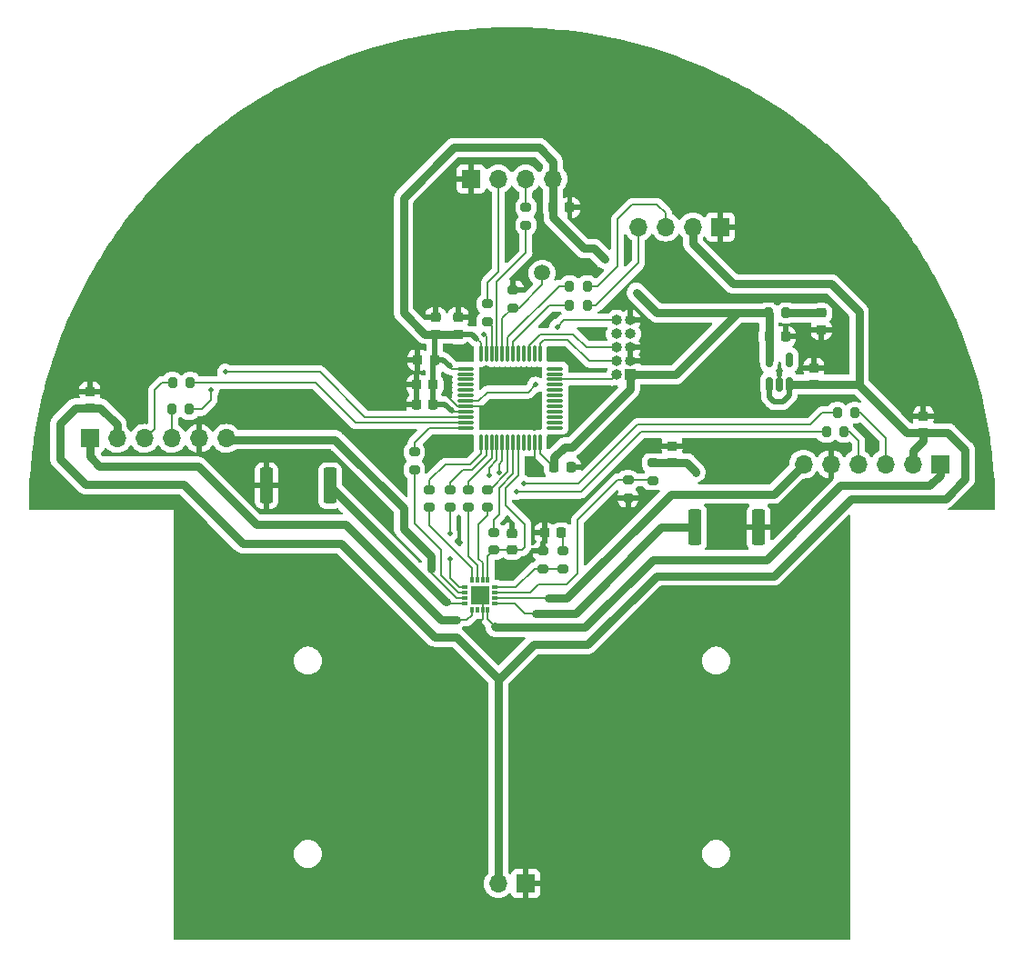
<source format=gbr>
%TF.GenerationSoftware,KiCad,Pcbnew,7.0.10*%
%TF.CreationDate,2024-01-31T17:30:21+01:00*%
%TF.ProjectId,minimouse,6d696e69-6d6f-4757-9365-2e6b69636164,rev?*%
%TF.SameCoordinates,Original*%
%TF.FileFunction,Copper,L1,Top*%
%TF.FilePolarity,Positive*%
%FSLAX46Y46*%
G04 Gerber Fmt 4.6, Leading zero omitted, Abs format (unit mm)*
G04 Created by KiCad (PCBNEW 7.0.10) date 2024-01-31 17:30:21*
%MOMM*%
%LPD*%
G01*
G04 APERTURE LIST*
G04 Aperture macros list*
%AMRoundRect*
0 Rectangle with rounded corners*
0 $1 Rounding radius*
0 $2 $3 $4 $5 $6 $7 $8 $9 X,Y pos of 4 corners*
0 Add a 4 corners polygon primitive as box body*
4,1,4,$2,$3,$4,$5,$6,$7,$8,$9,$2,$3,0*
0 Add four circle primitives for the rounded corners*
1,1,$1+$1,$2,$3*
1,1,$1+$1,$4,$5*
1,1,$1+$1,$6,$7*
1,1,$1+$1,$8,$9*
0 Add four rect primitives between the rounded corners*
20,1,$1+$1,$2,$3,$4,$5,0*
20,1,$1+$1,$4,$5,$6,$7,0*
20,1,$1+$1,$6,$7,$8,$9,0*
20,1,$1+$1,$8,$9,$2,$3,0*%
G04 Aperture macros list end*
%TA.AperFunction,SMDPad,CuDef*%
%ADD10RoundRect,0.075000X-0.662500X-0.075000X0.662500X-0.075000X0.662500X0.075000X-0.662500X0.075000X0*%
%TD*%
%TA.AperFunction,SMDPad,CuDef*%
%ADD11RoundRect,0.075000X-0.075000X-0.662500X0.075000X-0.662500X0.075000X0.662500X-0.075000X0.662500X0*%
%TD*%
%TA.AperFunction,SMDPad,CuDef*%
%ADD12RoundRect,0.200000X0.275000X-0.200000X0.275000X0.200000X-0.275000X0.200000X-0.275000X-0.200000X0*%
%TD*%
%TA.AperFunction,SMDPad,CuDef*%
%ADD13RoundRect,0.225000X0.225000X0.250000X-0.225000X0.250000X-0.225000X-0.250000X0.225000X-0.250000X0*%
%TD*%
%TA.AperFunction,SMDPad,CuDef*%
%ADD14C,1.500000*%
%TD*%
%TA.AperFunction,SMDPad,CuDef*%
%ADD15RoundRect,0.200000X0.200000X0.275000X-0.200000X0.275000X-0.200000X-0.275000X0.200000X-0.275000X0*%
%TD*%
%TA.AperFunction,SMDPad,CuDef*%
%ADD16RoundRect,0.200000X-0.275000X0.200000X-0.275000X-0.200000X0.275000X-0.200000X0.275000X0.200000X0*%
%TD*%
%TA.AperFunction,SMDPad,CuDef*%
%ADD17RoundRect,0.225000X-0.225000X-0.250000X0.225000X-0.250000X0.225000X0.250000X-0.225000X0.250000X0*%
%TD*%
%TA.AperFunction,SMDPad,CuDef*%
%ADD18R,0.630000X0.300000*%
%TD*%
%TA.AperFunction,SMDPad,CuDef*%
%ADD19R,0.300000X0.630000*%
%TD*%
%TA.AperFunction,SMDPad,CuDef*%
%ADD20R,1.750000X1.750000*%
%TD*%
%TA.AperFunction,ComponentPad*%
%ADD21R,1.700000X1.700000*%
%TD*%
%TA.AperFunction,ComponentPad*%
%ADD22O,1.700000X1.700000*%
%TD*%
%TA.AperFunction,SMDPad,CuDef*%
%ADD23RoundRect,0.225000X0.250000X-0.225000X0.250000X0.225000X-0.250000X0.225000X-0.250000X-0.225000X0*%
%TD*%
%TA.AperFunction,SMDPad,CuDef*%
%ADD24RoundRect,0.200000X-0.200000X-0.275000X0.200000X-0.275000X0.200000X0.275000X-0.200000X0.275000X0*%
%TD*%
%TA.AperFunction,SMDPad,CuDef*%
%ADD25RoundRect,0.250000X0.362500X1.425000X-0.362500X1.425000X-0.362500X-1.425000X0.362500X-1.425000X0*%
%TD*%
%TA.AperFunction,SMDPad,CuDef*%
%ADD26RoundRect,0.250000X-0.362500X-1.425000X0.362500X-1.425000X0.362500X1.425000X-0.362500X1.425000X0*%
%TD*%
%TA.AperFunction,ComponentPad*%
%ADD27R,1.000000X1.000000*%
%TD*%
%TA.AperFunction,ComponentPad*%
%ADD28O,1.000000X1.000000*%
%TD*%
%TA.AperFunction,SMDPad,CuDef*%
%ADD29RoundRect,0.150000X0.150000X-0.512500X0.150000X0.512500X-0.150000X0.512500X-0.150000X-0.512500X0*%
%TD*%
%TA.AperFunction,SMDPad,CuDef*%
%ADD30RoundRect,0.218750X0.256250X-0.218750X0.256250X0.218750X-0.256250X0.218750X-0.256250X-0.218750X0*%
%TD*%
%TA.AperFunction,ViaPad*%
%ADD31C,0.500000*%
%TD*%
%TA.AperFunction,Conductor*%
%ADD32C,0.800000*%
%TD*%
%TA.AperFunction,Conductor*%
%ADD33C,0.200000*%
%TD*%
%TA.AperFunction,Conductor*%
%ADD34C,0.500000*%
%TD*%
G04 APERTURE END LIST*
D10*
%TO.P,U1,1,VDD*%
%TO.N,+3.3V*%
X145687500Y-86800000D03*
%TO.P,U1,2,PC13*%
%TO.N,unconnected-(U1-PC13-Pad2)*%
X145687500Y-87300000D03*
%TO.P,U1,3,PC14*%
%TO.N,unconnected-(U1-PC14-Pad3)*%
X145687500Y-87800000D03*
%TO.P,U1,4,PC15*%
%TO.N,unconnected-(U1-PC15-Pad4)*%
X145687500Y-88300000D03*
%TO.P,U1,5,PF0*%
%TO.N,unconnected-(U1-PF0-Pad5)*%
X145687500Y-88800000D03*
%TO.P,U1,6,PF1*%
%TO.N,unconnected-(U1-PF1-Pad6)*%
X145687500Y-89300000D03*
%TO.P,U1,7,NRST*%
%TO.N,/mcu/~{RESET}*%
X145687500Y-89800000D03*
%TO.P,U1,8,VSSA*%
%TO.N,GND*%
X145687500Y-90300000D03*
%TO.P,U1,9,VDDA*%
%TO.N,+3.3V*%
X145687500Y-90800000D03*
%TO.P,U1,10,PA0*%
%TO.N,/mcu/TIM2_CH1*%
X145687500Y-91300000D03*
%TO.P,U1,11,PA1*%
%TO.N,/mcu/TIM2_CH2*%
X145687500Y-91800000D03*
%TO.P,U1,12,PA2*%
%TO.N,Net-(U1-PA2)*%
X145687500Y-92300000D03*
D11*
%TO.P,U1,13,PA3*%
%TO.N,Net-(U1-PA3)*%
X147100000Y-93712500D03*
%TO.P,U1,14,PA4*%
%TO.N,Net-(U1-PA4)*%
X147600000Y-93712500D03*
%TO.P,U1,15,PA5*%
%TO.N,Net-(U1-PA5)*%
X148100000Y-93712500D03*
%TO.P,U1,16,PA6*%
%TO.N,/mcu/TIM3_CH1*%
X148600000Y-93712500D03*
%TO.P,U1,17,PA7*%
%TO.N,/mcu/TIM3_CH2*%
X149100000Y-93712500D03*
%TO.P,U1,18,PB0*%
%TO.N,Net-(U1-PB0)*%
X149600000Y-93712500D03*
%TO.P,U1,19,PB1*%
%TO.N,/mcu/OUT_B1*%
X150100000Y-93712500D03*
%TO.P,U1,20,PB2*%
%TO.N,/mcu/IN_B2*%
X150600000Y-93712500D03*
%TO.P,U1,21,PB10*%
%TO.N,unconnected-(U1-PB10-Pad21)*%
X151100000Y-93712500D03*
%TO.P,U1,22,PB11*%
%TO.N,unconnected-(U1-PB11-Pad22)*%
X151600000Y-93712500D03*
%TO.P,U1,23,VSS*%
%TO.N,GND*%
X152100000Y-93712500D03*
%TO.P,U1,24,VDD*%
%TO.N,+3.3V*%
X152600000Y-93712500D03*
D10*
%TO.P,U1,25,PB12*%
%TO.N,unconnected-(U1-PB12-Pad25)*%
X154012500Y-92300000D03*
%TO.P,U1,26,PB13*%
%TO.N,unconnected-(U1-PB13-Pad26)*%
X154012500Y-91800000D03*
%TO.P,U1,27,PB14*%
%TO.N,unconnected-(U1-PB14-Pad27)*%
X154012500Y-91300000D03*
%TO.P,U1,28,PB15*%
%TO.N,unconnected-(U1-PB15-Pad28)*%
X154012500Y-90800000D03*
%TO.P,U1,29,PA8*%
%TO.N,unconnected-(U1-PA8-Pad29)*%
X154012500Y-90300000D03*
%TO.P,U1,30,PA9*%
%TO.N,unconnected-(U1-PA9-Pad30)*%
X154012500Y-89800000D03*
%TO.P,U1,31,PA10*%
%TO.N,unconnected-(U1-PA10-Pad31)*%
X154012500Y-89300000D03*
%TO.P,U1,32,PA11*%
%TO.N,unconnected-(U1-PA11-Pad32)*%
X154012500Y-88800000D03*
%TO.P,U1,33,PA12*%
%TO.N,unconnected-(U1-PA12-Pad33)*%
X154012500Y-88300000D03*
%TO.P,U1,34,PA13*%
%TO.N,/mcu/SWDIO*%
X154012500Y-87800000D03*
%TO.P,U1,35,PF6*%
%TO.N,unconnected-(U1-PF6-Pad35)*%
X154012500Y-87300000D03*
%TO.P,U1,36,PF7*%
%TO.N,unconnected-(U1-PF7-Pad36)*%
X154012500Y-86800000D03*
D11*
%TO.P,U1,37,PA14*%
%TO.N,/mcu/SWDCLK*%
X152600000Y-85387500D03*
%TO.P,U1,38,PA15*%
%TO.N,unconnected-(U1-PA15-Pad38)*%
X152100000Y-85387500D03*
%TO.P,U1,39,PB3*%
%TO.N,/mcu/SWO*%
X151600000Y-85387500D03*
%TO.P,U1,40,PB4*%
%TO.N,unconnected-(U1-PB4-Pad40)*%
X151100000Y-85387500D03*
%TO.P,U1,41,PB5*%
%TO.N,unconnected-(U1-PB5-Pad41)*%
X150600000Y-85387500D03*
%TO.P,U1,42,PB6*%
%TO.N,Net-(U1-PB6)*%
X150100000Y-85387500D03*
%TO.P,U1,43,PB7*%
%TO.N,/external_uart/EXT_UART_TX*%
X149600000Y-85387500D03*
%TO.P,U1,44,BOOT0*%
%TO.N,/mcu/BOOT0*%
X149100000Y-85387500D03*
%TO.P,U1,45,PB8*%
%TO.N,/mcu/TIM8_CH2*%
X148600000Y-85387500D03*
%TO.P,U1,46,PB9*%
%TO.N,Net-(U1-PB9)*%
X148100000Y-85387500D03*
%TO.P,U1,47,VSS*%
%TO.N,GND*%
X147600000Y-85387500D03*
%TO.P,U1,48,VDD*%
%TO.N,+3.3V*%
X147100000Y-85387500D03*
%TD*%
D12*
%TO.P,R1,1*%
%TO.N,/mcu/BOOT0*%
X150100000Y-81125000D03*
%TO.P,R1,2*%
%TO.N,GND*%
X150100000Y-79475000D03*
%TD*%
D13*
%TO.P,C16,1*%
%TO.N,Net-(C16-Pad1)*%
X154575000Y-102100000D03*
%TO.P,C16,2*%
%TO.N,GND*%
X153025000Y-102100000D03*
%TD*%
D12*
%TO.P,R26,1*%
%TO.N,/mcu/TIM8_CH2*%
X151300000Y-73425000D03*
%TO.P,R26,2*%
%TO.N,Net-(U4-ECHO)*%
X151300000Y-71775000D03*
%TD*%
D14*
%TO.P,BOOT0,1,1*%
%TO.N,/mcu/BOOT0*%
X152800000Y-77900000D03*
%TD*%
D12*
%TO.P,R11,1*%
%TO.N,Net-(U2-REF)*%
X163100000Y-97225000D03*
%TO.P,R11,2*%
%TO.N,+BATT*%
X163100000Y-95575000D03*
%TD*%
D15*
%TO.P,R19,1*%
%TO.N,Net-(D1-A)*%
X175525000Y-81612500D03*
%TO.P,R19,2*%
%TO.N,+3.3V*%
X173875000Y-81612500D03*
%TD*%
D16*
%TO.P,R4,1*%
%TO.N,Net-(U1-PA4)*%
X144200000Y-98075000D03*
%TO.P,R4,2*%
%TO.N,/mcu/OUT_A4*%
X144200000Y-99725000D03*
%TD*%
D17*
%TO.P,C4,1*%
%TO.N,+3.3V*%
X153925000Y-96000000D03*
%TO.P,C4,2*%
%TO.N,GND*%
X155475000Y-96000000D03*
%TD*%
D18*
%TO.P,U2,1,PHA*%
%TO.N,/mcu/OUT_A4*%
X145615000Y-107150000D03*
%TO.P,U2,2,PWMA*%
%TO.N,/mcu/TIM15_CH1*%
X145615000Y-107650000D03*
%TO.P,U2,3,OUTA1*%
%TO.N,/motorB/MA*%
X145615000Y-108150000D03*
%TO.P,U2,4,SENSEA*%
%TO.N,Net-(U2-SENSEA)*%
X145615000Y-108650000D03*
D19*
%TO.P,U2,5,OUTA2*%
%TO.N,/motorB/MB*%
X146250000Y-109285000D03*
%TO.P,U2,6,VS*%
%TO.N,unconnected-(U2-VS-Pad6)*%
X146750000Y-109285000D03*
%TO.P,U2,7,GND*%
%TO.N,GND*%
X147250000Y-109285000D03*
%TO.P,U2,8,OUTB2*%
%TO.N,/motorA/MB*%
X147750000Y-109285000D03*
D18*
%TO.P,U2,9,SENSEB*%
%TO.N,Net-(U2-SENSEB)*%
X148385000Y-108650000D03*
%TO.P,U2,10,OUTB1*%
%TO.N,/motorA/MA*%
X148385000Y-108150000D03*
%TO.P,U2,11,REF*%
%TO.N,Net-(U2-REF)*%
X148385000Y-107650000D03*
%TO.P,U2,12,TOFF*%
%TO.N,Net-(U2-TOFF)*%
X148385000Y-107150000D03*
D19*
%TO.P,U2,13,EN*%
%TO.N,/mcu/IN_B2*%
X147750000Y-106515000D03*
%TO.P,U2,14,STBY*%
%TO.N,/mcu/OUT_B0*%
X147250000Y-106515000D03*
%TO.P,U2,15,PHB*%
%TO.N,/mcu/OUT_A5*%
X146750000Y-106515000D03*
%TO.P,U2,16,PWMB*%
%TO.N,/mcu/TIM15_CH2*%
X146250000Y-106515000D03*
D20*
%TO.P,U2,17,GND*%
%TO.N,GND*%
X147000000Y-107900000D03*
%TD*%
D16*
%TO.P,R9,1*%
%TO.N,/mcu/OUT_B9*%
X147700000Y-80775000D03*
%TO.P,R9,2*%
%TO.N,Net-(U1-PB9)*%
X147700000Y-82425000D03*
%TD*%
D21*
%TO.P,U4,1,GND*%
%TO.N,GND*%
X146190000Y-69125000D03*
D22*
%TO.P,U4,2,TRIG*%
%TO.N,/mcu/OUT_B9*%
X148730000Y-69125000D03*
%TO.P,U4,3,ECHO*%
%TO.N,Net-(U4-ECHO)*%
X151270000Y-69125000D03*
%TO.P,U4,4,VCC*%
%TO.N,+3.3V*%
X153810000Y-69125000D03*
%TD*%
D13*
%TO.P,C5,1*%
%TO.N,+3.3V*%
X142675000Y-90100000D03*
%TO.P,C5,2*%
%TO.N,GND*%
X141125000Y-90100000D03*
%TD*%
D21*
%TO.P,J2,1,Pin_1*%
%TO.N,/motorA/MB*%
X189850000Y-95700000D03*
D22*
%TO.P,J2,2,Pin_2*%
%TO.N,+BATT*%
X187310000Y-95700000D03*
%TO.P,J2,3,Pin_3*%
%TO.N,Net-(J2-Pin_3)*%
X184770000Y-95700000D03*
%TO.P,J2,4,Pin_4*%
%TO.N,Net-(J2-Pin_4)*%
X182230000Y-95700000D03*
%TO.P,J2,5,Pin_5*%
%TO.N,GND*%
X179690000Y-95700000D03*
%TO.P,J2,6,Pin_6*%
%TO.N,/motorA/MA*%
X177150000Y-95700000D03*
%TD*%
D23*
%TO.P,C21,1*%
%TO.N,+BATT*%
X178100000Y-88275000D03*
%TO.P,C21,2*%
%TO.N,GND*%
X178100000Y-86725000D03*
%TD*%
D21*
%TO.P,J5,1,Pin_1*%
%TO.N,GND*%
X151270000Y-134775000D03*
D22*
%TO.P,J5,2,Pin_2*%
%TO.N,+BATT*%
X148730000Y-134775000D03*
%TD*%
D24*
%TO.P,R24,1*%
%TO.N,/mcu/TIM3_CH2*%
X180275000Y-90900000D03*
%TO.P,R24,2*%
%TO.N,Net-(J2-Pin_3)*%
X181925000Y-90900000D03*
%TD*%
D13*
%TO.P,C3,1*%
%TO.N,+3.3V*%
X142775000Y-86000000D03*
%TO.P,C3,2*%
%TO.N,GND*%
X141225000Y-86000000D03*
%TD*%
D24*
%TO.P,R22,1*%
%TO.N,/mcu/TIM3_CH1*%
X179275000Y-92700000D03*
%TO.P,R22,2*%
%TO.N,Net-(J2-Pin_4)*%
X180925000Y-92700000D03*
%TD*%
D16*
%TO.P,R18,1*%
%TO.N,GND*%
X152900000Y-103775000D03*
%TO.P,R18,2*%
%TO.N,Net-(U2-TOFF)*%
X152900000Y-105425000D03*
%TD*%
D23*
%TO.P,C7,1*%
%TO.N,+BATT*%
X188300000Y-92775000D03*
%TO.P,C7,2*%
%TO.N,GND*%
X188300000Y-91225000D03*
%TD*%
D15*
%TO.P,R8,1*%
%TO.N,/external_uart/EXT_UART_RX*%
X157025000Y-80900000D03*
%TO.P,R8,2*%
%TO.N,Net-(U1-PB6)*%
X155375000Y-80900000D03*
%TD*%
D25*
%TO.P,Rsense1,1*%
%TO.N,Net-(U2-SENSEA)*%
X133062500Y-97700000D03*
%TO.P,Rsense1,2*%
%TO.N,GND*%
X127137500Y-97700000D03*
%TD*%
D16*
%TO.P,R2,1*%
%TO.N,Net-(U1-PA2)*%
X140900000Y-94575000D03*
%TO.P,R2,2*%
%TO.N,/mcu/TIM15_CH1*%
X140900000Y-96225000D03*
%TD*%
D12*
%TO.P,R10,1*%
%TO.N,GND*%
X160800000Y-98825000D03*
%TO.P,R10,2*%
%TO.N,Net-(U2-REF)*%
X160800000Y-97175000D03*
%TD*%
D17*
%TO.P,C22,1*%
%TO.N,+3.3V*%
X173925000Y-83812500D03*
%TO.P,C22,2*%
%TO.N,GND*%
X175475000Y-83812500D03*
%TD*%
D23*
%TO.P,C15,1*%
%TO.N,/mcu/IN_B2*%
X150000000Y-103675000D03*
%TO.P,C15,2*%
%TO.N,GND*%
X150000000Y-102125000D03*
%TD*%
D16*
%TO.P,R3,1*%
%TO.N,Net-(U1-PA3)*%
X142300000Y-98075000D03*
%TO.P,R3,2*%
%TO.N,/mcu/TIM15_CH2*%
X142300000Y-99725000D03*
%TD*%
D23*
%TO.P,C2,1*%
%TO.N,+3.3V*%
X145000000Y-83575000D03*
%TO.P,C2,2*%
%TO.N,GND*%
X145000000Y-82025000D03*
%TD*%
D17*
%TO.P,C20,1*%
%TO.N,+3.3V*%
X153825000Y-71800000D03*
%TO.P,C20,2*%
%TO.N,GND*%
X155375000Y-71800000D03*
%TD*%
D13*
%TO.P,C1,1*%
%TO.N,+3.3V*%
X142675000Y-88300000D03*
%TO.P,C1,2*%
%TO.N,GND*%
X141125000Y-88300000D03*
%TD*%
D16*
%TO.P,R5,1*%
%TO.N,Net-(U1-PA5)*%
X145900000Y-98075000D03*
%TO.P,R5,2*%
%TO.N,/mcu/OUT_A5*%
X145900000Y-99725000D03*
%TD*%
D23*
%TO.P,C9,1*%
%TO.N,+BATT*%
X110700000Y-90475000D03*
%TO.P,C9,2*%
%TO.N,GND*%
X110700000Y-88925000D03*
%TD*%
%TO.P,C8,1*%
%TO.N,+BATT*%
X164900000Y-95575000D03*
%TO.P,C8,2*%
%TO.N,GND*%
X164900000Y-94025000D03*
%TD*%
D26*
%TO.P,Rsense2,1*%
%TO.N,Net-(U2-SENSEB)*%
X167037500Y-101600000D03*
%TO.P,Rsense2,2*%
%TO.N,GND*%
X172962500Y-101600000D03*
%TD*%
D27*
%TO.P,J1,1,VTref*%
%TO.N,+3.3V*%
X161000000Y-87380000D03*
D28*
%TO.P,J1,2,SWDIO/TMS*%
%TO.N,/mcu/SWDIO*%
X159730000Y-87380000D03*
%TO.P,J1,3,GND*%
%TO.N,GND*%
X161000000Y-86110000D03*
%TO.P,J1,4,SWDCLK/TCK*%
%TO.N,/mcu/SWDCLK*%
X159730000Y-86110000D03*
%TO.P,J1,5,GND*%
%TO.N,GND*%
X161000000Y-84840000D03*
%TO.P,J1,6,SWO/TDO*%
%TO.N,/mcu/SWO*%
X159730000Y-84840000D03*
%TO.P,J1,7,KEY*%
%TO.N,unconnected-(J1-KEY-Pad7)*%
X161000000Y-83570000D03*
%TO.P,J1,8,NC/TDI*%
%TO.N,unconnected-(J1-NC{slash}TDI-Pad8)*%
X159730000Y-83570000D03*
%TO.P,J1,9,GNDDetect*%
%TO.N,GND*%
X161000000Y-82300000D03*
%TO.P,J1,10,~{RESET}*%
%TO.N,/mcu/~{RESET}*%
X159730000Y-82300000D03*
%TD*%
D15*
%TO.P,R25,1*%
%TO.N,/mcu/TIM2_CH2*%
X120045000Y-88100000D03*
%TO.P,R25,2*%
%TO.N,Net-(J3-Pin_3)*%
X118395000Y-88100000D03*
%TD*%
D21*
%TO.P,J3,1,Pin_1*%
%TO.N,/motorB/MB*%
X110700000Y-93300000D03*
D22*
%TO.P,J3,2,Pin_2*%
%TO.N,+BATT*%
X113240000Y-93300000D03*
%TO.P,J3,3,Pin_3*%
%TO.N,Net-(J3-Pin_3)*%
X115780000Y-93300000D03*
%TO.P,J3,4,Pin_4*%
%TO.N,Net-(J3-Pin_4)*%
X118320000Y-93300000D03*
%TO.P,J3,5,Pin_5*%
%TO.N,GND*%
X120860000Y-93300000D03*
%TO.P,J3,6,Pin_6*%
%TO.N,/motorB/MA*%
X123400000Y-93300000D03*
%TD*%
D29*
%TO.P,U3,1,IN*%
%TO.N,+BATT*%
X173950000Y-88250000D03*
%TO.P,U3,2,GND*%
%TO.N,GND*%
X174900000Y-88250000D03*
%TO.P,U3,3,EN*%
%TO.N,+BATT*%
X175850000Y-88250000D03*
%TO.P,U3,4,NC*%
%TO.N,unconnected-(U3-NC-Pad4)*%
X175850000Y-85975000D03*
%TO.P,U3,5,OUT*%
%TO.N,+3.3V*%
X173950000Y-85975000D03*
%TD*%
D23*
%TO.P,C6,1*%
%TO.N,+3.3V*%
X142900000Y-83575000D03*
%TO.P,C6,2*%
%TO.N,GND*%
X142900000Y-82025000D03*
%TD*%
D30*
%TO.P,D1,1,K*%
%TO.N,GND*%
X178800000Y-83200000D03*
%TO.P,D1,2,A*%
%TO.N,Net-(D1-A)*%
X178800000Y-81625000D03*
%TD*%
D15*
%TO.P,R23,1*%
%TO.N,/mcu/TIM2_CH1*%
X119945000Y-90600000D03*
%TO.P,R23,2*%
%TO.N,Net-(J3-Pin_4)*%
X118295000Y-90600000D03*
%TD*%
D21*
%TO.P,J4,1,Pin_1*%
%TO.N,GND*%
X169380000Y-73600000D03*
D22*
%TO.P,J4,2,Pin_2*%
%TO.N,+BATT*%
X166840000Y-73600000D03*
%TO.P,J4,3,Pin_3*%
%TO.N,Net-(J4-Pin_3)*%
X164300000Y-73600000D03*
%TO.P,J4,4,Pin_4*%
%TO.N,/external_uart/EXT_UART_RX*%
X161760000Y-73600000D03*
%TD*%
D16*
%TO.P,R16,1*%
%TO.N,/mcu/OUT_B1*%
X148300000Y-102075000D03*
%TO.P,R16,2*%
%TO.N,/mcu/IN_B2*%
X148300000Y-103725000D03*
%TD*%
%TO.P,R17,1*%
%TO.N,Net-(C16-Pad1)*%
X154700000Y-103775000D03*
%TO.P,R17,2*%
%TO.N,Net-(U2-TOFF)*%
X154700000Y-105425000D03*
%TD*%
D24*
%TO.P,R21,1*%
%TO.N,/external_uart/EXT_UART_TX*%
X155375000Y-79100000D03*
%TO.P,R21,2*%
%TO.N,Net-(J4-Pin_3)*%
X157025000Y-79100000D03*
%TD*%
D12*
%TO.P,R6,1*%
%TO.N,/mcu/OUT_B0*%
X147700000Y-99725000D03*
%TO.P,R6,2*%
%TO.N,Net-(U1-PB0)*%
X147700000Y-98075000D03*
%TD*%
D31*
%TO.N,GND*%
X193400000Y-98500000D03*
X107300000Y-98400000D03*
X123700000Y-73600000D03*
X175500000Y-67700000D03*
X186300000Y-78500000D03*
X146900000Y-110500000D03*
X149600000Y-100700000D03*
X145200000Y-103000000D03*
%TO.N,/mcu/OUT_A4*%
X144200000Y-102200000D03*
X144200000Y-104500000D03*
%TO.N,+3.3V*%
X158600000Y-76600000D03*
%TO.N,GND*%
X152800000Y-82800000D03*
X155200000Y-77300000D03*
X160700000Y-76000000D03*
X144500000Y-75200000D03*
X180300000Y-85100000D03*
X183300000Y-93400000D03*
X171700000Y-95200000D03*
%TO.N,+BATT*%
X167100000Y-96500000D03*
X163450000Y-106100000D03*
%TO.N,/mcu/TIM2_CH1*%
X122000000Y-88800000D03*
X123300000Y-87100000D03*
%TO.N,GND*%
X179500000Y-104700000D03*
X148700000Y-112900000D03*
X159700000Y-101500000D03*
X162600000Y-98800000D03*
X176400000Y-99300000D03*
X150800000Y-87300000D03*
X151600000Y-90900000D03*
%TO.N,+3.3V*%
X161600000Y-79700000D03*
%TO.N,GND*%
X145000000Y-85300000D03*
X156800000Y-90200000D03*
X149500000Y-91300000D03*
X145209751Y-94060344D03*
X154900000Y-85400000D03*
X120700000Y-85300000D03*
X157400000Y-83400000D03*
X174900000Y-87112500D03*
X164400000Y-84200000D03*
X136300000Y-87800000D03*
X177500000Y-84800000D03*
X138600000Y-94800000D03*
X137800000Y-72800000D03*
X120400000Y-102600000D03*
X153600000Y-100100000D03*
X152100000Y-95800000D03*
X149800000Y-73400000D03*
X166900000Y-79500000D03*
X168400000Y-89900000D03*
X186300000Y-85400000D03*
X147400000Y-83600000D03*
X177300000Y-76800000D03*
X148800000Y-88000000D03*
X144000000Y-89100000D03*
%TO.N,/mcu/TIM3_CH1*%
X147850000Y-96700000D03*
X150400000Y-98300000D03*
%TO.N,/mcu/TIM3_CH2*%
X151100000Y-97500000D03*
X148772571Y-96472571D03*
%TO.N,/mcu/~{RESET}*%
X152200000Y-88300000D03*
X154200000Y-82900000D03*
%TD*%
D32*
%TO.N,+BATT*%
X181550000Y-98900000D02*
X190400000Y-98900000D01*
X174350000Y-106100000D02*
X181550000Y-98900000D01*
X163450000Y-106100000D02*
X174350000Y-106100000D01*
X190400000Y-98900000D02*
X192200000Y-97100000D01*
X192200000Y-97100000D02*
X192200000Y-94400000D01*
X192200000Y-94400000D02*
X190575000Y-92775000D01*
X190575000Y-92775000D02*
X188300000Y-92775000D01*
%TO.N,/motorA/MB*%
X148400000Y-110800000D02*
X148500000Y-110900000D01*
X148500000Y-110900000D02*
X156800000Y-110900000D01*
X156800000Y-110900000D02*
X163100000Y-104600000D01*
X189850000Y-96750000D02*
X189850000Y-95700000D01*
X188900000Y-97700000D02*
X189850000Y-96750000D01*
X180600000Y-97700000D02*
X188900000Y-97700000D01*
X163100000Y-104600000D02*
X173700000Y-104600000D01*
X173700000Y-104600000D02*
X180600000Y-97700000D01*
%TO.N,+3.3V*%
X153810000Y-69125000D02*
X153810000Y-67510000D01*
X139900000Y-81600000D02*
X141875000Y-83575000D01*
X153810000Y-67510000D02*
X152500000Y-66200000D01*
X141875000Y-83575000D02*
X142900000Y-83575000D01*
X139900000Y-70900000D02*
X139900000Y-81600000D01*
X152500000Y-66200000D02*
X144600000Y-66200000D01*
X144600000Y-66200000D02*
X139900000Y-70900000D01*
D33*
%TO.N,Net-(C16-Pad1)*%
X154700000Y-102225000D02*
X154575000Y-102100000D01*
X154700000Y-103775000D02*
X154700000Y-102225000D01*
%TO.N,Net-(U2-TOFF)*%
X152900000Y-105425000D02*
X154700000Y-105425000D01*
X150350000Y-107150000D02*
X152075000Y-105425000D01*
X148385000Y-107150000D02*
X150350000Y-107150000D01*
X152075000Y-105425000D02*
X152900000Y-105425000D01*
D32*
%TO.N,+BATT*%
X109325000Y-90475000D02*
X110700000Y-90475000D01*
X107900000Y-91900000D02*
X109325000Y-90475000D01*
X107900000Y-95200000D02*
X107900000Y-91900000D01*
X110300000Y-97600000D02*
X107900000Y-95200000D01*
X142800000Y-111800000D02*
X134100000Y-103100000D01*
X124900000Y-103100000D02*
X119400000Y-97600000D01*
X144800000Y-111800000D02*
X142800000Y-111800000D01*
X148730000Y-115730000D02*
X144800000Y-111800000D01*
X148730000Y-120530000D02*
X148730000Y-115730000D01*
X134100000Y-103100000D02*
X124900000Y-103100000D01*
X119400000Y-97600000D02*
X110300000Y-97600000D01*
X152000000Y-112500000D02*
X148730000Y-115770000D01*
X148730000Y-115770000D02*
X148730000Y-120530000D01*
X163450000Y-106100000D02*
X157050000Y-112500000D01*
X157050000Y-112500000D02*
X152000000Y-112500000D01*
%TO.N,/motorA/MA*%
X155100000Y-108200000D02*
X153400000Y-108200000D01*
X164800000Y-98500000D02*
X155100000Y-108200000D01*
X174350000Y-98500000D02*
X164800000Y-98500000D01*
X177150000Y-95700000D02*
X174350000Y-98500000D01*
D33*
X153350000Y-108150000D02*
X153400000Y-108200000D01*
X148385000Y-108150000D02*
X153350000Y-108150000D01*
D32*
%TO.N,Net-(U2-SENSEB)*%
X163900000Y-101600000D02*
X167037500Y-101600000D01*
X155900000Y-109600000D02*
X163900000Y-101600000D01*
X152200000Y-109600000D02*
X155900000Y-109600000D01*
D33*
%TO.N,Net-(U2-REF)*%
X159825000Y-97175000D02*
X160800000Y-97175000D01*
X156100000Y-105900000D02*
X156100000Y-100900000D01*
X155100000Y-106900000D02*
X156100000Y-105900000D01*
X148385000Y-107650000D02*
X151684314Y-107650000D01*
X151684314Y-107650000D02*
X152434314Y-106900000D01*
X152434314Y-106900000D02*
X155100000Y-106900000D01*
X156100000Y-100900000D02*
X159825000Y-97175000D01*
D32*
%TO.N,/motorB/MB*%
X120800000Y-95900000D02*
X111600000Y-95900000D01*
X110700000Y-95000000D02*
X110700000Y-93300000D01*
X126200000Y-101300000D02*
X120800000Y-95900000D01*
X134500000Y-101300000D02*
X126200000Y-101300000D01*
X143400000Y-110200000D02*
X134500000Y-101300000D01*
X144800000Y-110200000D02*
X143400000Y-110200000D01*
X111600000Y-95900000D02*
X110700000Y-95000000D01*
D33*
%TO.N,GND*%
X147250000Y-108150000D02*
X147250000Y-109285000D01*
X147000000Y-107900000D02*
X147250000Y-108150000D01*
X147250000Y-110150000D02*
X146900000Y-110500000D01*
X147250000Y-109285000D02*
X147250000Y-110150000D01*
%TO.N,/motorB/MA*%
X144850000Y-108150000D02*
X145615000Y-108150000D01*
X142500000Y-105800000D02*
X144850000Y-108150000D01*
X142500000Y-105500000D02*
X142500000Y-105800000D01*
D32*
X123500000Y-93400000D02*
X123400000Y-93300000D01*
X142500000Y-104300000D02*
X139900000Y-101700000D01*
X133500000Y-93400000D02*
X123500000Y-93400000D01*
X142500000Y-105500000D02*
X142500000Y-104300000D01*
X139900000Y-101700000D02*
X139900000Y-99800000D01*
X139900000Y-99800000D02*
X133500000Y-93400000D01*
D33*
%TO.N,/mcu/TIM15_CH1*%
X143400000Y-106065686D02*
X144984314Y-107650000D01*
X144984314Y-107650000D02*
X145615000Y-107650000D01*
X143400000Y-103700000D02*
X143400000Y-106065686D01*
X140900000Y-101200000D02*
X143400000Y-103700000D01*
X140900000Y-96225000D02*
X140900000Y-101200000D01*
%TO.N,Net-(U2-SENSEA)*%
X144050000Y-108650000D02*
X143900000Y-108500000D01*
X145615000Y-108650000D02*
X144050000Y-108650000D01*
D32*
X143785786Y-108500000D02*
X143900000Y-108500000D01*
X133062500Y-97776714D02*
X143785786Y-108500000D01*
X133062500Y-97700000D02*
X133062500Y-97776714D01*
D33*
%TO.N,/motorB/MB*%
X144800000Y-110200000D02*
X145800000Y-110200000D01*
X146250000Y-109750000D02*
X146250000Y-109285000D01*
X145800000Y-110200000D02*
X146250000Y-109750000D01*
%TO.N,/mcu/OUT_A4*%
X145050000Y-107150000D02*
X145615000Y-107150000D01*
X144200000Y-106300000D02*
X145050000Y-107150000D01*
X144200000Y-104500000D02*
X144200000Y-106300000D01*
%TO.N,Net-(U2-SENSEB)*%
X151200000Y-109600000D02*
X152200000Y-109600000D01*
X150250000Y-108650000D02*
X151200000Y-109600000D01*
X148385000Y-108650000D02*
X150250000Y-108650000D01*
%TO.N,/motorA/MB*%
X147750000Y-110150000D02*
X148400000Y-110800000D01*
X147750000Y-109285000D02*
X147750000Y-110150000D01*
%TO.N,/mcu/IN_B2*%
X147750000Y-104275000D02*
X148300000Y-103725000D01*
X147750000Y-106515000D02*
X147750000Y-104275000D01*
%TO.N,/mcu/TIM15_CH2*%
X146250000Y-105350000D02*
X146250000Y-106515000D01*
X142300000Y-101400000D02*
X146250000Y-105350000D01*
%TO.N,/mcu/OUT_A5*%
X146750000Y-105150000D02*
X146750000Y-106515000D01*
X145900000Y-104300000D02*
X146750000Y-105150000D01*
%TO.N,/mcu/OUT_B0*%
X147250000Y-104850000D02*
X147250000Y-106515000D01*
X146900000Y-104500000D02*
X147250000Y-104850000D01*
%TO.N,/mcu/TIM3_CH1*%
X162000000Y-92700000D02*
X179275000Y-92700000D01*
X150400000Y-98300000D02*
X156400000Y-98300000D01*
X156400000Y-98300000D02*
X162000000Y-92700000D01*
%TO.N,/mcu/TIM3_CH2*%
X161700000Y-92000000D02*
X177800000Y-92000000D01*
X177800000Y-92000000D02*
X178900000Y-90900000D01*
X156200000Y-97500000D02*
X161700000Y-92000000D01*
X151100000Y-97500000D02*
X156200000Y-97500000D01*
X178900000Y-90900000D02*
X180275000Y-90900000D01*
X148772571Y-96472571D02*
X148772571Y-95727429D01*
X149100000Y-95400000D02*
X149100000Y-93712500D01*
X148772571Y-95727429D02*
X149100000Y-95400000D01*
%TO.N,/mcu/TIM3_CH1*%
X147850000Y-96050000D02*
X147850000Y-96700000D01*
X148600000Y-95300000D02*
X147850000Y-96050000D01*
X148600000Y-93712500D02*
X148600000Y-95300000D01*
%TO.N,Net-(U1-PA4)*%
X144200000Y-97400000D02*
X144200000Y-98075000D01*
X146300000Y-96200000D02*
X145400000Y-96200000D01*
X145400000Y-96200000D02*
X144200000Y-97400000D01*
X147600000Y-93712500D02*
X147600000Y-94900000D01*
X147600000Y-94900000D02*
X146300000Y-96200000D01*
%TO.N,Net-(U1-PB0)*%
X147947960Y-98075000D02*
X149600000Y-96422960D01*
X149600000Y-96422960D02*
X149600000Y-93712500D01*
X147700000Y-98075000D02*
X147947960Y-98075000D01*
%TO.N,/mcu/OUT_B1*%
X150100000Y-96600000D02*
X150100000Y-93712500D01*
X148800000Y-100400000D02*
X148800000Y-97900000D01*
X148800000Y-97900000D02*
X150100000Y-96600000D01*
X148300000Y-100900000D02*
X148800000Y-100400000D01*
X148300000Y-102075000D02*
X148300000Y-100900000D01*
%TO.N,/mcu/IN_B2*%
X149400000Y-97900000D02*
X149400000Y-99500000D01*
X150600000Y-96700000D02*
X149400000Y-97900000D01*
X149400000Y-99500000D02*
X151200000Y-101300000D01*
X151200000Y-103400000D02*
X150925000Y-103675000D01*
X150600000Y-93712500D02*
X150600000Y-96700000D01*
X151200000Y-101300000D02*
X151200000Y-103400000D01*
X150925000Y-103675000D02*
X150000000Y-103675000D01*
%TO.N,Net-(U1-PA5)*%
X148100000Y-95100000D02*
X148100000Y-93712500D01*
X145900000Y-98075000D02*
X145900000Y-97300000D01*
X145900000Y-97300000D02*
X148100000Y-95100000D01*
%TO.N,/mcu/IN_B2*%
X148300000Y-103725000D02*
X149950000Y-103725000D01*
X149950000Y-103725000D02*
X150000000Y-103675000D01*
%TO.N,/mcu/OUT_B0*%
X147700000Y-100500000D02*
X147700000Y-99725000D01*
X146900000Y-104500000D02*
X146900000Y-101300000D01*
X146900000Y-101300000D02*
X147700000Y-100500000D01*
%TO.N,/mcu/OUT_A5*%
X145900000Y-104300000D02*
X145900000Y-99725000D01*
%TO.N,Net-(U1-PA3)*%
X147100000Y-94700000D02*
X147100000Y-93712500D01*
X143800000Y-95700000D02*
X146100000Y-95700000D01*
X142300000Y-98075000D02*
X142300000Y-97200000D01*
X142300000Y-97200000D02*
X143800000Y-95700000D01*
X146100000Y-95700000D02*
X147100000Y-94700000D01*
%TO.N,/mcu/OUT_A4*%
X144200000Y-99725000D02*
X144200000Y-102200000D01*
%TO.N,/mcu/TIM15_CH2*%
X142300000Y-101400000D02*
X142300000Y-99725000D01*
%TO.N,Net-(U1-PA2)*%
X142300000Y-92300000D02*
X145687500Y-92300000D01*
X140900000Y-93700000D02*
X142300000Y-92300000D01*
X140900000Y-94575000D02*
X140900000Y-93700000D01*
%TO.N,/mcu/SWDCLK*%
X153000000Y-84100000D02*
X152600000Y-84500000D01*
X155200000Y-84100000D02*
X153000000Y-84100000D01*
X157210000Y-86110000D02*
X155200000Y-84100000D01*
X159730000Y-86110000D02*
X157210000Y-86110000D01*
X152600000Y-84500000D02*
X152600000Y-85387500D01*
D32*
%TO.N,+3.3V*%
X153825000Y-72725000D02*
X153825000Y-71800000D01*
X156700000Y-75600000D02*
X153825000Y-72725000D01*
X157600000Y-75600000D02*
X156700000Y-75600000D01*
X158600000Y-76600000D02*
X157600000Y-75600000D01*
D33*
%TO.N,/mcu/BOOT0*%
X150675000Y-81125000D02*
X152800000Y-79000000D01*
X152800000Y-79000000D02*
X152800000Y-77900000D01*
X150100000Y-81125000D02*
X150675000Y-81125000D01*
X149100000Y-82125000D02*
X150100000Y-81125000D01*
X149100000Y-85387500D02*
X149100000Y-82125000D01*
%TO.N,/external_uart/EXT_UART_TX*%
X154400000Y-79100000D02*
X155375000Y-79100000D01*
X149600000Y-83900000D02*
X154400000Y-79100000D01*
%TO.N,/external_uart/EXT_UART_RX*%
X157800000Y-80900000D02*
X157025000Y-80900000D01*
X161760000Y-76940000D02*
X157800000Y-80900000D01*
X161760000Y-73600000D02*
X161760000Y-76940000D01*
%TO.N,Net-(J4-Pin_3)*%
X159800000Y-77300000D02*
X158000000Y-79100000D01*
X161200000Y-71500000D02*
X159800000Y-72900000D01*
X163500000Y-71500000D02*
X161200000Y-71500000D01*
X159800000Y-72900000D02*
X159800000Y-77300000D01*
X164300000Y-72300000D02*
X163500000Y-71500000D01*
X164300000Y-73600000D02*
X164300000Y-72300000D01*
X158000000Y-79100000D02*
X157025000Y-79100000D01*
%TO.N,/external_uart/EXT_UART_TX*%
X149600000Y-85387500D02*
X149600000Y-83900000D01*
%TO.N,Net-(U1-PB6)*%
X150100000Y-84300000D02*
X150100000Y-85387500D01*
X153500000Y-80900000D02*
X150100000Y-84300000D01*
X155375000Y-80900000D02*
X153500000Y-80900000D01*
D32*
%TO.N,+BATT*%
X182300000Y-88250000D02*
X182275000Y-88275000D01*
X182300000Y-81500000D02*
X182300000Y-88250000D01*
X170600000Y-78900000D02*
X179700000Y-78900000D01*
X179700000Y-78900000D02*
X182300000Y-81500000D01*
X166840000Y-75140000D02*
X170600000Y-78900000D01*
X166840000Y-73600000D02*
X166840000Y-75140000D01*
X167100000Y-96500000D02*
X167100000Y-96400000D01*
X167100000Y-96400000D02*
X166275000Y-95575000D01*
X166275000Y-95575000D02*
X164900000Y-95575000D01*
X163100000Y-95575000D02*
X164900000Y-95575000D01*
D33*
%TO.N,Net-(U2-REF)*%
X163050000Y-97175000D02*
X163100000Y-97225000D01*
X160800000Y-97175000D02*
X163050000Y-97175000D01*
D34*
%TO.N,+BATT*%
X175850000Y-89250000D02*
X175850000Y-88250000D01*
X173950000Y-89450000D02*
X174400000Y-89900000D01*
X174400000Y-89900000D02*
X175200000Y-89900000D01*
X173950000Y-88250000D02*
X173950000Y-89450000D01*
X175200000Y-89900000D02*
X175850000Y-89250000D01*
D32*
X175875000Y-88275000D02*
X175850000Y-88250000D01*
X178100000Y-88275000D02*
X175875000Y-88275000D01*
X186775000Y-92775000D02*
X182275000Y-88275000D01*
X182275000Y-88275000D02*
X178100000Y-88275000D01*
D33*
%TO.N,Net-(J2-Pin_4)*%
X181425000Y-92700000D02*
X180925000Y-92700000D01*
X182230000Y-93505000D02*
X181425000Y-92700000D01*
X182230000Y-95700000D02*
X182230000Y-93505000D01*
%TO.N,Net-(J2-Pin_3)*%
X184770000Y-93270000D02*
X182400000Y-90900000D01*
X184770000Y-95700000D02*
X184770000Y-93270000D01*
X182400000Y-90900000D02*
X181925000Y-90900000D01*
%TO.N,/mcu/TIM2_CH1*%
X132100000Y-87100000D02*
X123300000Y-87100000D01*
X145687500Y-91300000D02*
X136300000Y-91300000D01*
X136300000Y-91300000D02*
X132100000Y-87100000D01*
X121100000Y-90600000D02*
X119945000Y-90600000D01*
X122000000Y-89700000D02*
X121100000Y-90600000D01*
X122000000Y-88800000D02*
X122000000Y-89700000D01*
%TO.N,/mcu/TIM2_CH2*%
X131700000Y-88100000D02*
X120045000Y-88100000D01*
X135400000Y-91800000D02*
X131700000Y-88100000D01*
X145687500Y-91800000D02*
X135400000Y-91800000D01*
%TO.N,+3.3V*%
X145687500Y-86800000D02*
X144400000Y-86800000D01*
D34*
X143600000Y-86000000D02*
X142775000Y-86000000D01*
X144200000Y-86600000D02*
X143600000Y-86000000D01*
D33*
X144400000Y-86800000D02*
X144200000Y-86600000D01*
D32*
%TO.N,+BATT*%
X113240000Y-92040000D02*
X113240000Y-93300000D01*
X111675000Y-90475000D02*
X113240000Y-92040000D01*
X110700000Y-90475000D02*
X111675000Y-90475000D01*
D33*
%TO.N,Net-(U2-REF)*%
X162950000Y-97175000D02*
X163100000Y-97025000D01*
D32*
%TO.N,+BATT*%
X187310000Y-94490000D02*
X187310000Y-95700000D01*
X188300000Y-93500000D02*
X187310000Y-94490000D01*
X188300000Y-92775000D02*
X188300000Y-93500000D01*
X188300000Y-92775000D02*
X186775000Y-92775000D01*
D33*
%TO.N,+3.3V*%
X147100000Y-84400000D02*
X146700000Y-84000000D01*
D34*
X142775000Y-86000000D02*
X142775000Y-83700000D01*
D32*
X173950000Y-85975000D02*
X173950000Y-83837500D01*
X173950000Y-83837500D02*
X173925000Y-83812500D01*
X164000000Y-81600000D02*
X163500000Y-81600000D01*
X155600000Y-94100000D02*
X154900000Y-94100000D01*
D33*
X145687500Y-90800000D02*
X144400000Y-90800000D01*
D34*
X142675000Y-86100000D02*
X142775000Y-86000000D01*
D32*
X165220000Y-87380000D02*
X170987500Y-81612500D01*
X163500000Y-81600000D02*
X161600000Y-79700000D01*
X170987500Y-81612500D02*
X173875000Y-81612500D01*
D34*
X142675000Y-90100000D02*
X143750000Y-90100000D01*
D32*
X161000000Y-87380000D02*
X161000000Y-88700000D01*
D33*
X152600000Y-94675000D02*
X153925000Y-96000000D01*
D32*
X161000000Y-88700000D02*
X155600000Y-94100000D01*
D34*
X142775000Y-83700000D02*
X142900000Y-83575000D01*
X146275000Y-83575000D02*
X146700000Y-84000000D01*
D32*
X153810000Y-71785000D02*
X153825000Y-71800000D01*
X161000000Y-87380000D02*
X165220000Y-87380000D01*
X153810000Y-69125000D02*
X153810000Y-71785000D01*
X154900000Y-94100000D02*
X153925000Y-95075000D01*
D34*
X142675000Y-90100000D02*
X142675000Y-88300000D01*
D32*
X170987500Y-81612500D02*
X170975000Y-81600000D01*
D33*
X147100000Y-85387500D02*
X147100000Y-84400000D01*
D32*
X153925000Y-95075000D02*
X153925000Y-96000000D01*
D34*
X143750000Y-90100000D02*
X144400000Y-90750000D01*
D32*
X173925000Y-83812500D02*
X173925000Y-81662500D01*
D34*
X142675000Y-88300000D02*
X142675000Y-86100000D01*
D32*
X173925000Y-81662500D02*
X173875000Y-81612500D01*
D34*
X145000000Y-83575000D02*
X146275000Y-83575000D01*
D32*
X142900000Y-83575000D02*
X145000000Y-83575000D01*
X170975000Y-81600000D02*
X164000000Y-81600000D01*
D33*
X152600000Y-93712500D02*
X152600000Y-94675000D01*
%TO.N,GND*%
X152100000Y-93712500D02*
X152100000Y-95800000D01*
X148500000Y-90300000D02*
X149500000Y-91300000D01*
X144000000Y-89100000D02*
X144000000Y-89382410D01*
X144917590Y-90300000D02*
X145687500Y-90300000D01*
X147600000Y-83800000D02*
X147600000Y-85387500D01*
X147400000Y-83600000D02*
X147600000Y-83800000D01*
X144000000Y-89382410D02*
X144917590Y-90300000D01*
X145687500Y-90300000D02*
X148500000Y-90300000D01*
D32*
%TO.N,+BATT*%
X148730000Y-120530000D02*
X148730000Y-134775000D01*
D33*
%TO.N,/mcu/OUT_B9*%
X148730000Y-69125000D02*
X148730000Y-77770000D01*
X147700000Y-78800000D02*
X147700000Y-80775000D01*
X148730000Y-77770000D02*
X147700000Y-78800000D01*
%TO.N,Net-(U1-PB9)*%
X147700000Y-82425000D02*
X148100000Y-82825000D01*
X148100000Y-82825000D02*
X148100000Y-85387500D01*
%TO.N,/mcu/TIM8_CH2*%
X148600000Y-78700000D02*
X148600000Y-85387500D01*
X151300000Y-73425000D02*
X151300000Y-76000000D01*
X151300000Y-76000000D02*
X148600000Y-78700000D01*
%TO.N,Net-(U4-ECHO)*%
X151300000Y-71775000D02*
X151300000Y-69155000D01*
X151300000Y-69155000D02*
X151270000Y-69125000D01*
%TO.N,/mcu/~{RESET}*%
X145687500Y-89800000D02*
X146900000Y-89800000D01*
X147700000Y-89000000D02*
X151500000Y-89000000D01*
X151500000Y-89000000D02*
X152200000Y-88300000D01*
X154200000Y-82900000D02*
X154800000Y-82300000D01*
X154800000Y-82300000D02*
X159730000Y-82300000D01*
X146900000Y-89800000D02*
X147700000Y-89000000D01*
%TO.N,/mcu/SWDIO*%
X159310000Y-87800000D02*
X154012500Y-87800000D01*
X159730000Y-87380000D02*
X159310000Y-87800000D01*
%TO.N,/mcu/SWO*%
X152617590Y-83600000D02*
X151600000Y-84617590D01*
X155700000Y-83600000D02*
X152617590Y-83600000D01*
X159730000Y-84840000D02*
X156940000Y-84840000D01*
X156940000Y-84840000D02*
X155700000Y-83600000D01*
X151600000Y-84617590D02*
X151600000Y-85387500D01*
%TO.N,Net-(J3-Pin_3)*%
X117400000Y-88100000D02*
X118395000Y-88100000D01*
X116700000Y-92380000D02*
X116700000Y-88800000D01*
X115780000Y-93300000D02*
X116700000Y-92380000D01*
X116700000Y-88800000D02*
X117400000Y-88100000D01*
%TO.N,Net-(J3-Pin_4)*%
X118320000Y-93300000D02*
X118320000Y-90625000D01*
X118320000Y-90625000D02*
X118295000Y-90600000D01*
D32*
%TO.N,Net-(D1-A)*%
X175537500Y-81625000D02*
X175525000Y-81612500D01*
X178800000Y-81625000D02*
X175537500Y-81625000D01*
%TD*%
%TA.AperFunction,Conductor*%
%TO.N,GND*%
G36*
X150306953Y-55005048D02*
G01*
X151032439Y-55015800D01*
X151034176Y-55015839D01*
X151644166Y-55034096D01*
X151645967Y-55034163D01*
X152370781Y-55066406D01*
X152372579Y-55066500D01*
X152981848Y-55103002D01*
X152983360Y-55103103D01*
X153707123Y-55156828D01*
X153708997Y-55156982D01*
X154316751Y-55211681D01*
X154318355Y-55211837D01*
X155040292Y-55286995D01*
X155041912Y-55287176D01*
X155647927Y-55360052D01*
X155649151Y-55360208D01*
X156368836Y-55456765D01*
X156370725Y-55457034D01*
X156973954Y-55547956D01*
X156975088Y-55548135D01*
X157691876Y-55666022D01*
X157693723Y-55666342D01*
X158293625Y-55775208D01*
X158295027Y-55775472D01*
X159008028Y-55914553D01*
X159009930Y-55914941D01*
X159606013Y-56041642D01*
X159607447Y-56041956D01*
X160316267Y-56202162D01*
X160318181Y-56202611D01*
X160910007Y-56347039D01*
X160911185Y-56347335D01*
X161615427Y-56528598D01*
X161617323Y-56529104D01*
X162204033Y-56691026D01*
X162205485Y-56691436D01*
X162904208Y-56893536D01*
X162906153Y-56894117D01*
X163487528Y-57073447D01*
X163488686Y-57073812D01*
X164181663Y-57296706D01*
X164183503Y-57297316D01*
X164758969Y-57493861D01*
X164759938Y-57494199D01*
X165446438Y-57737682D01*
X165448493Y-57738432D01*
X165752469Y-57852516D01*
X166016952Y-57951779D01*
X166018276Y-57952284D01*
X166181727Y-58015768D01*
X166697696Y-58216173D01*
X166699652Y-58216954D01*
X167261219Y-58447106D01*
X167262195Y-58447513D01*
X167933994Y-58731631D01*
X167936027Y-58732513D01*
X168489899Y-58979113D01*
X168490893Y-58979562D01*
X169154526Y-59283714D01*
X169156530Y-59284656D01*
X169702200Y-59547436D01*
X169703124Y-59547888D01*
X170300390Y-59843345D01*
X170357993Y-59871840D01*
X170360132Y-59872923D01*
X170896969Y-60151532D01*
X170897931Y-60152039D01*
X171543503Y-60495568D01*
X171545612Y-60496716D01*
X172073266Y-60790921D01*
X172073997Y-60791333D01*
X172709941Y-61154320D01*
X172712071Y-61155564D01*
X173229753Y-61464864D01*
X173230718Y-61465447D01*
X173437511Y-61591749D01*
X173856292Y-61847526D01*
X173858415Y-61848852D01*
X174365646Y-62172884D01*
X174366631Y-62173519D01*
X174981462Y-62574524D01*
X174983573Y-62575932D01*
X175480155Y-62914496D01*
X175481091Y-62915141D01*
X176084530Y-63334718D01*
X176086627Y-63336209D01*
X176571850Y-63688744D01*
X176572739Y-63689396D01*
X177164450Y-64127390D01*
X177166516Y-64128953D01*
X177640191Y-64495239D01*
X177640803Y-64495717D01*
X178220362Y-64951908D01*
X178222310Y-64953474D01*
X178658787Y-65312366D01*
X178683695Y-65332846D01*
X178684490Y-65333505D01*
X179251206Y-65807449D01*
X179253241Y-65809189D01*
X179701870Y-66201144D01*
X179702619Y-66201803D01*
X180256146Y-66693312D01*
X180258106Y-66695092D01*
X180562776Y-66977784D01*
X180693751Y-67099311D01*
X180694453Y-67099968D01*
X181234250Y-67608680D01*
X181236229Y-67610586D01*
X181658385Y-68026473D01*
X181659043Y-68027127D01*
X182184707Y-68552791D01*
X182186652Y-68554780D01*
X182594921Y-68981795D01*
X182595396Y-68982296D01*
X182927643Y-69334844D01*
X183106649Y-69524788D01*
X183108558Y-69526860D01*
X183502353Y-69964213D01*
X183502919Y-69964845D01*
X183842302Y-70347051D01*
X183999300Y-70523859D01*
X184001169Y-70526014D01*
X184380161Y-70973132D01*
X184380688Y-70973758D01*
X184861778Y-71549018D01*
X184863545Y-71551182D01*
X185095304Y-71841799D01*
X185227572Y-72007658D01*
X185228061Y-72008276D01*
X185693317Y-72599352D01*
X185695098Y-72601669D01*
X186043613Y-73066571D01*
X186044062Y-73067175D01*
X186493267Y-73674033D01*
X186494998Y-73676430D01*
X186827641Y-74148980D01*
X186828052Y-74149568D01*
X187006517Y-74406236D01*
X187248793Y-74754679D01*
X187260885Y-74772069D01*
X187262549Y-74774526D01*
X187378379Y-74950000D01*
X187578922Y-75253810D01*
X187579297Y-75254380D01*
X187995477Y-75892478D01*
X187997099Y-75895034D01*
X188297080Y-76380473D01*
X188297419Y-76381025D01*
X188696353Y-77034197D01*
X188697917Y-77036830D01*
X188981163Y-77527427D01*
X188981468Y-77527958D01*
X189149852Y-77822962D01*
X189362977Y-78196353D01*
X189364449Y-78199008D01*
X189630721Y-78693827D01*
X189630993Y-78694335D01*
X189994677Y-79377782D01*
X189996114Y-79380566D01*
X190244973Y-79878146D01*
X190245214Y-79878632D01*
X190590951Y-80577541D01*
X190592319Y-80580398D01*
X190823467Y-81079340D01*
X190823680Y-81079801D01*
X191151243Y-81794513D01*
X191152539Y-81797441D01*
X191365943Y-82296725D01*
X191366128Y-82297160D01*
X191675069Y-83027655D01*
X191676291Y-83030653D01*
X191871533Y-83528120D01*
X191871692Y-83528527D01*
X192161934Y-84275793D01*
X192163079Y-84278859D01*
X192340090Y-84772843D01*
X192340225Y-84773222D01*
X192611449Y-85537937D01*
X192612513Y-85541069D01*
X192771085Y-86029102D01*
X192771198Y-86029452D01*
X193023174Y-86812848D01*
X193024155Y-86816043D01*
X193164084Y-87295005D01*
X193164176Y-87295324D01*
X193396776Y-88099496D01*
X193397670Y-88102753D01*
X193518746Y-88568522D01*
X193518821Y-88568810D01*
X193731919Y-89396737D01*
X193732724Y-89400053D01*
X193834821Y-89847364D01*
X193834879Y-89847621D01*
X194028285Y-90703339D01*
X194028998Y-90706711D01*
X194112051Y-91128361D01*
X194112095Y-91128585D01*
X194285619Y-92018165D01*
X194286238Y-92021592D01*
X194350109Y-92406214D01*
X194350140Y-92406403D01*
X194503705Y-93340117D01*
X194504227Y-93343596D01*
X194548765Y-93672391D01*
X194548786Y-93672547D01*
X194682342Y-94667999D01*
X194682764Y-94671527D01*
X194707908Y-94910760D01*
X194707902Y-94910790D01*
X194707920Y-94910880D01*
X194821363Y-96000571D01*
X194821683Y-96004144D01*
X194827430Y-96080827D01*
X194827433Y-96080916D01*
X194827437Y-96080916D01*
X194920334Y-97332391D01*
X194920551Y-97336059D01*
X194979656Y-98664676D01*
X194979765Y-98668349D01*
X194997628Y-99873662D01*
X194978939Y-99940986D01*
X194926819Y-99987519D01*
X194873642Y-99999500D01*
X190717749Y-99999500D01*
X190650710Y-99979815D01*
X190604955Y-99927011D01*
X190595011Y-99857853D01*
X190624036Y-99794297D01*
X190682814Y-99756523D01*
X190685654Y-99755726D01*
X190714392Y-99748025D01*
X190724488Y-99745320D01*
X190736976Y-99738956D01*
X190754950Y-99731510D01*
X190768284Y-99727179D01*
X190827051Y-99693248D01*
X190832693Y-99690185D01*
X190893149Y-99659383D01*
X190904031Y-99650569D01*
X190920083Y-99639537D01*
X190932216Y-99632533D01*
X190982654Y-99587117D01*
X190987540Y-99582945D01*
X191003380Y-99570119D01*
X191017801Y-99555696D01*
X191022472Y-99551264D01*
X191072888Y-99505871D01*
X191081130Y-99494525D01*
X191093760Y-99479737D01*
X192779737Y-97793760D01*
X192794525Y-97781130D01*
X192805871Y-97772888D01*
X192851264Y-97722472D01*
X192855696Y-97717801D01*
X192870119Y-97703380D01*
X192882945Y-97687540D01*
X192887117Y-97682654D01*
X192932533Y-97632216D01*
X192939538Y-97620080D01*
X192950570Y-97604031D01*
X192952105Y-97602136D01*
X192959383Y-97593149D01*
X192990185Y-97532693D01*
X192993248Y-97527051D01*
X193027179Y-97468284D01*
X193031509Y-97454956D01*
X193038960Y-97436969D01*
X193045319Y-97424490D01*
X193045319Y-97424489D01*
X193045320Y-97424488D01*
X193062880Y-97358947D01*
X193064699Y-97352804D01*
X193085674Y-97288256D01*
X193087139Y-97274307D01*
X193090684Y-97255183D01*
X193094312Y-97241646D01*
X193097862Y-97173906D01*
X193098370Y-97167455D01*
X193100499Y-97147197D01*
X193100500Y-97147191D01*
X193100500Y-97126819D01*
X193100670Y-97120329D01*
X193102043Y-97094129D01*
X193104219Y-97052612D01*
X193102027Y-97038772D01*
X193100500Y-97019373D01*
X193100500Y-94480626D01*
X193102027Y-94461225D01*
X193104219Y-94447388D01*
X193100670Y-94379663D01*
X193100500Y-94373174D01*
X193100500Y-94352809D01*
X193100499Y-94352800D01*
X193098371Y-94332552D01*
X193097862Y-94326095D01*
X193094313Y-94258354D01*
X193090684Y-94244812D01*
X193087138Y-94225684D01*
X193085674Y-94211744D01*
X193064715Y-94147241D01*
X193062876Y-94141028D01*
X193047968Y-94085394D01*
X193045320Y-94075512D01*
X193038956Y-94063022D01*
X193031511Y-94045050D01*
X193027179Y-94031716D01*
X193020463Y-94020083D01*
X192993265Y-93972975D01*
X192990178Y-93967292D01*
X192960049Y-93908158D01*
X192959382Y-93906849D01*
X192950560Y-93895955D01*
X192939538Y-93879918D01*
X192932533Y-93867784D01*
X192932531Y-93867782D01*
X192932531Y-93867781D01*
X192887146Y-93817376D01*
X192882931Y-93812441D01*
X192870119Y-93796620D01*
X192865560Y-93792061D01*
X192855706Y-93782207D01*
X192851254Y-93777515D01*
X192848989Y-93775000D01*
X192805871Y-93727112D01*
X192794525Y-93718869D01*
X192779734Y-93706235D01*
X191268764Y-92195265D01*
X191256126Y-92180468D01*
X191247887Y-92169128D01*
X191197483Y-92123743D01*
X191192775Y-92119275D01*
X191178383Y-92104883D01*
X191162554Y-92092063D01*
X191157627Y-92087855D01*
X191107220Y-92042470D01*
X191107213Y-92042465D01*
X191095070Y-92035454D01*
X191079043Y-92024438D01*
X191068153Y-92015620D01*
X191068147Y-92015616D01*
X191007712Y-91984822D01*
X191002009Y-91981726D01*
X190943282Y-91947820D01*
X190929949Y-91943488D01*
X190911978Y-91936043D01*
X190899498Y-91929684D01*
X190899486Y-91929679D01*
X190833976Y-91912125D01*
X190827755Y-91910282D01*
X190763262Y-91889328D01*
X190763256Y-91889326D01*
X190763251Y-91889325D01*
X190763249Y-91889325D01*
X190749314Y-91887860D01*
X190730189Y-91884315D01*
X190716653Y-91880688D01*
X190716643Y-91880686D01*
X190648909Y-91877136D01*
X190642448Y-91876628D01*
X190631709Y-91875500D01*
X190622192Y-91874500D01*
X190622188Y-91874500D01*
X190601826Y-91874500D01*
X190595337Y-91874330D01*
X190527610Y-91870780D01*
X190513772Y-91872973D01*
X190494373Y-91874500D01*
X189344823Y-91874500D01*
X189277784Y-91854815D01*
X189232029Y-91802011D01*
X189222085Y-91732853D01*
X189227117Y-91711496D01*
X189264855Y-91597607D01*
X189274999Y-91498322D01*
X189275000Y-91498309D01*
X189275000Y-91475000D01*
X187325001Y-91475000D01*
X187325001Y-91498322D01*
X187335144Y-91597607D01*
X187372883Y-91711496D01*
X187375285Y-91781325D01*
X187339553Y-91841366D01*
X187277032Y-91872559D01*
X187255177Y-91874500D01*
X187199361Y-91874500D01*
X187132322Y-91854815D01*
X187111680Y-91838181D01*
X186248499Y-90975000D01*
X187325000Y-90975000D01*
X188050000Y-90975000D01*
X188050000Y-90275000D01*
X188550000Y-90275000D01*
X188550000Y-90975000D01*
X189274999Y-90975000D01*
X189274999Y-90951692D01*
X189274998Y-90951677D01*
X189264855Y-90852392D01*
X189211547Y-90691518D01*
X189211542Y-90691507D01*
X189122575Y-90547271D01*
X189122572Y-90547267D01*
X189002732Y-90427427D01*
X189002728Y-90427424D01*
X188858492Y-90338457D01*
X188858481Y-90338452D01*
X188697606Y-90285144D01*
X188598322Y-90275000D01*
X188550000Y-90275000D01*
X188050000Y-90275000D01*
X188049999Y-90274999D01*
X188001693Y-90275000D01*
X188001675Y-90275001D01*
X187902392Y-90285144D01*
X187741518Y-90338452D01*
X187741507Y-90338457D01*
X187597271Y-90427424D01*
X187597267Y-90427427D01*
X187477427Y-90547267D01*
X187477424Y-90547271D01*
X187388457Y-90691507D01*
X187388452Y-90691518D01*
X187335144Y-90852393D01*
X187325000Y-90951677D01*
X187325000Y-90975000D01*
X186248499Y-90975000D01*
X183236819Y-87963320D01*
X183203334Y-87901997D01*
X183200500Y-87875639D01*
X183200500Y-81580626D01*
X183202027Y-81561225D01*
X183202561Y-81557853D01*
X183204219Y-81547388D01*
X183200670Y-81479668D01*
X183200500Y-81473179D01*
X183200500Y-81452813D01*
X183200500Y-81452808D01*
X183198366Y-81432508D01*
X183197861Y-81426089D01*
X183194312Y-81358354D01*
X183194311Y-81358348D01*
X183190687Y-81344825D01*
X183187139Y-81325684D01*
X183186763Y-81322116D01*
X183185674Y-81311744D01*
X183164707Y-81247219D01*
X183162871Y-81241016D01*
X183152416Y-81201996D01*
X183145320Y-81175512D01*
X183138954Y-81163019D01*
X183131508Y-81145042D01*
X183127178Y-81131714D01*
X183127174Y-81131707D01*
X183093265Y-81072975D01*
X183090178Y-81067292D01*
X183059383Y-81006851D01*
X183059382Y-81006849D01*
X183050560Y-80995955D01*
X183039538Y-80979918D01*
X183032532Y-80967783D01*
X183032531Y-80967781D01*
X182987146Y-80917376D01*
X182982931Y-80912441D01*
X182970119Y-80896620D01*
X182955706Y-80882207D01*
X182951254Y-80877515D01*
X182905872Y-80827113D01*
X182905871Y-80827112D01*
X182894525Y-80818869D01*
X182879734Y-80806235D01*
X180393764Y-78320265D01*
X180381126Y-78305468D01*
X180372887Y-78294128D01*
X180322483Y-78248743D01*
X180317775Y-78244275D01*
X180303383Y-78229883D01*
X180287554Y-78217063D01*
X180282627Y-78212855D01*
X180232220Y-78167470D01*
X180232213Y-78167465D01*
X180220070Y-78160454D01*
X180204043Y-78149438D01*
X180193153Y-78140620D01*
X180193147Y-78140616D01*
X180132712Y-78109822D01*
X180127009Y-78106726D01*
X180068282Y-78072820D01*
X180054949Y-78068488D01*
X180036978Y-78061043D01*
X180024498Y-78054684D01*
X180024486Y-78054679D01*
X179958976Y-78037125D01*
X179952755Y-78035282D01*
X179888262Y-78014328D01*
X179888256Y-78014326D01*
X179888251Y-78014325D01*
X179888249Y-78014325D01*
X179874314Y-78012860D01*
X179855189Y-78009315D01*
X179841653Y-78005688D01*
X179841643Y-78005686D01*
X179773909Y-78002136D01*
X179767448Y-78001628D01*
X179758228Y-78000659D01*
X179747192Y-77999500D01*
X179747188Y-77999500D01*
X179726826Y-77999500D01*
X179720337Y-77999330D01*
X179652610Y-77995780D01*
X179638772Y-77997973D01*
X179619373Y-77999500D01*
X171024361Y-77999500D01*
X170957322Y-77979815D01*
X170936680Y-77963181D01*
X167776819Y-74803320D01*
X167743334Y-74741997D01*
X167740500Y-74715639D01*
X167740500Y-74660758D01*
X167760185Y-74593719D01*
X167776818Y-74573078D01*
X167792524Y-74557372D01*
X167833715Y-74516180D01*
X167895036Y-74482696D01*
X167964728Y-74487680D01*
X168020661Y-74529551D01*
X168037577Y-74560528D01*
X168086646Y-74692088D01*
X168086649Y-74692093D01*
X168172809Y-74807187D01*
X168172812Y-74807190D01*
X168287906Y-74893350D01*
X168287913Y-74893354D01*
X168422620Y-74943596D01*
X168422627Y-74943598D01*
X168482155Y-74949999D01*
X168482172Y-74950000D01*
X169130000Y-74950000D01*
X169130000Y-74035501D01*
X169237685Y-74084680D01*
X169344237Y-74100000D01*
X169415763Y-74100000D01*
X169522315Y-74084680D01*
X169630000Y-74035501D01*
X169630000Y-74950000D01*
X170277828Y-74950000D01*
X170277844Y-74949999D01*
X170337372Y-74943598D01*
X170337379Y-74943596D01*
X170472086Y-74893354D01*
X170472093Y-74893350D01*
X170587187Y-74807190D01*
X170587190Y-74807187D01*
X170673350Y-74692093D01*
X170673354Y-74692086D01*
X170723596Y-74557379D01*
X170723598Y-74557372D01*
X170729999Y-74497844D01*
X170730000Y-74497827D01*
X170730000Y-73850000D01*
X169813686Y-73850000D01*
X169839493Y-73809844D01*
X169880000Y-73671889D01*
X169880000Y-73528111D01*
X169839493Y-73390156D01*
X169813686Y-73350000D01*
X170730000Y-73350000D01*
X170730000Y-72702172D01*
X170729999Y-72702155D01*
X170723598Y-72642627D01*
X170723596Y-72642620D01*
X170673354Y-72507913D01*
X170673350Y-72507906D01*
X170587190Y-72392812D01*
X170587187Y-72392809D01*
X170472093Y-72306649D01*
X170472086Y-72306645D01*
X170337379Y-72256403D01*
X170337372Y-72256401D01*
X170277844Y-72250000D01*
X169630000Y-72250000D01*
X169630000Y-73164498D01*
X169522315Y-73115320D01*
X169415763Y-73100000D01*
X169344237Y-73100000D01*
X169237685Y-73115320D01*
X169130000Y-73164498D01*
X169130000Y-72250000D01*
X168482155Y-72250000D01*
X168422627Y-72256401D01*
X168422620Y-72256403D01*
X168287913Y-72306645D01*
X168287906Y-72306649D01*
X168172812Y-72392809D01*
X168172809Y-72392812D01*
X168086649Y-72507906D01*
X168086645Y-72507913D01*
X168037578Y-72639470D01*
X167995707Y-72695404D01*
X167930242Y-72719821D01*
X167861969Y-72704969D01*
X167833715Y-72683819D01*
X167776254Y-72626358D01*
X167711401Y-72561505D01*
X167711397Y-72561502D01*
X167711396Y-72561501D01*
X167517834Y-72425967D01*
X167517830Y-72425965D01*
X167446727Y-72392809D01*
X167303663Y-72326097D01*
X167303659Y-72326096D01*
X167303655Y-72326094D01*
X167075413Y-72264938D01*
X167075403Y-72264936D01*
X166840001Y-72244341D01*
X166839999Y-72244341D01*
X166604596Y-72264936D01*
X166604586Y-72264938D01*
X166376344Y-72326094D01*
X166376335Y-72326098D01*
X166162171Y-72425964D01*
X166162169Y-72425965D01*
X165968597Y-72561505D01*
X165801505Y-72728597D01*
X165671575Y-72914158D01*
X165616998Y-72957783D01*
X165547500Y-72964977D01*
X165485145Y-72933454D01*
X165468425Y-72914158D01*
X165338494Y-72728597D01*
X165171401Y-72561505D01*
X165171395Y-72561501D01*
X164977831Y-72425965D01*
X164976629Y-72425405D01*
X164976188Y-72425017D01*
X164973140Y-72423257D01*
X164973493Y-72422644D01*
X164924191Y-72379231D01*
X164905041Y-72312037D01*
X164905682Y-72302822D01*
X164905682Y-72299998D01*
X164891923Y-72195492D01*
X164885044Y-72143238D01*
X164824536Y-71997159D01*
X164824535Y-71997158D01*
X164824535Y-71997157D01*
X164771685Y-71928282D01*
X164728282Y-71871718D01*
X164728280Y-71871716D01*
X164728279Y-71871715D01*
X164703228Y-71852493D01*
X164691034Y-71841799D01*
X163958199Y-71108964D01*
X163947504Y-71096769D01*
X163928283Y-71071719D01*
X163860266Y-71019528D01*
X163802841Y-70975464D01*
X163798186Y-70973536D01*
X163656762Y-70914956D01*
X163656760Y-70914955D01*
X163539361Y-70899500D01*
X163500000Y-70894318D01*
X163468697Y-70898439D01*
X163452513Y-70899500D01*
X161247487Y-70899500D01*
X161231302Y-70898439D01*
X161200000Y-70894318D01*
X161160639Y-70899500D01*
X161043239Y-70914955D01*
X161043237Y-70914956D01*
X160897157Y-70975464D01*
X160771718Y-71071716D01*
X160752489Y-71096775D01*
X160741798Y-71108965D01*
X159408965Y-72441798D01*
X159396775Y-72452489D01*
X159371720Y-72471715D01*
X159371718Y-72471718D01*
X159302822Y-72561505D01*
X159302821Y-72561505D01*
X159275464Y-72597157D01*
X159214956Y-72743237D01*
X159214955Y-72743239D01*
X159194318Y-72899998D01*
X159194318Y-72900000D01*
X159198439Y-72931301D01*
X159199500Y-72947487D01*
X159199500Y-75626638D01*
X159179815Y-75693677D01*
X159127011Y-75739432D01*
X159057853Y-75749376D01*
X158994297Y-75720351D01*
X158987819Y-75714319D01*
X158293764Y-75020265D01*
X158281126Y-75005468D01*
X158272887Y-74994128D01*
X158222483Y-74948743D01*
X158217775Y-74944275D01*
X158203383Y-74929883D01*
X158187554Y-74917063D01*
X158182627Y-74912855D01*
X158132220Y-74867470D01*
X158132213Y-74867465D01*
X158120070Y-74860454D01*
X158104043Y-74849438D01*
X158093153Y-74840620D01*
X158093147Y-74840616D01*
X158032712Y-74809822D01*
X158027009Y-74806726D01*
X158020025Y-74802694D01*
X157968284Y-74772821D01*
X157968283Y-74772820D01*
X157968282Y-74772820D01*
X157954949Y-74768488D01*
X157936978Y-74761043D01*
X157924498Y-74754684D01*
X157924486Y-74754679D01*
X157858976Y-74737125D01*
X157852755Y-74735282D01*
X157788262Y-74714328D01*
X157788256Y-74714326D01*
X157788251Y-74714325D01*
X157788249Y-74714325D01*
X157774314Y-74712860D01*
X157755189Y-74709315D01*
X157741653Y-74705688D01*
X157741643Y-74705686D01*
X157673909Y-74702136D01*
X157667448Y-74701628D01*
X157658228Y-74700659D01*
X157647192Y-74699500D01*
X157647188Y-74699500D01*
X157626826Y-74699500D01*
X157620337Y-74699330D01*
X157552610Y-74695780D01*
X157538772Y-74697973D01*
X157519373Y-74699500D01*
X157124361Y-74699500D01*
X157057322Y-74679815D01*
X157036680Y-74663181D01*
X155161319Y-72787820D01*
X155127834Y-72726497D01*
X155125000Y-72700139D01*
X155125000Y-72050000D01*
X155625000Y-72050000D01*
X155625000Y-72774999D01*
X155648308Y-72774999D01*
X155648322Y-72774998D01*
X155747607Y-72764855D01*
X155908481Y-72711547D01*
X155908492Y-72711542D01*
X156052728Y-72622575D01*
X156052732Y-72622572D01*
X156172572Y-72502732D01*
X156172575Y-72502728D01*
X156261542Y-72358492D01*
X156261547Y-72358481D01*
X156314855Y-72197606D01*
X156324999Y-72098322D01*
X156325000Y-72098309D01*
X156325000Y-72050000D01*
X155625000Y-72050000D01*
X155125000Y-72050000D01*
X155125000Y-70825000D01*
X155625000Y-70825000D01*
X155625000Y-71550000D01*
X156324999Y-71550000D01*
X156324999Y-71501692D01*
X156324998Y-71501677D01*
X156314855Y-71402392D01*
X156261547Y-71241518D01*
X156261542Y-71241507D01*
X156172575Y-71097271D01*
X156172572Y-71097267D01*
X156052732Y-70977427D01*
X156052728Y-70977424D01*
X155908492Y-70888457D01*
X155908481Y-70888452D01*
X155747606Y-70835144D01*
X155648322Y-70825000D01*
X155625000Y-70825000D01*
X155125000Y-70825000D01*
X155125000Y-70824999D01*
X155101693Y-70825000D01*
X155101674Y-70825001D01*
X155002391Y-70835144D01*
X154873503Y-70877853D01*
X154803675Y-70880255D01*
X154743633Y-70844523D01*
X154712441Y-70782002D01*
X154710500Y-70760147D01*
X154710500Y-70185758D01*
X154730185Y-70118719D01*
X154746819Y-70098077D01*
X154762524Y-70082372D01*
X154848495Y-69996401D01*
X154984035Y-69802830D01*
X155083903Y-69588663D01*
X155145063Y-69360408D01*
X155165659Y-69125000D01*
X155145063Y-68889592D01*
X155083903Y-68661337D01*
X154984035Y-68447171D01*
X154978425Y-68439158D01*
X154848494Y-68253597D01*
X154746819Y-68151922D01*
X154713334Y-68090599D01*
X154710500Y-68064241D01*
X154710500Y-67590626D01*
X154712027Y-67571225D01*
X154714219Y-67557388D01*
X154710670Y-67489663D01*
X154710500Y-67483174D01*
X154710500Y-67462809D01*
X154710499Y-67462800D01*
X154708371Y-67442552D01*
X154707862Y-67436098D01*
X154704313Y-67368355D01*
X154700685Y-67354814D01*
X154697139Y-67335688D01*
X154695674Y-67321744D01*
X154674710Y-67257227D01*
X154672871Y-67251015D01*
X154655321Y-67185515D01*
X154655320Y-67185514D01*
X154655320Y-67185512D01*
X154648956Y-67173022D01*
X154641511Y-67155050D01*
X154637179Y-67141716D01*
X154613383Y-67100500D01*
X154603265Y-67082975D01*
X154600178Y-67077292D01*
X154569383Y-67016851D01*
X154560557Y-67005952D01*
X154549540Y-66989920D01*
X154542533Y-66977784D01*
X154497145Y-66927375D01*
X154492943Y-66922456D01*
X154480120Y-66906620D01*
X154465697Y-66892197D01*
X154461244Y-66887504D01*
X154415875Y-66837115D01*
X154415869Y-66837110D01*
X154404529Y-66828871D01*
X154389736Y-66816236D01*
X153193764Y-65620265D01*
X153181126Y-65605468D01*
X153172887Y-65594128D01*
X153122483Y-65548743D01*
X153117775Y-65544275D01*
X153103383Y-65529883D01*
X153087554Y-65517063D01*
X153082627Y-65512855D01*
X153032220Y-65467470D01*
X153032213Y-65467465D01*
X153020070Y-65460454D01*
X153004043Y-65449438D01*
X152993153Y-65440620D01*
X152993147Y-65440616D01*
X152932712Y-65409822D01*
X152927009Y-65406726D01*
X152868282Y-65372820D01*
X152854949Y-65368488D01*
X152836978Y-65361043D01*
X152824498Y-65354684D01*
X152824486Y-65354679D01*
X152758976Y-65337125D01*
X152752755Y-65335282D01*
X152688262Y-65314328D01*
X152688256Y-65314326D01*
X152688251Y-65314325D01*
X152688249Y-65314325D01*
X152674314Y-65312860D01*
X152655189Y-65309315D01*
X152641653Y-65305688D01*
X152641643Y-65305686D01*
X152573909Y-65302136D01*
X152567448Y-65301628D01*
X152558228Y-65300659D01*
X152547192Y-65299500D01*
X152547188Y-65299500D01*
X152526826Y-65299500D01*
X152520337Y-65299330D01*
X152452610Y-65295780D01*
X152438772Y-65297973D01*
X152419373Y-65299500D01*
X144680627Y-65299500D01*
X144661228Y-65297973D01*
X144647388Y-65295781D01*
X144579664Y-65299330D01*
X144573175Y-65299500D01*
X144552808Y-65299500D01*
X144541715Y-65300665D01*
X144532552Y-65301628D01*
X144526091Y-65302136D01*
X144458358Y-65305686D01*
X144458353Y-65305687D01*
X144444803Y-65309317D01*
X144425691Y-65312859D01*
X144411749Y-65314325D01*
X144411736Y-65314327D01*
X144347242Y-65335283D01*
X144341033Y-65337122D01*
X144296976Y-65348928D01*
X144275515Y-65354679D01*
X144275514Y-65354679D01*
X144275512Y-65354680D01*
X144263024Y-65361043D01*
X144263020Y-65361045D01*
X144245053Y-65368487D01*
X144231714Y-65372821D01*
X144172996Y-65406722D01*
X144167295Y-65409817D01*
X144106850Y-65440617D01*
X144095951Y-65449442D01*
X144079931Y-65460452D01*
X144067787Y-65467464D01*
X144067783Y-65467467D01*
X144017395Y-65512836D01*
X144012466Y-65517046D01*
X143996621Y-65529878D01*
X143982203Y-65544296D01*
X143977497Y-65548761D01*
X143927113Y-65594127D01*
X143927105Y-65594136D01*
X143918872Y-65605468D01*
X143906238Y-65620260D01*
X139320263Y-70206236D01*
X139305474Y-70218869D01*
X139294126Y-70227114D01*
X139248751Y-70277508D01*
X139244288Y-70282211D01*
X139229891Y-70296609D01*
X139229875Y-70296627D01*
X139217058Y-70312452D01*
X139212852Y-70317376D01*
X139167469Y-70367781D01*
X139167466Y-70367785D01*
X139160458Y-70379923D01*
X139149444Y-70395948D01*
X139140626Y-70406837D01*
X139140616Y-70406853D01*
X139109819Y-70467294D01*
X139106722Y-70472997D01*
X139072821Y-70531713D01*
X139068487Y-70545053D01*
X139061045Y-70563020D01*
X139054680Y-70575512D01*
X139037126Y-70641018D01*
X139035284Y-70647234D01*
X139014326Y-70711742D01*
X139014325Y-70711745D01*
X139012860Y-70725686D01*
X139009315Y-70744812D01*
X139005686Y-70758352D01*
X139002136Y-70826091D01*
X139001628Y-70832552D01*
X139000371Y-70844523D01*
X138999500Y-70852811D01*
X138999500Y-70873174D01*
X138999330Y-70879663D01*
X138995781Y-70947387D01*
X138997973Y-70961225D01*
X138999500Y-70980626D01*
X138999500Y-81519373D01*
X138997973Y-81538772D01*
X138996609Y-81547387D01*
X138995781Y-81552612D01*
X138996232Y-81561225D01*
X138999330Y-81620335D01*
X138999500Y-81626824D01*
X138999500Y-81647192D01*
X139000233Y-81654165D01*
X139001628Y-81667448D01*
X139002136Y-81673909D01*
X139005686Y-81741643D01*
X139005688Y-81741653D01*
X139009315Y-81755189D01*
X139012860Y-81774314D01*
X139014325Y-81788249D01*
X139014326Y-81788256D01*
X139014328Y-81788262D01*
X139035282Y-81852755D01*
X139037125Y-81858976D01*
X139054679Y-81924486D01*
X139054684Y-81924498D01*
X139061043Y-81936978D01*
X139068488Y-81954949D01*
X139072821Y-81968284D01*
X139085466Y-81990185D01*
X139106726Y-82027009D01*
X139109822Y-82032712D01*
X139140616Y-82093147D01*
X139140620Y-82093153D01*
X139149438Y-82104043D01*
X139160454Y-82120070D01*
X139167465Y-82132213D01*
X139167470Y-82132220D01*
X139212855Y-82182627D01*
X139217063Y-82187554D01*
X139229883Y-82203383D01*
X139244275Y-82217775D01*
X139248743Y-82222483D01*
X139294128Y-82272887D01*
X139305468Y-82281126D01*
X139320265Y-82293764D01*
X141181236Y-84154736D01*
X141193871Y-84169529D01*
X141202110Y-84180869D01*
X141202115Y-84180875D01*
X141252504Y-84226244D01*
X141257197Y-84230697D01*
X141271620Y-84245120D01*
X141287456Y-84257943D01*
X141292375Y-84262145D01*
X141313186Y-84280883D01*
X141342784Y-84307533D01*
X141354920Y-84314540D01*
X141370952Y-84325557D01*
X141381851Y-84334383D01*
X141442292Y-84365178D01*
X141447975Y-84368265D01*
X141506707Y-84402174D01*
X141506712Y-84402177D01*
X141506713Y-84402177D01*
X141506716Y-84402179D01*
X141520050Y-84406511D01*
X141538022Y-84413956D01*
X141550512Y-84420320D01*
X141550514Y-84420320D01*
X141550515Y-84420321D01*
X141572956Y-84426333D01*
X141616028Y-84437874D01*
X141622227Y-84439710D01*
X141686744Y-84460674D01*
X141700688Y-84462139D01*
X141719814Y-84465685D01*
X141729441Y-84468264D01*
X141733355Y-84469313D01*
X141801098Y-84472862D01*
X141807552Y-84473371D01*
X141816379Y-84474298D01*
X141827808Y-84475500D01*
X141848175Y-84475500D01*
X141854662Y-84475670D01*
X141860053Y-84475952D01*
X141906990Y-84478412D01*
X141972905Y-84501575D01*
X142015835Y-84556701D01*
X142024500Y-84602241D01*
X142024500Y-85030359D01*
X142004815Y-85097398D01*
X141952011Y-85143153D01*
X141882853Y-85153097D01*
X141835403Y-85135897D01*
X141758492Y-85088457D01*
X141758481Y-85088452D01*
X141597606Y-85035144D01*
X141498322Y-85025000D01*
X141475000Y-85025000D01*
X141475000Y-86974999D01*
X141498308Y-86974999D01*
X141498322Y-86974998D01*
X141597607Y-86964855D01*
X141761496Y-86910548D01*
X141831324Y-86908146D01*
X141891366Y-86943878D01*
X141922559Y-87006398D01*
X141924500Y-87028254D01*
X141924500Y-87330359D01*
X141904815Y-87397398D01*
X141852011Y-87443153D01*
X141782853Y-87453097D01*
X141735403Y-87435897D01*
X141658492Y-87388457D01*
X141658481Y-87388452D01*
X141497606Y-87335144D01*
X141398322Y-87325000D01*
X141375000Y-87325000D01*
X141375000Y-90226000D01*
X141355315Y-90293039D01*
X141302511Y-90338794D01*
X141251000Y-90350000D01*
X140175001Y-90350000D01*
X140175001Y-90398322D01*
X140185143Y-90497605D01*
X140198031Y-90536495D01*
X140200433Y-90606323D01*
X140164702Y-90666366D01*
X140102182Y-90697559D01*
X140080325Y-90699500D01*
X136600097Y-90699500D01*
X136533058Y-90679815D01*
X136512416Y-90663181D01*
X135699235Y-89850000D01*
X140175000Y-89850000D01*
X140875000Y-89850000D01*
X140875000Y-88550000D01*
X140175001Y-88550000D01*
X140175001Y-88598322D01*
X140185144Y-88697607D01*
X140238452Y-88858481D01*
X140238457Y-88858492D01*
X140327424Y-89002728D01*
X140327427Y-89002732D01*
X140437014Y-89112319D01*
X140470499Y-89173642D01*
X140465515Y-89243334D01*
X140437014Y-89287681D01*
X140327427Y-89397267D01*
X140327424Y-89397271D01*
X140238457Y-89541507D01*
X140238452Y-89541518D01*
X140185144Y-89702393D01*
X140175000Y-89801677D01*
X140175000Y-89850000D01*
X135699235Y-89850000D01*
X133899235Y-88050000D01*
X140175000Y-88050000D01*
X140875000Y-88050000D01*
X140875000Y-87324999D01*
X140851693Y-87325000D01*
X140851674Y-87325001D01*
X140752392Y-87335144D01*
X140591518Y-87388452D01*
X140591507Y-87388457D01*
X140447271Y-87477424D01*
X140447267Y-87477427D01*
X140327427Y-87597267D01*
X140327424Y-87597271D01*
X140238457Y-87741507D01*
X140238452Y-87741518D01*
X140185144Y-87902393D01*
X140175000Y-88001677D01*
X140175000Y-88050000D01*
X133899235Y-88050000D01*
X132558199Y-86708964D01*
X132547504Y-86696769D01*
X132528283Y-86671719D01*
X132479825Y-86634536D01*
X132402841Y-86575464D01*
X132256762Y-86514956D01*
X132215494Y-86509523D01*
X132215493Y-86509522D01*
X132100001Y-86494318D01*
X132100000Y-86494318D01*
X132068697Y-86498439D01*
X132052513Y-86499500D01*
X123790663Y-86499500D01*
X123724691Y-86480494D01*
X123715947Y-86475000D01*
X123651917Y-86434767D01*
X123627692Y-86419545D01*
X123627691Y-86419544D01*
X123627690Y-86419544D01*
X123565286Y-86397708D01*
X123468056Y-86363685D01*
X123300003Y-86344751D01*
X123299997Y-86344751D01*
X123131943Y-86363685D01*
X122972305Y-86419545D01*
X122972302Y-86419547D01*
X122829115Y-86509518D01*
X122829109Y-86509523D01*
X122709523Y-86629109D01*
X122709518Y-86629115D01*
X122619547Y-86772302D01*
X122619545Y-86772305D01*
X122563685Y-86931943D01*
X122544751Y-87099997D01*
X122544751Y-87100002D01*
X122563686Y-87268057D01*
X122586951Y-87334546D01*
X122590512Y-87404325D01*
X122555783Y-87464952D01*
X122493789Y-87497179D01*
X122469909Y-87499500D01*
X120936715Y-87499500D01*
X120869676Y-87479815D01*
X120830598Y-87439650D01*
X120800472Y-87389815D01*
X120800470Y-87389813D01*
X120800469Y-87389811D01*
X120680188Y-87269530D01*
X120677751Y-87268057D01*
X120534606Y-87181522D01*
X120372196Y-87130914D01*
X120372194Y-87130913D01*
X120372192Y-87130913D01*
X120322778Y-87126423D01*
X120301616Y-87124500D01*
X119788384Y-87124500D01*
X119769145Y-87126248D01*
X119717807Y-87130913D01*
X119555393Y-87181522D01*
X119409811Y-87269530D01*
X119409810Y-87269531D01*
X119307681Y-87371661D01*
X119246358Y-87405146D01*
X119176666Y-87400162D01*
X119132319Y-87371661D01*
X119030188Y-87269530D01*
X119027751Y-87268057D01*
X118884606Y-87181522D01*
X118722196Y-87130914D01*
X118722194Y-87130913D01*
X118722192Y-87130913D01*
X118672778Y-87126423D01*
X118651616Y-87124500D01*
X118138384Y-87124500D01*
X118119145Y-87126248D01*
X118067807Y-87130913D01*
X117905393Y-87181522D01*
X117759811Y-87269530D01*
X117639530Y-87389811D01*
X117630756Y-87404325D01*
X117611671Y-87435897D01*
X117609402Y-87439650D01*
X117557874Y-87486838D01*
X117503285Y-87499500D01*
X117447487Y-87499500D01*
X117431302Y-87498439D01*
X117400000Y-87494318D01*
X117399999Y-87494318D01*
X117243239Y-87514955D01*
X117243234Y-87514957D01*
X117097163Y-87575461D01*
X117097158Y-87575464D01*
X117005726Y-87645623D01*
X117005725Y-87645624D01*
X116971717Y-87671718D01*
X116952493Y-87696770D01*
X116941801Y-87708961D01*
X116308965Y-88341798D01*
X116296775Y-88352489D01*
X116271718Y-88371717D01*
X116271716Y-88371719D01*
X116237243Y-88416644D01*
X116237244Y-88416645D01*
X116175464Y-88497158D01*
X116175461Y-88497163D01*
X116114957Y-88643234D01*
X116114955Y-88643239D01*
X116094318Y-88799998D01*
X116094318Y-88799999D01*
X116098439Y-88831301D01*
X116099500Y-88847487D01*
X116099500Y-91836971D01*
X116079815Y-91904010D01*
X116027011Y-91949765D01*
X115964693Y-91960499D01*
X115780002Y-91944341D01*
X115779999Y-91944341D01*
X115544596Y-91964936D01*
X115544586Y-91964938D01*
X115316344Y-92026094D01*
X115316335Y-92026098D01*
X115102171Y-92125964D01*
X115102169Y-92125965D01*
X114908597Y-92261505D01*
X114741505Y-92428597D01*
X114611575Y-92614158D01*
X114556998Y-92657783D01*
X114487500Y-92664977D01*
X114425145Y-92633454D01*
X114408425Y-92614158D01*
X114278494Y-92428597D01*
X114176819Y-92326922D01*
X114143334Y-92265599D01*
X114140500Y-92239241D01*
X114140500Y-92120626D01*
X114142027Y-92101225D01*
X114143416Y-92092455D01*
X114144219Y-92087388D01*
X114140670Y-92019668D01*
X114140500Y-92013179D01*
X114140500Y-91992813D01*
X114140500Y-91992808D01*
X114138366Y-91972508D01*
X114137861Y-91966089D01*
X114134312Y-91898354D01*
X114134311Y-91898348D01*
X114130687Y-91884825D01*
X114127139Y-91865684D01*
X114126384Y-91858502D01*
X114125674Y-91851744D01*
X114104707Y-91787219D01*
X114102871Y-91781016D01*
X114096798Y-91758352D01*
X114085320Y-91715512D01*
X114078954Y-91703019D01*
X114071508Y-91685042D01*
X114067178Y-91671714D01*
X114067174Y-91671707D01*
X114033265Y-91612975D01*
X114030178Y-91607292D01*
X113999383Y-91546851D01*
X113999382Y-91546849D01*
X113990560Y-91535955D01*
X113979538Y-91519918D01*
X113972532Y-91507783D01*
X113972531Y-91507781D01*
X113927146Y-91457376D01*
X113922931Y-91452441D01*
X113910119Y-91436620D01*
X113903967Y-91430468D01*
X113895706Y-91422207D01*
X113891254Y-91417515D01*
X113845872Y-91367113D01*
X113840460Y-91363181D01*
X113834525Y-91358869D01*
X113819734Y-91346235D01*
X112368764Y-89895265D01*
X112356126Y-89880468D01*
X112354764Y-89878593D01*
X112347888Y-89869129D01*
X112332002Y-89854825D01*
X112297483Y-89823743D01*
X112292775Y-89819275D01*
X112278383Y-89804883D01*
X112262554Y-89792063D01*
X112257627Y-89787855D01*
X112207220Y-89742470D01*
X112207213Y-89742465D01*
X112195070Y-89735454D01*
X112179043Y-89724438D01*
X112168153Y-89715620D01*
X112168147Y-89715616D01*
X112107712Y-89684822D01*
X112102009Y-89681726D01*
X112073409Y-89665214D01*
X112043284Y-89647821D01*
X112043283Y-89647820D01*
X112043282Y-89647820D01*
X112029949Y-89643488D01*
X112011978Y-89636043D01*
X111999498Y-89629684D01*
X111999486Y-89629679D01*
X111933976Y-89612125D01*
X111927755Y-89610282D01*
X111863262Y-89589328D01*
X111863256Y-89589326D01*
X111863251Y-89589325D01*
X111863249Y-89589325D01*
X111849314Y-89587860D01*
X111830189Y-89584315D01*
X111816653Y-89580688D01*
X111816643Y-89580686D01*
X111748909Y-89577136D01*
X111742448Y-89576628D01*
X111734833Y-89575828D01*
X111731326Y-89575459D01*
X111666710Y-89548880D01*
X111626721Y-89491586D01*
X111624056Y-89421767D01*
X111626573Y-89413133D01*
X111664856Y-89297605D01*
X111674999Y-89198322D01*
X111675000Y-89198309D01*
X111675000Y-89175000D01*
X109725001Y-89175000D01*
X109725001Y-89198322D01*
X109735144Y-89297607D01*
X109772883Y-89411496D01*
X109775285Y-89481325D01*
X109739553Y-89541366D01*
X109677032Y-89572559D01*
X109655177Y-89574500D01*
X109405627Y-89574500D01*
X109386228Y-89572973D01*
X109372389Y-89570781D01*
X109372388Y-89570781D01*
X109330563Y-89572973D01*
X109304670Y-89574330D01*
X109298180Y-89574500D01*
X109277808Y-89574500D01*
X109257539Y-89576629D01*
X109251084Y-89577137D01*
X109183356Y-89580687D01*
X109169809Y-89584317D01*
X109150686Y-89587860D01*
X109136745Y-89589325D01*
X109136742Y-89589326D01*
X109072245Y-89610282D01*
X109066023Y-89612125D01*
X109000517Y-89629677D01*
X109000503Y-89629683D01*
X108988022Y-89636043D01*
X108970049Y-89643488D01*
X108956715Y-89647820D01*
X108897997Y-89681722D01*
X108892294Y-89684819D01*
X108831853Y-89715616D01*
X108831837Y-89715626D01*
X108820948Y-89724444D01*
X108804923Y-89735458D01*
X108792785Y-89742466D01*
X108792781Y-89742469D01*
X108742376Y-89787852D01*
X108737452Y-89792058D01*
X108721627Y-89804875D01*
X108721609Y-89804891D01*
X108707211Y-89819288D01*
X108702508Y-89823751D01*
X108652114Y-89869126D01*
X108643869Y-89880474D01*
X108631236Y-89895263D01*
X107320263Y-91206236D01*
X107305474Y-91218869D01*
X107294126Y-91227114D01*
X107248751Y-91277508D01*
X107244288Y-91282211D01*
X107229891Y-91296609D01*
X107229875Y-91296627D01*
X107217058Y-91312452D01*
X107212852Y-91317376D01*
X107167469Y-91367781D01*
X107167466Y-91367785D01*
X107160458Y-91379923D01*
X107149444Y-91395948D01*
X107140626Y-91406837D01*
X107140616Y-91406853D01*
X107109819Y-91467294D01*
X107106722Y-91472997D01*
X107072821Y-91531713D01*
X107068487Y-91545053D01*
X107061045Y-91563018D01*
X107059167Y-91566705D01*
X107054680Y-91575512D01*
X107037126Y-91641018D01*
X107035284Y-91647234D01*
X107014326Y-91711742D01*
X107014325Y-91711745D01*
X107012860Y-91725686D01*
X107009315Y-91744812D01*
X107005686Y-91758352D01*
X107002136Y-91826091D01*
X107001628Y-91832552D01*
X106999612Y-91851748D01*
X106999500Y-91852811D01*
X106999500Y-91873174D01*
X106999330Y-91879663D01*
X106996376Y-91936043D01*
X106995781Y-91947388D01*
X106997130Y-91955908D01*
X106997973Y-91961225D01*
X106999500Y-91980626D01*
X106999500Y-95119373D01*
X106997972Y-95138772D01*
X106995781Y-95152612D01*
X106999330Y-95220335D01*
X106999500Y-95226824D01*
X106999500Y-95247192D01*
X106999565Y-95247807D01*
X107001628Y-95267448D01*
X107002136Y-95273909D01*
X107005686Y-95341643D01*
X107005688Y-95341653D01*
X107009315Y-95355189D01*
X107012860Y-95374314D01*
X107014325Y-95388249D01*
X107014326Y-95388256D01*
X107014328Y-95388262D01*
X107035282Y-95452755D01*
X107037125Y-95458976D01*
X107054679Y-95524486D01*
X107054684Y-95524498D01*
X107061043Y-95536978D01*
X107068488Y-95554949D01*
X107072821Y-95568284D01*
X107101395Y-95617775D01*
X107106726Y-95627009D01*
X107109822Y-95632712D01*
X107140616Y-95693147D01*
X107140620Y-95693153D01*
X107149438Y-95704043D01*
X107160454Y-95720070D01*
X107167465Y-95732213D01*
X107167470Y-95732220D01*
X107212855Y-95782627D01*
X107217063Y-95787554D01*
X107229883Y-95803383D01*
X107244275Y-95817775D01*
X107248743Y-95822483D01*
X107294128Y-95872887D01*
X107305468Y-95881126D01*
X107320265Y-95893764D01*
X109606236Y-98179736D01*
X109618871Y-98194529D01*
X109627110Y-98205869D01*
X109627115Y-98205875D01*
X109677505Y-98251245D01*
X109682215Y-98255715D01*
X109696616Y-98270116D01*
X109696626Y-98270125D01*
X109712458Y-98282946D01*
X109717393Y-98287161D01*
X109767780Y-98332530D01*
X109767786Y-98332534D01*
X109779919Y-98339539D01*
X109795951Y-98350557D01*
X109806851Y-98359384D01*
X109867295Y-98390181D01*
X109872975Y-98393264D01*
X109931716Y-98427179D01*
X109945051Y-98431511D01*
X109963018Y-98438953D01*
X109975513Y-98445320D01*
X110041031Y-98462875D01*
X110047217Y-98464707D01*
X110111744Y-98485674D01*
X110125688Y-98487139D01*
X110144814Y-98490685D01*
X110154441Y-98493264D01*
X110158355Y-98494313D01*
X110226098Y-98497862D01*
X110232552Y-98498371D01*
X110241379Y-98499298D01*
X110252808Y-98500500D01*
X110273175Y-98500500D01*
X110279664Y-98500670D01*
X110347388Y-98504219D01*
X110361228Y-98502027D01*
X110380627Y-98500500D01*
X118975639Y-98500500D01*
X119042678Y-98520185D01*
X119063319Y-98536818D01*
X121637518Y-101111018D01*
X124206236Y-103679736D01*
X124218871Y-103694529D01*
X124227110Y-103705869D01*
X124227115Y-103705875D01*
X124277504Y-103751244D01*
X124282197Y-103755697D01*
X124296620Y-103770120D01*
X124312456Y-103782943D01*
X124317375Y-103787145D01*
X124342708Y-103809954D01*
X124367784Y-103832533D01*
X124379920Y-103839540D01*
X124395952Y-103850557D01*
X124406851Y-103859383D01*
X124406852Y-103859383D01*
X124406854Y-103859385D01*
X124467281Y-103890174D01*
X124472988Y-103893272D01*
X124531716Y-103927179D01*
X124545051Y-103931511D01*
X124563018Y-103938953D01*
X124575513Y-103945320D01*
X124641031Y-103962875D01*
X124647217Y-103964707D01*
X124711744Y-103985674D01*
X124725688Y-103987139D01*
X124744814Y-103990685D01*
X124754441Y-103993264D01*
X124758355Y-103994313D01*
X124826098Y-103997862D01*
X124832552Y-103998371D01*
X124841379Y-103999298D01*
X124852808Y-104000500D01*
X124873175Y-104000500D01*
X124879664Y-104000670D01*
X124947388Y-104004219D01*
X124961228Y-104002027D01*
X124980627Y-104000500D01*
X133675639Y-104000500D01*
X133742678Y-104020185D01*
X133763320Y-104036819D01*
X142106235Y-112379734D01*
X142118872Y-112394529D01*
X142127113Y-112405872D01*
X142177515Y-112451254D01*
X142182207Y-112455706D01*
X142196620Y-112470119D01*
X142212441Y-112482931D01*
X142217376Y-112487146D01*
X142267781Y-112532531D01*
X142267782Y-112532531D01*
X142267784Y-112532533D01*
X142279918Y-112539538D01*
X142295955Y-112550560D01*
X142306849Y-112559382D01*
X142306851Y-112559383D01*
X142367292Y-112590178D01*
X142372975Y-112593265D01*
X142431707Y-112627174D01*
X142431712Y-112627177D01*
X142431713Y-112627177D01*
X142431716Y-112627179D01*
X142445050Y-112631511D01*
X142463022Y-112638956D01*
X142475512Y-112645320D01*
X142496978Y-112651072D01*
X142541028Y-112662876D01*
X142547241Y-112664715D01*
X142611741Y-112685673D01*
X142611744Y-112685674D01*
X142625684Y-112687138D01*
X142644812Y-112690684D01*
X142658354Y-112694313D01*
X142726095Y-112697862D01*
X142732552Y-112698371D01*
X142741379Y-112699298D01*
X142752808Y-112700500D01*
X142773174Y-112700500D01*
X142779663Y-112700670D01*
X142847388Y-112704219D01*
X142861228Y-112702027D01*
X142880627Y-112700500D01*
X144375639Y-112700500D01*
X144442678Y-112720185D01*
X144463320Y-112736819D01*
X147793181Y-116066680D01*
X147826666Y-116128003D01*
X147829500Y-116154361D01*
X147829500Y-133714241D01*
X147809815Y-133781280D01*
X147793181Y-133801922D01*
X147691505Y-133903597D01*
X147555965Y-134097169D01*
X147555964Y-134097171D01*
X147456098Y-134311335D01*
X147456094Y-134311344D01*
X147394938Y-134539586D01*
X147394936Y-134539596D01*
X147374341Y-134774999D01*
X147374341Y-134775000D01*
X147394936Y-135010403D01*
X147394938Y-135010413D01*
X147456094Y-135238655D01*
X147456096Y-135238659D01*
X147456097Y-135238663D01*
X147555965Y-135452830D01*
X147555967Y-135452834D01*
X147664281Y-135607521D01*
X147691505Y-135646401D01*
X147858599Y-135813495D01*
X147935135Y-135867086D01*
X148052165Y-135949032D01*
X148052167Y-135949033D01*
X148052170Y-135949035D01*
X148266337Y-136048903D01*
X148494592Y-136110063D01*
X148665319Y-136125000D01*
X148729999Y-136130659D01*
X148730000Y-136130659D01*
X148730001Y-136130659D01*
X148794681Y-136125000D01*
X148965408Y-136110063D01*
X149193663Y-136048903D01*
X149407830Y-135949035D01*
X149601401Y-135813495D01*
X149723717Y-135691178D01*
X149785036Y-135657696D01*
X149854728Y-135662680D01*
X149910662Y-135704551D01*
X149927577Y-135735528D01*
X149976646Y-135867088D01*
X149976649Y-135867093D01*
X150062809Y-135982187D01*
X150062812Y-135982190D01*
X150177906Y-136068350D01*
X150177913Y-136068354D01*
X150312620Y-136118596D01*
X150312627Y-136118598D01*
X150372155Y-136124999D01*
X150372172Y-136125000D01*
X151020000Y-136125000D01*
X151020000Y-135210501D01*
X151127685Y-135259680D01*
X151234237Y-135275000D01*
X151305763Y-135275000D01*
X151412315Y-135259680D01*
X151520000Y-135210501D01*
X151520000Y-136125000D01*
X152167828Y-136125000D01*
X152167844Y-136124999D01*
X152227372Y-136118598D01*
X152227379Y-136118596D01*
X152362086Y-136068354D01*
X152362093Y-136068350D01*
X152477187Y-135982190D01*
X152477190Y-135982187D01*
X152563350Y-135867093D01*
X152563354Y-135867086D01*
X152613596Y-135732379D01*
X152613598Y-135732372D01*
X152619999Y-135672844D01*
X152620000Y-135672827D01*
X152620000Y-135025000D01*
X151703686Y-135025000D01*
X151729493Y-134984844D01*
X151770000Y-134846889D01*
X151770000Y-134703111D01*
X151729493Y-134565156D01*
X151703686Y-134525000D01*
X152620000Y-134525000D01*
X152620000Y-133877172D01*
X152619999Y-133877155D01*
X152613598Y-133817627D01*
X152613596Y-133817620D01*
X152563354Y-133682913D01*
X152563350Y-133682906D01*
X152477190Y-133567812D01*
X152477187Y-133567809D01*
X152362093Y-133481649D01*
X152362086Y-133481645D01*
X152227379Y-133431403D01*
X152227372Y-133431401D01*
X152167844Y-133425000D01*
X151520000Y-133425000D01*
X151520000Y-134339498D01*
X151412315Y-134290320D01*
X151305763Y-134275000D01*
X151234237Y-134275000D01*
X151127685Y-134290320D01*
X151020000Y-134339498D01*
X151020000Y-133425000D01*
X150372155Y-133425000D01*
X150312627Y-133431401D01*
X150312620Y-133431403D01*
X150177913Y-133481645D01*
X150177906Y-133481649D01*
X150062812Y-133567809D01*
X150062809Y-133567812D01*
X149976649Y-133682906D01*
X149976645Y-133682913D01*
X149927578Y-133814470D01*
X149885707Y-133870404D01*
X149820242Y-133894821D01*
X149751969Y-133879969D01*
X149723715Y-133858818D01*
X149666819Y-133801922D01*
X149633334Y-133740599D01*
X149630500Y-133714241D01*
X149630500Y-132000001D01*
X167694532Y-132000001D01*
X167714364Y-132226686D01*
X167714366Y-132226697D01*
X167773258Y-132446488D01*
X167773261Y-132446497D01*
X167869431Y-132652732D01*
X167869432Y-132652734D01*
X167999954Y-132839141D01*
X168160858Y-133000045D01*
X168160861Y-133000047D01*
X168347266Y-133130568D01*
X168553504Y-133226739D01*
X168773308Y-133285635D01*
X168943214Y-133300499D01*
X168943215Y-133300500D01*
X168943216Y-133300500D01*
X169056785Y-133300500D01*
X169056785Y-133300499D01*
X169226692Y-133285635D01*
X169446496Y-133226739D01*
X169652734Y-133130568D01*
X169839139Y-133000047D01*
X170000047Y-132839139D01*
X170130568Y-132652734D01*
X170226739Y-132446496D01*
X170285635Y-132226692D01*
X170305468Y-132000000D01*
X170285635Y-131773308D01*
X170226739Y-131553504D01*
X170130568Y-131347266D01*
X170000047Y-131160861D01*
X170000045Y-131160858D01*
X169839141Y-130999954D01*
X169652734Y-130869432D01*
X169652732Y-130869431D01*
X169446497Y-130773261D01*
X169446488Y-130773258D01*
X169226697Y-130714366D01*
X169226687Y-130714364D01*
X169056785Y-130699500D01*
X169056784Y-130699500D01*
X168943216Y-130699500D01*
X168943215Y-130699500D01*
X168773312Y-130714364D01*
X168773302Y-130714366D01*
X168553511Y-130773258D01*
X168553502Y-130773261D01*
X168347267Y-130869431D01*
X168347265Y-130869432D01*
X168160858Y-130999954D01*
X167999954Y-131160858D01*
X167869432Y-131347265D01*
X167869431Y-131347267D01*
X167773261Y-131553502D01*
X167773258Y-131553511D01*
X167714366Y-131773302D01*
X167714364Y-131773313D01*
X167694532Y-131999998D01*
X167694532Y-132000001D01*
X149630500Y-132000001D01*
X149630500Y-116194361D01*
X149650185Y-116127322D01*
X149666819Y-116106680D01*
X151773498Y-114000001D01*
X167694532Y-114000001D01*
X167714364Y-114226686D01*
X167714366Y-114226697D01*
X167773258Y-114446488D01*
X167773261Y-114446497D01*
X167869431Y-114652732D01*
X167869432Y-114652734D01*
X167999954Y-114839141D01*
X168160858Y-115000045D01*
X168160861Y-115000047D01*
X168347266Y-115130568D01*
X168553504Y-115226739D01*
X168773308Y-115285635D01*
X168943214Y-115300499D01*
X168943215Y-115300500D01*
X168943216Y-115300500D01*
X169056785Y-115300500D01*
X169056785Y-115300499D01*
X169226692Y-115285635D01*
X169446496Y-115226739D01*
X169652734Y-115130568D01*
X169839139Y-115000047D01*
X170000047Y-114839139D01*
X170130568Y-114652734D01*
X170226739Y-114446496D01*
X170285635Y-114226692D01*
X170305468Y-114000000D01*
X170285635Y-113773308D01*
X170226739Y-113553504D01*
X170130568Y-113347266D01*
X170006532Y-113170122D01*
X170000045Y-113160858D01*
X169839141Y-112999954D01*
X169652734Y-112869432D01*
X169652732Y-112869431D01*
X169446497Y-112773261D01*
X169446488Y-112773258D01*
X169226697Y-112714366D01*
X169226687Y-112714364D01*
X169056785Y-112699500D01*
X169056784Y-112699500D01*
X168943216Y-112699500D01*
X168943215Y-112699500D01*
X168773312Y-112714364D01*
X168773302Y-112714366D01*
X168553511Y-112773258D01*
X168553502Y-112773261D01*
X168347267Y-112869431D01*
X168347265Y-112869432D01*
X168160858Y-112999954D01*
X167999954Y-113160858D01*
X167869432Y-113347265D01*
X167869431Y-113347267D01*
X167773261Y-113553502D01*
X167773258Y-113553511D01*
X167714366Y-113773302D01*
X167714364Y-113773313D01*
X167694532Y-113999998D01*
X167694532Y-114000001D01*
X151773498Y-114000001D01*
X152336680Y-113436819D01*
X152398003Y-113403334D01*
X152424361Y-113400500D01*
X156969373Y-113400500D01*
X156988772Y-113402027D01*
X157002612Y-113404219D01*
X157070337Y-113400670D01*
X157076826Y-113400500D01*
X157097191Y-113400500D01*
X157097192Y-113400500D01*
X157108393Y-113399322D01*
X157117448Y-113398371D01*
X157123906Y-113397862D01*
X157191646Y-113394313D01*
X157205187Y-113390683D01*
X157224313Y-113387138D01*
X157238256Y-113385674D01*
X157302786Y-113364706D01*
X157308951Y-113362880D01*
X157374488Y-113345320D01*
X157386976Y-113338956D01*
X157404950Y-113331510D01*
X157418284Y-113327179D01*
X157477051Y-113293248D01*
X157482693Y-113290185D01*
X157543149Y-113259383D01*
X157554031Y-113250569D01*
X157570083Y-113239537D01*
X157582216Y-113232533D01*
X157632654Y-113187117D01*
X157637540Y-113182945D01*
X157653380Y-113170119D01*
X157667801Y-113155696D01*
X157672472Y-113151264D01*
X157722888Y-113105871D01*
X157731130Y-113094525D01*
X157743760Y-113079737D01*
X163786681Y-107036819D01*
X163848004Y-107003334D01*
X163874362Y-107000500D01*
X174269373Y-107000500D01*
X174288772Y-107002027D01*
X174302612Y-107004219D01*
X174370337Y-107000670D01*
X174376826Y-107000500D01*
X174397191Y-107000500D01*
X174397192Y-107000500D01*
X174408393Y-106999322D01*
X174417448Y-106998371D01*
X174423906Y-106997862D01*
X174491646Y-106994313D01*
X174505187Y-106990683D01*
X174524313Y-106987138D01*
X174538256Y-106985674D01*
X174602786Y-106964706D01*
X174608951Y-106962880D01*
X174674488Y-106945320D01*
X174686976Y-106938956D01*
X174704950Y-106931510D01*
X174718284Y-106927179D01*
X174777051Y-106893248D01*
X174782693Y-106890185D01*
X174843149Y-106859383D01*
X174854031Y-106850569D01*
X174870083Y-106839537D01*
X174882216Y-106832533D01*
X174932654Y-106787117D01*
X174937540Y-106782945D01*
X174953380Y-106770119D01*
X174967801Y-106755696D01*
X174972472Y-106751264D01*
X175022888Y-106705871D01*
X175031130Y-106694525D01*
X175043760Y-106679737D01*
X181287821Y-100435677D01*
X181349142Y-100402194D01*
X181418834Y-100407178D01*
X181474767Y-100449050D01*
X181499184Y-100514514D01*
X181499500Y-100523360D01*
X181499500Y-139875500D01*
X181479815Y-139942539D01*
X181427011Y-139988294D01*
X181375500Y-139999500D01*
X118624500Y-139999500D01*
X118557461Y-139979815D01*
X118511706Y-139927011D01*
X118500500Y-139875500D01*
X118500500Y-132000001D01*
X129694532Y-132000001D01*
X129714364Y-132226686D01*
X129714366Y-132226697D01*
X129773258Y-132446488D01*
X129773261Y-132446497D01*
X129869431Y-132652732D01*
X129869432Y-132652734D01*
X129999954Y-132839141D01*
X130160858Y-133000045D01*
X130160861Y-133000047D01*
X130347266Y-133130568D01*
X130553504Y-133226739D01*
X130773308Y-133285635D01*
X130943214Y-133300499D01*
X130943215Y-133300500D01*
X130943216Y-133300500D01*
X131056785Y-133300500D01*
X131056785Y-133300499D01*
X131226692Y-133285635D01*
X131446496Y-133226739D01*
X131652734Y-133130568D01*
X131839139Y-133000047D01*
X132000047Y-132839139D01*
X132130568Y-132652734D01*
X132226739Y-132446496D01*
X132285635Y-132226692D01*
X132305468Y-132000000D01*
X132285635Y-131773308D01*
X132226739Y-131553504D01*
X132130568Y-131347266D01*
X132000047Y-131160861D01*
X132000045Y-131160858D01*
X131839141Y-130999954D01*
X131652734Y-130869432D01*
X131652732Y-130869431D01*
X131446497Y-130773261D01*
X131446488Y-130773258D01*
X131226697Y-130714366D01*
X131226687Y-130714364D01*
X131056785Y-130699500D01*
X131056784Y-130699500D01*
X130943216Y-130699500D01*
X130943215Y-130699500D01*
X130773312Y-130714364D01*
X130773302Y-130714366D01*
X130553511Y-130773258D01*
X130553502Y-130773261D01*
X130347267Y-130869431D01*
X130347265Y-130869432D01*
X130160858Y-130999954D01*
X129999954Y-131160858D01*
X129869432Y-131347265D01*
X129869431Y-131347267D01*
X129773261Y-131553502D01*
X129773258Y-131553511D01*
X129714366Y-131773302D01*
X129714364Y-131773313D01*
X129694532Y-131999998D01*
X129694532Y-132000001D01*
X118500500Y-132000001D01*
X118500500Y-114000001D01*
X129694532Y-114000001D01*
X129714364Y-114226686D01*
X129714366Y-114226697D01*
X129773258Y-114446488D01*
X129773261Y-114446497D01*
X129869431Y-114652732D01*
X129869432Y-114652734D01*
X129999954Y-114839141D01*
X130160858Y-115000045D01*
X130160861Y-115000047D01*
X130347266Y-115130568D01*
X130553504Y-115226739D01*
X130773308Y-115285635D01*
X130943214Y-115300499D01*
X130943215Y-115300500D01*
X130943216Y-115300500D01*
X131056785Y-115300500D01*
X131056785Y-115300499D01*
X131226692Y-115285635D01*
X131446496Y-115226739D01*
X131652734Y-115130568D01*
X131839139Y-115000047D01*
X132000047Y-114839139D01*
X132130568Y-114652734D01*
X132226739Y-114446496D01*
X132285635Y-114226692D01*
X132305468Y-114000000D01*
X132285635Y-113773308D01*
X132226739Y-113553504D01*
X132130568Y-113347266D01*
X132006532Y-113170122D01*
X132000045Y-113160858D01*
X131839141Y-112999954D01*
X131652734Y-112869432D01*
X131652732Y-112869431D01*
X131446497Y-112773261D01*
X131446488Y-112773258D01*
X131226697Y-112714366D01*
X131226687Y-112714364D01*
X131056785Y-112699500D01*
X131056784Y-112699500D01*
X130943216Y-112699500D01*
X130943215Y-112699500D01*
X130773312Y-112714364D01*
X130773302Y-112714366D01*
X130553511Y-112773258D01*
X130553502Y-112773261D01*
X130347267Y-112869431D01*
X130347265Y-112869432D01*
X130160858Y-112999954D01*
X129999954Y-113160858D01*
X129869432Y-113347265D01*
X129869431Y-113347267D01*
X129773261Y-113553502D01*
X129773258Y-113553511D01*
X129714366Y-113773302D01*
X129714364Y-113773313D01*
X129694532Y-113999998D01*
X129694532Y-114000001D01*
X118500500Y-114000001D01*
X118500500Y-100024759D01*
X118500528Y-100024616D01*
X118500524Y-100024616D01*
X118500539Y-100000002D01*
X118500541Y-100000000D01*
X118500462Y-99999808D01*
X118500384Y-99999618D01*
X118500380Y-99999614D01*
X118500194Y-99999538D01*
X118500002Y-99999459D01*
X118475446Y-99999459D01*
X118475240Y-99999500D01*
X105126358Y-99999500D01*
X105059319Y-99979815D01*
X105013564Y-99927011D01*
X105002372Y-99873663D01*
X105005420Y-99668018D01*
X105020235Y-98668295D01*
X105020341Y-98664730D01*
X105079449Y-97336035D01*
X105079665Y-97332391D01*
X105172563Y-96080916D01*
X105172574Y-96080916D01*
X105172568Y-96080838D01*
X105172623Y-96080088D01*
X105178319Y-96004089D01*
X105178629Y-96000628D01*
X105292078Y-94910878D01*
X105292125Y-94910763D01*
X105292091Y-94910760D01*
X105292709Y-94904883D01*
X105317245Y-94671432D01*
X105317644Y-94668095D01*
X105451234Y-93672390D01*
X105455660Y-93639719D01*
X105495785Y-93343498D01*
X105496276Y-93340229D01*
X105649978Y-92405682D01*
X105713775Y-92021504D01*
X105714362Y-92018256D01*
X105888013Y-91128029D01*
X105971011Y-90706657D01*
X105971701Y-90703392D01*
X106165219Y-89847182D01*
X106267282Y-89400015D01*
X106268069Y-89396776D01*
X106453845Y-88675000D01*
X109725000Y-88675000D01*
X110450000Y-88675000D01*
X110450000Y-87975000D01*
X110950000Y-87975000D01*
X110950000Y-88675000D01*
X111674999Y-88675000D01*
X111674999Y-88651692D01*
X111674998Y-88651677D01*
X111664855Y-88552392D01*
X111611547Y-88391518D01*
X111611542Y-88391507D01*
X111522575Y-88247271D01*
X111522572Y-88247267D01*
X111402732Y-88127427D01*
X111402728Y-88127424D01*
X111258492Y-88038457D01*
X111258481Y-88038452D01*
X111097606Y-87985144D01*
X110998322Y-87975000D01*
X110950000Y-87975000D01*
X110450000Y-87975000D01*
X110449999Y-87974999D01*
X110401693Y-87975000D01*
X110401675Y-87975001D01*
X110302392Y-87985144D01*
X110141518Y-88038452D01*
X110141507Y-88038457D01*
X109997271Y-88127424D01*
X109997267Y-88127427D01*
X109877427Y-88247267D01*
X109877424Y-88247271D01*
X109788457Y-88391507D01*
X109788452Y-88391518D01*
X109735144Y-88552393D01*
X109725000Y-88651677D01*
X109725000Y-88675000D01*
X106453845Y-88675000D01*
X106481277Y-88568423D01*
X106481724Y-88566706D01*
X106602345Y-88102685D01*
X106603201Y-88099569D01*
X106836033Y-87294598D01*
X106975871Y-86815949D01*
X106976786Y-86812968D01*
X107157863Y-86250000D01*
X140275001Y-86250000D01*
X140275001Y-86298322D01*
X140285144Y-86397607D01*
X140338452Y-86558481D01*
X140338457Y-86558492D01*
X140427424Y-86702728D01*
X140427427Y-86702732D01*
X140547267Y-86822572D01*
X140547271Y-86822575D01*
X140691507Y-86911542D01*
X140691518Y-86911547D01*
X140852393Y-86964855D01*
X140951683Y-86974999D01*
X140975000Y-86974998D01*
X140975000Y-86250000D01*
X140275001Y-86250000D01*
X107157863Y-86250000D01*
X107228931Y-86029050D01*
X107319600Y-85750000D01*
X140275000Y-85750000D01*
X140975000Y-85750000D01*
X140975000Y-85024999D01*
X140951693Y-85025000D01*
X140951674Y-85025001D01*
X140852392Y-85035144D01*
X140691518Y-85088452D01*
X140691507Y-85088457D01*
X140547271Y-85177424D01*
X140547267Y-85177427D01*
X140427427Y-85297267D01*
X140427424Y-85297271D01*
X140338457Y-85441507D01*
X140338452Y-85441518D01*
X140285144Y-85602393D01*
X140275000Y-85701677D01*
X140275000Y-85750000D01*
X107319600Y-85750000D01*
X107387509Y-85540996D01*
X107388523Y-85538011D01*
X107659936Y-84772766D01*
X107836964Y-84278735D01*
X107838015Y-84275923D01*
X108128466Y-83528120D01*
X108323726Y-83030605D01*
X108324908Y-83027705D01*
X108634100Y-82296618D01*
X108635694Y-82292891D01*
X108847508Y-81797327D01*
X108848702Y-81794632D01*
X109176491Y-81079425D01*
X109407712Y-80580327D01*
X109409012Y-80577613D01*
X109754995Y-79878208D01*
X110003942Y-79380452D01*
X110005241Y-79377935D01*
X110369277Y-78693827D01*
X110635628Y-78198864D01*
X110636951Y-78196477D01*
X111018692Y-77527675D01*
X111302136Y-77036736D01*
X111303587Y-77034293D01*
X111702819Y-76380633D01*
X112002951Y-75894951D01*
X112004469Y-75892558D01*
X112420831Y-75254183D01*
X112737525Y-74774411D01*
X112739018Y-74772208D01*
X113172300Y-74149059D01*
X113505023Y-73676398D01*
X113506706Y-73674066D01*
X113956257Y-73066743D01*
X114304959Y-72601591D01*
X114306616Y-72599435D01*
X114772316Y-72007796D01*
X115136537Y-71551078D01*
X115138133Y-71549124D01*
X115619584Y-70973431D01*
X115998916Y-70525913D01*
X116000612Y-70523957D01*
X116497399Y-69964486D01*
X116891519Y-69526773D01*
X116893265Y-69524878D01*
X117404878Y-68982004D01*
X117813389Y-68554735D01*
X117815200Y-68552883D01*
X118341387Y-68026697D01*
X118763845Y-67610512D01*
X118765667Y-67608757D01*
X119305686Y-67099835D01*
X119306037Y-67099507D01*
X119741984Y-66695007D01*
X119743755Y-66693399D01*
X120297689Y-66201529D01*
X120297828Y-66201407D01*
X120746822Y-65809133D01*
X120748727Y-65807503D01*
X121315742Y-65333310D01*
X121316065Y-65333043D01*
X121777779Y-64953401D01*
X121779542Y-64951982D01*
X122359611Y-64495391D01*
X122833571Y-64128884D01*
X122835436Y-64127474D01*
X123427598Y-63689146D01*
X123427901Y-63688924D01*
X123913484Y-63336128D01*
X123915356Y-63334797D01*
X124519055Y-62915038D01*
X124519736Y-62914569D01*
X125016492Y-62575887D01*
X125018468Y-62574568D01*
X125633494Y-62173436D01*
X125634214Y-62172972D01*
X126141650Y-61848809D01*
X126143633Y-61847571D01*
X126769508Y-61465309D01*
X126770095Y-61464954D01*
X127287974Y-61155536D01*
X127289963Y-61154374D01*
X127926299Y-60791164D01*
X127926562Y-60791016D01*
X128454451Y-60496680D01*
X128456405Y-60495616D01*
X129102319Y-60151905D01*
X129102891Y-60151604D01*
X129639940Y-59872885D01*
X129641924Y-59871880D01*
X130297054Y-59547799D01*
X130297659Y-59547504D01*
X130843549Y-59284617D01*
X130845385Y-59283754D01*
X131509254Y-58979494D01*
X131509966Y-58979173D01*
X132064048Y-58732479D01*
X132065920Y-58731667D01*
X132737983Y-58447437D01*
X132738663Y-58447154D01*
X133300423Y-58216923D01*
X133302225Y-58216204D01*
X133981798Y-57952254D01*
X133982968Y-57951808D01*
X134551577Y-57738406D01*
X134553489Y-57737708D01*
X135240185Y-57494154D01*
X135240928Y-57493896D01*
X135816561Y-57297293D01*
X135818254Y-57296732D01*
X136511425Y-57073777D01*
X136512378Y-57073476D01*
X137093907Y-56894098D01*
X137095723Y-56893556D01*
X137794608Y-56691409D01*
X137795867Y-56691053D01*
X138382734Y-56529088D01*
X138384512Y-56528614D01*
X139088908Y-56347310D01*
X139089918Y-56347057D01*
X139681870Y-56202599D01*
X139683679Y-56202174D01*
X140392625Y-56041940D01*
X140393919Y-56041656D01*
X140990116Y-55914931D01*
X140991923Y-55914563D01*
X141705022Y-55775463D01*
X141706318Y-55775219D01*
X142306317Y-55666335D01*
X142308083Y-55666029D01*
X143024959Y-55548127D01*
X143026000Y-55547963D01*
X143629309Y-55457029D01*
X143631128Y-55456770D01*
X144350875Y-55360204D01*
X144352035Y-55360057D01*
X144958114Y-55287173D01*
X144959679Y-55286998D01*
X145681671Y-55211834D01*
X145683221Y-55211684D01*
X146291023Y-55156980D01*
X146292854Y-55156830D01*
X147016661Y-55103102D01*
X147018132Y-55103003D01*
X147627433Y-55066499D01*
X147629203Y-55066407D01*
X148354043Y-55034162D01*
X148355821Y-55034096D01*
X148965829Y-55015839D01*
X148967555Y-55015800D01*
X149693046Y-55005048D01*
X149694883Y-55005035D01*
X150305117Y-55005035D01*
X150306953Y-55005048D01*
G37*
%TD.AperFunction*%
%TA.AperFunction,Conductor*%
G36*
X147042009Y-110098907D02*
G01*
X147106560Y-110125645D01*
X147146408Y-110183038D01*
X147151692Y-110206011D01*
X147164955Y-110306760D01*
X147164956Y-110306762D01*
X147225464Y-110452841D01*
X147321718Y-110578282D01*
X147321719Y-110578283D01*
X147346769Y-110597504D01*
X147358964Y-110608199D01*
X147461702Y-110710937D01*
X147495187Y-110772260D01*
X147497851Y-110792128D01*
X147505686Y-110941645D01*
X147505687Y-110941646D01*
X147554679Y-111124487D01*
X147640620Y-111293154D01*
X147696734Y-111362448D01*
X147729881Y-111403380D01*
X147729889Y-111403388D01*
X147806235Y-111479734D01*
X147818872Y-111494529D01*
X147827113Y-111505872D01*
X147877515Y-111551254D01*
X147882207Y-111555706D01*
X147896620Y-111570119D01*
X147912441Y-111582931D01*
X147917376Y-111587146D01*
X147967781Y-111632531D01*
X147967782Y-111632531D01*
X147967784Y-111632533D01*
X147979918Y-111639538D01*
X147995955Y-111650560D01*
X148006849Y-111659382D01*
X148006851Y-111659383D01*
X148067292Y-111690178D01*
X148072975Y-111693265D01*
X148131707Y-111727174D01*
X148131716Y-111727179D01*
X148145046Y-111731510D01*
X148163019Y-111738954D01*
X148175512Y-111745320D01*
X148222387Y-111757879D01*
X148241016Y-111762871D01*
X148247219Y-111764707D01*
X148311744Y-111785674D01*
X148322116Y-111786763D01*
X148325684Y-111787139D01*
X148344825Y-111790687D01*
X148358348Y-111794311D01*
X148358354Y-111794312D01*
X148426089Y-111797861D01*
X148432508Y-111798366D01*
X148452808Y-111800500D01*
X148473180Y-111800500D01*
X148479669Y-111800669D01*
X148547388Y-111804219D01*
X148561228Y-111802027D01*
X148580627Y-111800500D01*
X151126638Y-111800500D01*
X151193677Y-111820185D01*
X151239432Y-111872989D01*
X151249376Y-111942147D01*
X151220351Y-112005703D01*
X151214319Y-112012181D01*
X148837680Y-114388819D01*
X148776357Y-114422304D01*
X148706665Y-114417320D01*
X148662318Y-114388819D01*
X145493764Y-111220265D01*
X145481126Y-111205468D01*
X145472887Y-111194128D01*
X145422483Y-111148743D01*
X145417775Y-111144275D01*
X145403383Y-111129883D01*
X145387554Y-111117063D01*
X145382629Y-111112856D01*
X145359633Y-111092152D01*
X145322982Y-111032667D01*
X145324309Y-110962810D01*
X145359627Y-110907851D01*
X145443480Y-110832349D01*
X145506472Y-110802120D01*
X145526452Y-110800500D01*
X145752513Y-110800500D01*
X145768697Y-110801560D01*
X145800000Y-110805682D01*
X145800001Y-110805682D01*
X145852254Y-110798802D01*
X145956762Y-110785044D01*
X146102841Y-110724536D01*
X146168002Y-110674536D01*
X146228282Y-110628282D01*
X146247509Y-110603223D01*
X146258190Y-110591043D01*
X146641043Y-110208190D01*
X146653223Y-110197509D01*
X146678282Y-110178282D01*
X146700740Y-110149012D01*
X146757167Y-110107810D01*
X146799116Y-110100499D01*
X146947870Y-110100499D01*
X146947872Y-110100499D01*
X146962682Y-110098907D01*
X146989094Y-110096068D01*
X147015605Y-110096068D01*
X147042009Y-110098907D01*
G37*
%TD.AperFunction*%
%TA.AperFunction,Conductor*%
G36*
X163951137Y-93320185D02*
G01*
X163996892Y-93372989D01*
X164006836Y-93442147D01*
X163991342Y-93484891D01*
X163991507Y-93484968D01*
X163990645Y-93486816D01*
X163989638Y-93489595D01*
X163988455Y-93491511D01*
X163988452Y-93491518D01*
X163935144Y-93652393D01*
X163925000Y-93751677D01*
X163925000Y-93775000D01*
X165874999Y-93775000D01*
X165874999Y-93751692D01*
X165874998Y-93751677D01*
X165864855Y-93652392D01*
X165811547Y-93491518D01*
X165811544Y-93491511D01*
X165810362Y-93489595D01*
X165809952Y-93488097D01*
X165808493Y-93484968D01*
X165809027Y-93484718D01*
X165791923Y-93422203D01*
X165812846Y-93355539D01*
X165866489Y-93310771D01*
X165915902Y-93300500D01*
X178383285Y-93300500D01*
X178450324Y-93320185D01*
X178489401Y-93360349D01*
X178511654Y-93397160D01*
X178519530Y-93410188D01*
X178639811Y-93530469D01*
X178639813Y-93530470D01*
X178639815Y-93530472D01*
X178785394Y-93618478D01*
X178947804Y-93669086D01*
X179018384Y-93675500D01*
X179018387Y-93675500D01*
X179531613Y-93675500D01*
X179531616Y-93675500D01*
X179602196Y-93669086D01*
X179764606Y-93618478D01*
X179910185Y-93530472D01*
X179958241Y-93482416D01*
X180012319Y-93428339D01*
X180073642Y-93394854D01*
X180143334Y-93399838D01*
X180187681Y-93428339D01*
X180289811Y-93530469D01*
X180289813Y-93530470D01*
X180289815Y-93530472D01*
X180435394Y-93618478D01*
X180597804Y-93669086D01*
X180668384Y-93675500D01*
X180668387Y-93675500D01*
X181181613Y-93675500D01*
X181181616Y-93675500D01*
X181252196Y-93669086D01*
X181403759Y-93621857D01*
X181473618Y-93620708D01*
X181528328Y-93652563D01*
X181593181Y-93717416D01*
X181626666Y-93778739D01*
X181629500Y-93805097D01*
X181629500Y-94410908D01*
X181609815Y-94477947D01*
X181557914Y-94523286D01*
X181552173Y-94525963D01*
X181552169Y-94525965D01*
X181358597Y-94661505D01*
X181191508Y-94828594D01*
X181061269Y-95014595D01*
X181006692Y-95058219D01*
X180937193Y-95065412D01*
X180874839Y-95033890D01*
X180858119Y-95014594D01*
X180728113Y-94828926D01*
X180728108Y-94828920D01*
X180561082Y-94661894D01*
X180367578Y-94526399D01*
X180153492Y-94426570D01*
X180153486Y-94426567D01*
X179940000Y-94369364D01*
X179940000Y-95264498D01*
X179832315Y-95215320D01*
X179725763Y-95200000D01*
X179654237Y-95200000D01*
X179547685Y-95215320D01*
X179440000Y-95264498D01*
X179440000Y-94369364D01*
X179439999Y-94369364D01*
X179226513Y-94426567D01*
X179226507Y-94426570D01*
X179012422Y-94526399D01*
X179012420Y-94526400D01*
X178818926Y-94661886D01*
X178818920Y-94661891D01*
X178651891Y-94828920D01*
X178651890Y-94828922D01*
X178521880Y-95014595D01*
X178467303Y-95058219D01*
X178397804Y-95065412D01*
X178335450Y-95033890D01*
X178318730Y-95014594D01*
X178188494Y-94828597D01*
X178021402Y-94661506D01*
X178021395Y-94661501D01*
X178011846Y-94654815D01*
X177968554Y-94624501D01*
X177827834Y-94525967D01*
X177827830Y-94525965D01*
X177796801Y-94511496D01*
X177613663Y-94426097D01*
X177613659Y-94426096D01*
X177613655Y-94426094D01*
X177385413Y-94364938D01*
X177385403Y-94364936D01*
X177150001Y-94344341D01*
X177149999Y-94344341D01*
X176914596Y-94364936D01*
X176914586Y-94364938D01*
X176686344Y-94426094D01*
X176686335Y-94426098D01*
X176472171Y-94525964D01*
X176472169Y-94525965D01*
X176278597Y-94661505D01*
X176111505Y-94828597D01*
X175975965Y-95022169D01*
X175975964Y-95022171D01*
X175876098Y-95236335D01*
X175876094Y-95236344D01*
X175814938Y-95464586D01*
X175814936Y-95464596D01*
X175794341Y-95699998D01*
X175795911Y-95717954D01*
X175782141Y-95786453D01*
X175760063Y-95816436D01*
X174013320Y-97563181D01*
X173951997Y-97596666D01*
X173925639Y-97599500D01*
X167427821Y-97599500D01*
X167360782Y-97579815D01*
X167315027Y-97527011D01*
X167305083Y-97457853D01*
X167334108Y-97394297D01*
X167377385Y-97362221D01*
X167473273Y-97319528D01*
X167552730Y-97284151D01*
X167705871Y-97172888D01*
X167832533Y-97032216D01*
X167927179Y-96868284D01*
X167985674Y-96688256D01*
X168000500Y-96547192D01*
X168000500Y-96480626D01*
X168002027Y-96461225D01*
X168004219Y-96447388D01*
X168000670Y-96379668D01*
X168000500Y-96373179D01*
X168000500Y-96352813D01*
X168000500Y-96352808D01*
X167998366Y-96332508D01*
X167997861Y-96326089D01*
X167994312Y-96258354D01*
X167994311Y-96258348D01*
X167990687Y-96244825D01*
X167987139Y-96225684D01*
X167985674Y-96211748D01*
X167985674Y-96211744D01*
X167964707Y-96147219D01*
X167962871Y-96141016D01*
X167957829Y-96122200D01*
X167945320Y-96075512D01*
X167938954Y-96063019D01*
X167931508Y-96045042D01*
X167927178Y-96031714D01*
X167927174Y-96031707D01*
X167893265Y-95972975D01*
X167890178Y-95967292D01*
X167859383Y-95906851D01*
X167859382Y-95906849D01*
X167850560Y-95895955D01*
X167839538Y-95879918D01*
X167832533Y-95867784D01*
X167832531Y-95867782D01*
X167832531Y-95867781D01*
X167787146Y-95817376D01*
X167782931Y-95812441D01*
X167770119Y-95796620D01*
X167755706Y-95782207D01*
X167751254Y-95777515D01*
X167705872Y-95727113D01*
X167696178Y-95720070D01*
X167694525Y-95718869D01*
X167679734Y-95706235D01*
X166968764Y-94995265D01*
X166956126Y-94980468D01*
X166947887Y-94969128D01*
X166897483Y-94923743D01*
X166892775Y-94919275D01*
X166878383Y-94904883D01*
X166862554Y-94892063D01*
X166857627Y-94887855D01*
X166807220Y-94842470D01*
X166807213Y-94842465D01*
X166795070Y-94835454D01*
X166779043Y-94824438D01*
X166768153Y-94815620D01*
X166768147Y-94815616D01*
X166707712Y-94784822D01*
X166702009Y-94781726D01*
X166652990Y-94753425D01*
X166643284Y-94747821D01*
X166643283Y-94747820D01*
X166643282Y-94747820D01*
X166629949Y-94743488D01*
X166611978Y-94736043D01*
X166599498Y-94729684D01*
X166599486Y-94729679D01*
X166533976Y-94712125D01*
X166527755Y-94710282D01*
X166463262Y-94689328D01*
X166463256Y-94689326D01*
X166463251Y-94689325D01*
X166463249Y-94689325D01*
X166449314Y-94687860D01*
X166430189Y-94684315D01*
X166416653Y-94680688D01*
X166416643Y-94680686D01*
X166348909Y-94677136D01*
X166342448Y-94676628D01*
X166333228Y-94675659D01*
X166322192Y-94674500D01*
X166322188Y-94674500D01*
X166301826Y-94674500D01*
X166295337Y-94674330D01*
X166227610Y-94670780D01*
X166213772Y-94672973D01*
X166194373Y-94674500D01*
X165944823Y-94674500D01*
X165877784Y-94654815D01*
X165832029Y-94602011D01*
X165822085Y-94532853D01*
X165827117Y-94511496D01*
X165864855Y-94397607D01*
X165874999Y-94298322D01*
X165875000Y-94298309D01*
X165875000Y-94275000D01*
X163925001Y-94275000D01*
X163925001Y-94298322D01*
X163935144Y-94397607D01*
X163972883Y-94511496D01*
X163975285Y-94581325D01*
X163939553Y-94641366D01*
X163877032Y-94672559D01*
X163855177Y-94674500D01*
X163431616Y-94674500D01*
X162768384Y-94674500D01*
X162749145Y-94676248D01*
X162697807Y-94680913D01*
X162535393Y-94731522D01*
X162389811Y-94819530D01*
X162269530Y-94939811D01*
X162181522Y-95085393D01*
X162130913Y-95247807D01*
X162124500Y-95318386D01*
X162124500Y-95831613D01*
X162130913Y-95902192D01*
X162130913Y-95902194D01*
X162130914Y-95902196D01*
X162181522Y-96064606D01*
X162229609Y-96144152D01*
X162269530Y-96210188D01*
X162371661Y-96312319D01*
X162405146Y-96373642D01*
X162400162Y-96443334D01*
X162371662Y-96487680D01*
X162321163Y-96538180D01*
X162259840Y-96571666D01*
X162233481Y-96574500D01*
X161716520Y-96574500D01*
X161649481Y-96554815D01*
X161628839Y-96538181D01*
X161510188Y-96419530D01*
X161453740Y-96385406D01*
X161364606Y-96331522D01*
X161202196Y-96280914D01*
X161202194Y-96280913D01*
X161202192Y-96280913D01*
X161152778Y-96276423D01*
X161131616Y-96274500D01*
X160468384Y-96274500D01*
X160449145Y-96276248D01*
X160397807Y-96280913D01*
X160235393Y-96331522D01*
X160089811Y-96419530D01*
X160089810Y-96419531D01*
X159971161Y-96538181D01*
X159909838Y-96571666D01*
X159883480Y-96574500D01*
X159872494Y-96574500D01*
X159856308Y-96573439D01*
X159825001Y-96569317D01*
X159824999Y-96569317D01*
X159669311Y-96589814D01*
X159669309Y-96589815D01*
X159668505Y-96589920D01*
X159668237Y-96589956D01*
X159522160Y-96650463D01*
X159396714Y-96746721D01*
X159377495Y-96771769D01*
X159366800Y-96783964D01*
X155708965Y-100441798D01*
X155696775Y-100452489D01*
X155671719Y-100471716D01*
X155659363Y-100487819D01*
X155597472Y-100568478D01*
X155575464Y-100597157D01*
X155575461Y-100597163D01*
X155514957Y-100743234D01*
X155514955Y-100743239D01*
X155498041Y-100871718D01*
X155494318Y-100900000D01*
X155498041Y-100928282D01*
X155498439Y-100931301D01*
X155499500Y-100947487D01*
X155499500Y-101224126D01*
X155479815Y-101291165D01*
X155427011Y-101336920D01*
X155357853Y-101346864D01*
X155294297Y-101317839D01*
X155287819Y-101311807D01*
X155253044Y-101277032D01*
X155253040Y-101277029D01*
X155108705Y-101188001D01*
X155108699Y-101187998D01*
X155108697Y-101187997D01*
X155100087Y-101185144D01*
X154947709Y-101134651D01*
X154848346Y-101124500D01*
X154301662Y-101124500D01*
X154301644Y-101124501D01*
X154202292Y-101134650D01*
X154202289Y-101134651D01*
X154041305Y-101187996D01*
X154041294Y-101188001D01*
X153896959Y-101277029D01*
X153896953Y-101277033D01*
X153887324Y-101286663D01*
X153826000Y-101320146D01*
X153756308Y-101315159D01*
X153711965Y-101286660D01*
X153702732Y-101277427D01*
X153702728Y-101277424D01*
X153558492Y-101188457D01*
X153558481Y-101188452D01*
X153397606Y-101135144D01*
X153298322Y-101125000D01*
X153275000Y-101125000D01*
X153275000Y-102994000D01*
X153255315Y-103061039D01*
X153202511Y-103106794D01*
X153151000Y-103118000D01*
X153150000Y-103118000D01*
X153150000Y-103901000D01*
X153130315Y-103968039D01*
X153077511Y-104013794D01*
X153026000Y-104025000D01*
X151925001Y-104025000D01*
X151925001Y-104031582D01*
X151931408Y-104102102D01*
X151931409Y-104102107D01*
X151981981Y-104264396D01*
X152069927Y-104409877D01*
X152172015Y-104511965D01*
X152205500Y-104573288D01*
X152200516Y-104642980D01*
X152172015Y-104687328D01*
X152064485Y-104794857D01*
X152003162Y-104828341D01*
X151992991Y-104830114D01*
X151918238Y-104839956D01*
X151918237Y-104839956D01*
X151772157Y-104900464D01*
X151646718Y-104996716D01*
X151627489Y-105021775D01*
X151616798Y-105033965D01*
X150137584Y-106513181D01*
X150076261Y-106546666D01*
X150049903Y-106549500D01*
X148946729Y-106549500D01*
X148903396Y-106541682D01*
X148807482Y-106505908D01*
X148807483Y-106505908D01*
X148747883Y-106499501D01*
X148747881Y-106499500D01*
X148747873Y-106499500D01*
X148747865Y-106499500D01*
X148524499Y-106499500D01*
X148457460Y-106479815D01*
X148411705Y-106427011D01*
X148400499Y-106375500D01*
X148400499Y-106152129D01*
X148400498Y-106152123D01*
X148400497Y-106152116D01*
X148394091Y-106092517D01*
X148369095Y-106025500D01*
X148358318Y-105996604D01*
X148350500Y-105953271D01*
X148350500Y-104749500D01*
X148370185Y-104682461D01*
X148422989Y-104636706D01*
X148474500Y-104625500D01*
X148631613Y-104625500D01*
X148631616Y-104625500D01*
X148702196Y-104619086D01*
X148864606Y-104568478D01*
X149010185Y-104480472D01*
X149017690Y-104472967D01*
X149069642Y-104421016D01*
X149130965Y-104387531D01*
X149200657Y-104392515D01*
X149245004Y-104421016D01*
X149296955Y-104472967D01*
X149296959Y-104472970D01*
X149441294Y-104561998D01*
X149441297Y-104561999D01*
X149441303Y-104562003D01*
X149602292Y-104615349D01*
X149701655Y-104625500D01*
X150298344Y-104625499D01*
X150298352Y-104625498D01*
X150298355Y-104625498D01*
X150361124Y-104619086D01*
X150397708Y-104615349D01*
X150558697Y-104562003D01*
X150703044Y-104472968D01*
X150822968Y-104353044D01*
X150831594Y-104339059D01*
X150883539Y-104292334D01*
X150920948Y-104281215D01*
X150924998Y-104280681D01*
X150925000Y-104280682D01*
X151081762Y-104260044D01*
X151227836Y-104199538D01*
X151227837Y-104199538D01*
X151227837Y-104199537D01*
X151227841Y-104199536D01*
X151256624Y-104177450D01*
X151353282Y-104103282D01*
X151372509Y-104078223D01*
X151383190Y-104066043D01*
X151591043Y-103858190D01*
X151603223Y-103847509D01*
X151628282Y-103828282D01*
X151724536Y-103702841D01*
X151766493Y-103601545D01*
X151810334Y-103547144D01*
X151876628Y-103525079D01*
X151881054Y-103525000D01*
X152650000Y-103525000D01*
X152650000Y-102956000D01*
X152669685Y-102888961D01*
X152722489Y-102843206D01*
X152774000Y-102832000D01*
X152775000Y-102832000D01*
X152775000Y-102350000D01*
X152075001Y-102350000D01*
X152075001Y-102398322D01*
X152085144Y-102497607D01*
X152138452Y-102658481D01*
X152138457Y-102658492D01*
X152227424Y-102802728D01*
X152227427Y-102802732D01*
X152236819Y-102812124D01*
X152270304Y-102873447D01*
X152265320Y-102943139D01*
X152223448Y-102999072D01*
X152213292Y-103005919D01*
X152190127Y-103019923D01*
X152190121Y-103019928D01*
X152069928Y-103140121D01*
X152069925Y-103140125D01*
X152030616Y-103205150D01*
X151979088Y-103252337D01*
X151910229Y-103264175D01*
X151845900Y-103236906D01*
X151806527Y-103179187D01*
X151800500Y-103140999D01*
X151800500Y-101850000D01*
X152075000Y-101850000D01*
X152775000Y-101850000D01*
X152775000Y-101124999D01*
X152751693Y-101125000D01*
X152751674Y-101125001D01*
X152652392Y-101135144D01*
X152491518Y-101188452D01*
X152491507Y-101188457D01*
X152347271Y-101277424D01*
X152347267Y-101277427D01*
X152227427Y-101397267D01*
X152227424Y-101397271D01*
X152138457Y-101541507D01*
X152138452Y-101541518D01*
X152085144Y-101702393D01*
X152075000Y-101801677D01*
X152075000Y-101850000D01*
X151800500Y-101850000D01*
X151800500Y-101347487D01*
X151801561Y-101331301D01*
X151802071Y-101327427D01*
X151805682Y-101300000D01*
X151805120Y-101295734D01*
X151790997Y-101188457D01*
X151785044Y-101143238D01*
X151724536Y-100997159D01*
X151724535Y-100997158D01*
X151724535Y-100997157D01*
X151671685Y-100928282D01*
X151628282Y-100871718D01*
X151628280Y-100871716D01*
X151628279Y-100871715D01*
X151603228Y-100852493D01*
X151591034Y-100841799D01*
X150036819Y-99287584D01*
X150003334Y-99226261D01*
X150000500Y-99199903D01*
X150000500Y-99130090D01*
X150020185Y-99063051D01*
X150072989Y-99017296D01*
X150142147Y-99007352D01*
X150165455Y-99013049D01*
X150231939Y-99036313D01*
X150399997Y-99055249D01*
X150400000Y-99055249D01*
X150400003Y-99055249D01*
X150568056Y-99036314D01*
X150568059Y-99036313D01*
X150727690Y-98980456D01*
X150824691Y-98919505D01*
X150890663Y-98900500D01*
X156352513Y-98900500D01*
X156368697Y-98901560D01*
X156400000Y-98905682D01*
X156400001Y-98905682D01*
X156452254Y-98898802D01*
X156556762Y-98885044D01*
X156643731Y-98849020D01*
X156702835Y-98824539D01*
X156702836Y-98824538D01*
X156702835Y-98824538D01*
X156702841Y-98824536D01*
X156702905Y-98824487D01*
X156828282Y-98728282D01*
X156847510Y-98703222D01*
X156858189Y-98691044D01*
X162212416Y-93336819D01*
X162273739Y-93303334D01*
X162300097Y-93300500D01*
X163884098Y-93300500D01*
X163951137Y-93320185D01*
G37*
%TD.AperFunction*%
%TA.AperFunction,Conductor*%
G36*
X162215437Y-97795185D02*
G01*
X162254514Y-97835349D01*
X162269528Y-97860185D01*
X162269531Y-97860189D01*
X162389811Y-97980469D01*
X162389813Y-97980470D01*
X162389815Y-97980472D01*
X162535394Y-98068478D01*
X162697804Y-98119086D01*
X162768384Y-98125500D01*
X162768387Y-98125500D01*
X163431613Y-98125500D01*
X163431616Y-98125500D01*
X163502196Y-98119086D01*
X163610538Y-98085325D01*
X163680394Y-98084176D01*
X163739787Y-98120977D01*
X163769855Y-98184046D01*
X163761052Y-98253358D01*
X163735105Y-98291393D01*
X156912181Y-105114318D01*
X156850858Y-105147803D01*
X156781166Y-105142819D01*
X156725233Y-105100947D01*
X156700816Y-105035483D01*
X156700500Y-105026637D01*
X156700500Y-101200097D01*
X156720185Y-101133058D01*
X156736819Y-101112416D01*
X158216702Y-99632533D01*
X158774235Y-99075000D01*
X159825001Y-99075000D01*
X159825001Y-99081582D01*
X159831408Y-99152102D01*
X159831409Y-99152107D01*
X159881981Y-99314396D01*
X159969927Y-99459877D01*
X160090122Y-99580072D01*
X160235604Y-99668019D01*
X160235603Y-99668019D01*
X160397894Y-99718590D01*
X160397892Y-99718590D01*
X160468418Y-99724999D01*
X160549999Y-99724998D01*
X160550000Y-99724998D01*
X160550000Y-99075000D01*
X161050000Y-99075000D01*
X161050000Y-99724999D01*
X161131581Y-99724999D01*
X161202102Y-99718591D01*
X161202107Y-99718590D01*
X161364396Y-99668018D01*
X161509877Y-99580072D01*
X161630072Y-99459877D01*
X161718019Y-99314395D01*
X161768590Y-99152106D01*
X161775000Y-99081572D01*
X161775000Y-99075000D01*
X161050000Y-99075000D01*
X160550000Y-99075000D01*
X159825001Y-99075000D01*
X158774235Y-99075000D01*
X159722915Y-98126319D01*
X159784236Y-98092836D01*
X159853928Y-98097820D01*
X159909861Y-98139692D01*
X159934278Y-98205156D01*
X159919426Y-98273429D01*
X159916711Y-98278151D01*
X159881982Y-98335599D01*
X159881980Y-98335603D01*
X159831409Y-98497893D01*
X159825000Y-98568427D01*
X159825000Y-98575000D01*
X161774999Y-98575000D01*
X161774999Y-98568417D01*
X161768591Y-98497897D01*
X161768590Y-98497892D01*
X161718018Y-98335603D01*
X161630072Y-98190122D01*
X161527984Y-98088034D01*
X161494499Y-98026711D01*
X161499483Y-97957019D01*
X161527983Y-97912673D01*
X161595711Y-97844946D01*
X161628840Y-97811818D01*
X161690163Y-97778334D01*
X161716520Y-97775500D01*
X162148398Y-97775500D01*
X162215437Y-97795185D01*
G37*
%TD.AperFunction*%
%TA.AperFunction,Conductor*%
G36*
X121110000Y-94630633D02*
G01*
X121323483Y-94573433D01*
X121323492Y-94573429D01*
X121537578Y-94473600D01*
X121731082Y-94338105D01*
X121898105Y-94171082D01*
X122028119Y-93985405D01*
X122082696Y-93941781D01*
X122152195Y-93934588D01*
X122214549Y-93966110D01*
X122231269Y-93985405D01*
X122361505Y-94171401D01*
X122528599Y-94338495D01*
X122613020Y-94397607D01*
X122722165Y-94474032D01*
X122722167Y-94474033D01*
X122722170Y-94474035D01*
X122936337Y-94573903D01*
X122936343Y-94573904D01*
X122936344Y-94573905D01*
X122991285Y-94588626D01*
X123164592Y-94635063D01*
X123337799Y-94650217D01*
X123399999Y-94655659D01*
X123400000Y-94655659D01*
X123400001Y-94655659D01*
X123439234Y-94652226D01*
X123635408Y-94635063D01*
X123863663Y-94573903D01*
X124077830Y-94474035D01*
X124271401Y-94338495D01*
X124273077Y-94336819D01*
X124273995Y-94336317D01*
X124275544Y-94335018D01*
X124275805Y-94335329D01*
X124334400Y-94303334D01*
X124360758Y-94300500D01*
X133075639Y-94300500D01*
X133142678Y-94320185D01*
X133163320Y-94336819D01*
X138963181Y-100136680D01*
X138996666Y-100198003D01*
X138999500Y-100224361D01*
X138999500Y-101619373D01*
X138997973Y-101638772D01*
X138995781Y-101652611D01*
X138999330Y-101720335D01*
X138999500Y-101726824D01*
X138999500Y-101747192D01*
X139000659Y-101758228D01*
X139001628Y-101767448D01*
X139002136Y-101773909D01*
X139005686Y-101841643D01*
X139005688Y-101841653D01*
X139009315Y-101855189D01*
X139012860Y-101874314D01*
X139014325Y-101888249D01*
X139014326Y-101888256D01*
X139014328Y-101888262D01*
X139035282Y-101952755D01*
X139037125Y-101958976D01*
X139054679Y-102024486D01*
X139054684Y-102024498D01*
X139061043Y-102036978D01*
X139068488Y-102054949D01*
X139072820Y-102068282D01*
X139106726Y-102127009D01*
X139109822Y-102132712D01*
X139140616Y-102193147D01*
X139140620Y-102193153D01*
X139149438Y-102204043D01*
X139160454Y-102220070D01*
X139167465Y-102232213D01*
X139167470Y-102232220D01*
X139212855Y-102282627D01*
X139217063Y-102287554D01*
X139229883Y-102303383D01*
X139244275Y-102317775D01*
X139248743Y-102322483D01*
X139294128Y-102372887D01*
X139305468Y-102381126D01*
X139320265Y-102393764D01*
X141563181Y-104636680D01*
X141596666Y-104698003D01*
X141599500Y-104724361D01*
X141599500Y-104740853D01*
X141579815Y-104807892D01*
X141527011Y-104853647D01*
X141457853Y-104863591D01*
X141394297Y-104834566D01*
X141387819Y-104828534D01*
X134211818Y-97652533D01*
X134178333Y-97591210D01*
X134175499Y-97564852D01*
X134175499Y-96224998D01*
X134175498Y-96224981D01*
X134164999Y-96122203D01*
X134164998Y-96122200D01*
X134145913Y-96064606D01*
X134109814Y-95955666D01*
X134017712Y-95806344D01*
X133893656Y-95682288D01*
X133744334Y-95590186D01*
X133577797Y-95535001D01*
X133577795Y-95535000D01*
X133475010Y-95524500D01*
X132649998Y-95524500D01*
X132649980Y-95524501D01*
X132547203Y-95535000D01*
X132547200Y-95535001D01*
X132380668Y-95590185D01*
X132380663Y-95590187D01*
X132231342Y-95682289D01*
X132107289Y-95806342D01*
X132015187Y-95955663D01*
X132015185Y-95955668D01*
X132010971Y-95968386D01*
X131960001Y-96122203D01*
X131960001Y-96122204D01*
X131960000Y-96122204D01*
X131949500Y-96224983D01*
X131949500Y-99175001D01*
X131949501Y-99175018D01*
X131960000Y-99277796D01*
X131960001Y-99277799D01*
X132012093Y-99435001D01*
X132015186Y-99444334D01*
X132107288Y-99593656D01*
X132231344Y-99717712D01*
X132380666Y-99809814D01*
X132547203Y-99864999D01*
X132649991Y-99875500D01*
X133475008Y-99875499D01*
X133475016Y-99875498D01*
X133475019Y-99875498D01*
X133531302Y-99869748D01*
X133577797Y-99864999D01*
X133730144Y-99814515D01*
X133799971Y-99812114D01*
X133856828Y-99844541D01*
X134200106Y-100187819D01*
X134233591Y-100249142D01*
X134228607Y-100318834D01*
X134186735Y-100374767D01*
X134121271Y-100399184D01*
X134112425Y-100399500D01*
X126624361Y-100399500D01*
X126557322Y-100379815D01*
X126536680Y-100363181D01*
X124123499Y-97950000D01*
X126025001Y-97950000D01*
X126025001Y-99174986D01*
X126035494Y-99277697D01*
X126090641Y-99444119D01*
X126090643Y-99444124D01*
X126182684Y-99593345D01*
X126306654Y-99717315D01*
X126455875Y-99809356D01*
X126455880Y-99809358D01*
X126622302Y-99864505D01*
X126622309Y-99864506D01*
X126725019Y-99874999D01*
X126887499Y-99874999D01*
X126887500Y-99874998D01*
X126887500Y-97950000D01*
X127387500Y-97950000D01*
X127387500Y-99874999D01*
X127549972Y-99874999D01*
X127549986Y-99874998D01*
X127652697Y-99864505D01*
X127819119Y-99809358D01*
X127819124Y-99809356D01*
X127968345Y-99717315D01*
X128092315Y-99593345D01*
X128184356Y-99444124D01*
X128184358Y-99444119D01*
X128239505Y-99277697D01*
X128239506Y-99277690D01*
X128249999Y-99174986D01*
X128250000Y-99174973D01*
X128250000Y-97950000D01*
X127387500Y-97950000D01*
X126887500Y-97950000D01*
X126025001Y-97950000D01*
X124123499Y-97950000D01*
X123623499Y-97450000D01*
X126025000Y-97450000D01*
X126887500Y-97450000D01*
X126887500Y-95525000D01*
X127387500Y-95525000D01*
X127387500Y-97450000D01*
X128249999Y-97450000D01*
X128249999Y-96225028D01*
X128249998Y-96225013D01*
X128239505Y-96122302D01*
X128184358Y-95955880D01*
X128184356Y-95955875D01*
X128092315Y-95806654D01*
X127968345Y-95682684D01*
X127819124Y-95590643D01*
X127819119Y-95590641D01*
X127652697Y-95535494D01*
X127652690Y-95535493D01*
X127549986Y-95525000D01*
X127387500Y-95525000D01*
X126887500Y-95525000D01*
X126725029Y-95525000D01*
X126725012Y-95525001D01*
X126622302Y-95535494D01*
X126455880Y-95590641D01*
X126455875Y-95590643D01*
X126306654Y-95682684D01*
X126182684Y-95806654D01*
X126090643Y-95955875D01*
X126090641Y-95955880D01*
X126035494Y-96122302D01*
X126035493Y-96122309D01*
X126025000Y-96225013D01*
X126025000Y-97450000D01*
X123623499Y-97450000D01*
X121493764Y-95320265D01*
X121481126Y-95305468D01*
X121472887Y-95294128D01*
X121422483Y-95248743D01*
X121417775Y-95244275D01*
X121403383Y-95229883D01*
X121387554Y-95217063D01*
X121382627Y-95212855D01*
X121332220Y-95167470D01*
X121332213Y-95167465D01*
X121320070Y-95160454D01*
X121304043Y-95149438D01*
X121293153Y-95140620D01*
X121293147Y-95140616D01*
X121232712Y-95109822D01*
X121227009Y-95106726D01*
X121214493Y-95099500D01*
X121168284Y-95072821D01*
X121168283Y-95072820D01*
X121168282Y-95072820D01*
X121154949Y-95068488D01*
X121136978Y-95061043D01*
X121124498Y-95054684D01*
X121124486Y-95054679D01*
X121058976Y-95037125D01*
X121052755Y-95035282D01*
X120988262Y-95014328D01*
X120988256Y-95014326D01*
X120988251Y-95014325D01*
X120988249Y-95014325D01*
X120974314Y-95012860D01*
X120955189Y-95009315D01*
X120941653Y-95005688D01*
X120941643Y-95005686D01*
X120873909Y-95002136D01*
X120867448Y-95001628D01*
X120856709Y-95000500D01*
X120847192Y-94999500D01*
X120847188Y-94999500D01*
X120826826Y-94999500D01*
X120820337Y-94999330D01*
X120752610Y-94995780D01*
X120738772Y-94997973D01*
X120719373Y-94999500D01*
X112024361Y-94999500D01*
X111957322Y-94979815D01*
X111936680Y-94963181D01*
X111763903Y-94790404D01*
X111730418Y-94729081D01*
X111735402Y-94659389D01*
X111777274Y-94603456D01*
X111792161Y-94593889D01*
X111792328Y-94593796D01*
X111792331Y-94593796D01*
X111819533Y-94573433D01*
X111867682Y-94537388D01*
X111907546Y-94507546D01*
X111993796Y-94392331D01*
X112042810Y-94260916D01*
X112084681Y-94204984D01*
X112150145Y-94180566D01*
X112218418Y-94195417D01*
X112246673Y-94216569D01*
X112368599Y-94338495D01*
X112453020Y-94397607D01*
X112562165Y-94474032D01*
X112562167Y-94474033D01*
X112562170Y-94474035D01*
X112776337Y-94573903D01*
X112776343Y-94573904D01*
X112776344Y-94573905D01*
X112831285Y-94588626D01*
X113004592Y-94635063D01*
X113177799Y-94650217D01*
X113239999Y-94655659D01*
X113240000Y-94655659D01*
X113240001Y-94655659D01*
X113279234Y-94652226D01*
X113475408Y-94635063D01*
X113703663Y-94573903D01*
X113917830Y-94474035D01*
X114111401Y-94338495D01*
X114278495Y-94171401D01*
X114408425Y-93985842D01*
X114463002Y-93942217D01*
X114532500Y-93935023D01*
X114594855Y-93966546D01*
X114611575Y-93985842D01*
X114741281Y-94171082D01*
X114741505Y-94171401D01*
X114908599Y-94338495D01*
X114993020Y-94397607D01*
X115102165Y-94474032D01*
X115102167Y-94474033D01*
X115102170Y-94474035D01*
X115316337Y-94573903D01*
X115316343Y-94573904D01*
X115316344Y-94573905D01*
X115371285Y-94588626D01*
X115544592Y-94635063D01*
X115717799Y-94650217D01*
X115779999Y-94655659D01*
X115780000Y-94655659D01*
X115780001Y-94655659D01*
X115819234Y-94652226D01*
X116015408Y-94635063D01*
X116243663Y-94573903D01*
X116457830Y-94474035D01*
X116651401Y-94338495D01*
X116818495Y-94171401D01*
X116948425Y-93985842D01*
X117003002Y-93942217D01*
X117072500Y-93935023D01*
X117134855Y-93966546D01*
X117151575Y-93985842D01*
X117281281Y-94171082D01*
X117281505Y-94171401D01*
X117448599Y-94338495D01*
X117533020Y-94397607D01*
X117642165Y-94474032D01*
X117642167Y-94474033D01*
X117642170Y-94474035D01*
X117856337Y-94573903D01*
X117856343Y-94573904D01*
X117856344Y-94573905D01*
X117911285Y-94588626D01*
X118084592Y-94635063D01*
X118257799Y-94650217D01*
X118319999Y-94655659D01*
X118320000Y-94655659D01*
X118320001Y-94655659D01*
X118359234Y-94652226D01*
X118555408Y-94635063D01*
X118783663Y-94573903D01*
X118997830Y-94474035D01*
X119191401Y-94338495D01*
X119358495Y-94171401D01*
X119488730Y-93985405D01*
X119543307Y-93941781D01*
X119612805Y-93934587D01*
X119675160Y-93966110D01*
X119691879Y-93985405D01*
X119821890Y-94171078D01*
X119988917Y-94338105D01*
X120182421Y-94473600D01*
X120396507Y-94573429D01*
X120396516Y-94573433D01*
X120610000Y-94630634D01*
X120610000Y-93735501D01*
X120717685Y-93784680D01*
X120824237Y-93800000D01*
X120895763Y-93800000D01*
X121002315Y-93784680D01*
X121110000Y-93735501D01*
X121110000Y-94630633D01*
G37*
%TD.AperFunction*%
%TA.AperFunction,Conductor*%
G36*
X179940000Y-97035137D02*
G01*
X179920315Y-97102176D01*
X179903681Y-97122818D01*
X174286680Y-102739818D01*
X174225357Y-102773303D01*
X174155665Y-102768319D01*
X174099732Y-102726447D01*
X174075315Y-102660983D01*
X174074999Y-102652137D01*
X174075000Y-101850000D01*
X171850001Y-101850000D01*
X171850001Y-103074986D01*
X171860494Y-103177697D01*
X171915641Y-103344119D01*
X171915643Y-103344124D01*
X172007684Y-103493345D01*
X172011832Y-103498591D01*
X172037971Y-103563387D01*
X172024929Y-103632029D01*
X171976847Y-103682723D01*
X171914564Y-103699500D01*
X168086077Y-103699500D01*
X168019038Y-103679815D01*
X167973283Y-103627011D01*
X167963339Y-103557853D01*
X167988812Y-103498587D01*
X167992704Y-103493663D01*
X167992712Y-103493656D01*
X168084814Y-103344334D01*
X168139999Y-103177797D01*
X168150500Y-103075009D01*
X168150499Y-100124992D01*
X168139999Y-100022203D01*
X168084814Y-99855666D01*
X167992712Y-99706344D01*
X167898549Y-99612181D01*
X167865064Y-99550858D01*
X167870048Y-99481166D01*
X167911920Y-99425233D01*
X167977384Y-99400816D01*
X167986230Y-99400500D01*
X172014477Y-99400500D01*
X172081516Y-99420185D01*
X172127271Y-99472989D01*
X172137215Y-99542147D01*
X172108190Y-99605703D01*
X172102158Y-99612181D01*
X172007684Y-99706654D01*
X171915643Y-99855875D01*
X171915641Y-99855880D01*
X171860494Y-100022302D01*
X171860493Y-100022309D01*
X171850000Y-100125013D01*
X171850000Y-101350000D01*
X174074999Y-101350000D01*
X174074999Y-100125028D01*
X174074998Y-100125013D01*
X174064505Y-100022302D01*
X174009358Y-99855880D01*
X174009356Y-99855875D01*
X173917315Y-99706654D01*
X173822842Y-99612181D01*
X173789357Y-99550858D01*
X173794341Y-99481166D01*
X173836213Y-99425233D01*
X173901677Y-99400816D01*
X173910523Y-99400500D01*
X174269373Y-99400500D01*
X174288772Y-99402027D01*
X174302612Y-99404219D01*
X174370337Y-99400670D01*
X174376826Y-99400500D01*
X174397191Y-99400500D01*
X174397192Y-99400500D01*
X174408393Y-99399322D01*
X174417448Y-99398371D01*
X174423906Y-99397862D01*
X174491646Y-99394313D01*
X174505187Y-99390683D01*
X174524313Y-99387138D01*
X174538256Y-99385674D01*
X174602786Y-99364706D01*
X174608951Y-99362880D01*
X174674488Y-99345320D01*
X174686976Y-99338956D01*
X174704950Y-99331510D01*
X174718284Y-99327179D01*
X174777051Y-99293248D01*
X174782693Y-99290185D01*
X174843149Y-99259383D01*
X174854031Y-99250569D01*
X174870083Y-99239537D01*
X174882216Y-99232533D01*
X174932654Y-99187117D01*
X174937540Y-99182945D01*
X174953380Y-99170119D01*
X174967801Y-99155696D01*
X174972472Y-99151264D01*
X175022888Y-99105871D01*
X175031130Y-99094525D01*
X175043760Y-99079737D01*
X177033564Y-97089933D01*
X177094885Y-97056450D01*
X177132048Y-97054088D01*
X177150000Y-97055659D01*
X177385408Y-97035063D01*
X177613663Y-96973903D01*
X177827830Y-96874035D01*
X178021401Y-96738495D01*
X178188495Y-96571401D01*
X178318730Y-96385405D01*
X178373307Y-96341781D01*
X178442805Y-96334587D01*
X178505160Y-96366110D01*
X178521879Y-96385405D01*
X178651890Y-96571078D01*
X178818917Y-96738105D01*
X179012421Y-96873600D01*
X179226507Y-96973429D01*
X179226516Y-96973433D01*
X179440000Y-97030634D01*
X179440000Y-96135501D01*
X179547685Y-96184680D01*
X179654237Y-96200000D01*
X179725763Y-96200000D01*
X179832315Y-96184680D01*
X179940000Y-96135501D01*
X179940000Y-97035137D01*
G37*
%TD.AperFunction*%
%TA.AperFunction,Conductor*%
G36*
X145093333Y-100399837D02*
G01*
X145137682Y-100428339D01*
X145189810Y-100480468D01*
X145189811Y-100480469D01*
X145189813Y-100480470D01*
X145189815Y-100480472D01*
X145239650Y-100510598D01*
X145286838Y-100562126D01*
X145299500Y-100616715D01*
X145299500Y-103250903D01*
X145279815Y-103317942D01*
X145227011Y-103363697D01*
X145157853Y-103373641D01*
X145094297Y-103344616D01*
X145087819Y-103338584D01*
X144692982Y-102943747D01*
X144659497Y-102882424D01*
X144664481Y-102812732D01*
X144692982Y-102768385D01*
X144736867Y-102724500D01*
X144790477Y-102670890D01*
X144796702Y-102660983D01*
X144880452Y-102527697D01*
X144880454Y-102527694D01*
X144880454Y-102527692D01*
X144880456Y-102527690D01*
X144936313Y-102368059D01*
X144936313Y-102368058D01*
X144936314Y-102368056D01*
X144955249Y-102200002D01*
X144955249Y-102199997D01*
X144936314Y-102031943D01*
X144914681Y-101970121D01*
X144880456Y-101872310D01*
X144861193Y-101841653D01*
X144819506Y-101775308D01*
X144800500Y-101709336D01*
X144800500Y-100616715D01*
X144820185Y-100549676D01*
X144860349Y-100510598D01*
X144910185Y-100480472D01*
X144962318Y-100428339D01*
X145023641Y-100394853D01*
X145093333Y-100399837D01*
G37*
%TD.AperFunction*%
%TA.AperFunction,Conductor*%
G36*
X149557023Y-100511705D02*
G01*
X149581431Y-100530666D01*
X150213681Y-101162916D01*
X150247166Y-101224239D01*
X150250000Y-101250597D01*
X150250000Y-102251000D01*
X150230315Y-102318039D01*
X150177511Y-102363794D01*
X150126000Y-102375000D01*
X149874000Y-102375000D01*
X149806961Y-102355315D01*
X149761206Y-102302511D01*
X149750000Y-102251000D01*
X149750000Y-101175000D01*
X149749999Y-101174999D01*
X149701693Y-101175000D01*
X149701675Y-101175001D01*
X149602392Y-101185144D01*
X149441518Y-101238452D01*
X149441507Y-101238457D01*
X149297271Y-101327424D01*
X149297267Y-101327427D01*
X149245356Y-101379338D01*
X149184033Y-101412822D01*
X149114341Y-101407837D01*
X149069995Y-101379337D01*
X149010189Y-101319531D01*
X149010185Y-101319528D01*
X148970826Y-101295734D01*
X148923639Y-101244206D01*
X148911801Y-101175346D01*
X148939071Y-101111018D01*
X148947278Y-101101956D01*
X149191044Y-100858189D01*
X149203222Y-100847510D01*
X149228282Y-100828282D01*
X149324536Y-100702841D01*
X149379190Y-100570892D01*
X149423029Y-100516491D01*
X149489323Y-100494426D01*
X149557023Y-100511705D01*
G37*
%TD.AperFunction*%
%TA.AperFunction,Conductor*%
G36*
X131466942Y-88720185D02*
G01*
X131487584Y-88736819D01*
X134941799Y-92191034D01*
X134952493Y-92203228D01*
X134971717Y-92228281D01*
X134971718Y-92228282D01*
X135015522Y-92261894D01*
X135079610Y-92311070D01*
X135079611Y-92311071D01*
X135097157Y-92324535D01*
X135097163Y-92324538D01*
X135162982Y-92351801D01*
X135243238Y-92385044D01*
X135321619Y-92395363D01*
X135399999Y-92405682D01*
X135400000Y-92405682D01*
X135431302Y-92401560D01*
X135447487Y-92400500D01*
X141050903Y-92400500D01*
X141117942Y-92420185D01*
X141163697Y-92472989D01*
X141173641Y-92542147D01*
X141144616Y-92605703D01*
X141138584Y-92612181D01*
X140508965Y-93241798D01*
X140496775Y-93252489D01*
X140471716Y-93271718D01*
X140389875Y-93378378D01*
X140389874Y-93378380D01*
X140375462Y-93397160D01*
X140314957Y-93543234D01*
X140314956Y-93543238D01*
X140294037Y-93702131D01*
X140265770Y-93766027D01*
X140235250Y-93792061D01*
X140189811Y-93819530D01*
X140069530Y-93939811D01*
X139981522Y-94085393D01*
X139930913Y-94247807D01*
X139926823Y-94292820D01*
X139924500Y-94318384D01*
X139924500Y-94831616D01*
X139924849Y-94835454D01*
X139930913Y-94902192D01*
X139930913Y-94902194D01*
X139930914Y-94902196D01*
X139981522Y-95064606D01*
X140056271Y-95188256D01*
X140069530Y-95210188D01*
X140171661Y-95312319D01*
X140205146Y-95373642D01*
X140200162Y-95443334D01*
X140171661Y-95487681D01*
X140069531Y-95589810D01*
X140069530Y-95589811D01*
X139981522Y-95735393D01*
X139930913Y-95897807D01*
X139924500Y-95968386D01*
X139924500Y-96481613D01*
X139930913Y-96552192D01*
X139930913Y-96552194D01*
X139930914Y-96552196D01*
X139981522Y-96714606D01*
X140047029Y-96822968D01*
X140069530Y-96860188D01*
X140189811Y-96980469D01*
X140189813Y-96980470D01*
X140189815Y-96980472D01*
X140239650Y-97010598D01*
X140286838Y-97062126D01*
X140299500Y-97116715D01*
X140299500Y-98626638D01*
X140279815Y-98693677D01*
X140227011Y-98739432D01*
X140157853Y-98749376D01*
X140094297Y-98720351D01*
X140087819Y-98714319D01*
X134193764Y-92820265D01*
X134181126Y-92805468D01*
X134172887Y-92794128D01*
X134122483Y-92748743D01*
X134117775Y-92744275D01*
X134103383Y-92729883D01*
X134087554Y-92717063D01*
X134082627Y-92712855D01*
X134032220Y-92667470D01*
X134032213Y-92667465D01*
X134020070Y-92660454D01*
X134004043Y-92649438D01*
X133993153Y-92640620D01*
X133993147Y-92640616D01*
X133932712Y-92609822D01*
X133927009Y-92606726D01*
X133868282Y-92572820D01*
X133854949Y-92568488D01*
X133836978Y-92561043D01*
X133824498Y-92554684D01*
X133824486Y-92554679D01*
X133758976Y-92537125D01*
X133752755Y-92535282D01*
X133688262Y-92514328D01*
X133688256Y-92514326D01*
X133688251Y-92514325D01*
X133688249Y-92514325D01*
X133674314Y-92512860D01*
X133655189Y-92509315D01*
X133641653Y-92505688D01*
X133641643Y-92505686D01*
X133573909Y-92502136D01*
X133567448Y-92501628D01*
X133558228Y-92500659D01*
X133547192Y-92499500D01*
X133547188Y-92499500D01*
X133526826Y-92499500D01*
X133520337Y-92499330D01*
X133452610Y-92495780D01*
X133438772Y-92497973D01*
X133419373Y-92499500D01*
X124552691Y-92499500D01*
X124485652Y-92479815D01*
X124451116Y-92446624D01*
X124438495Y-92428599D01*
X124438493Y-92428597D01*
X124438491Y-92428594D01*
X124271402Y-92261506D01*
X124271395Y-92261501D01*
X124256262Y-92250905D01*
X124194518Y-92207671D01*
X124077834Y-92125967D01*
X124077830Y-92125965D01*
X124068413Y-92121574D01*
X123863663Y-92026097D01*
X123863659Y-92026096D01*
X123863655Y-92026094D01*
X123635413Y-91964938D01*
X123635403Y-91964936D01*
X123400001Y-91944341D01*
X123399999Y-91944341D01*
X123164596Y-91964936D01*
X123164586Y-91964938D01*
X122936344Y-92026094D01*
X122936335Y-92026098D01*
X122722171Y-92125964D01*
X122722169Y-92125965D01*
X122528597Y-92261505D01*
X122361508Y-92428594D01*
X122231269Y-92614595D01*
X122176692Y-92658219D01*
X122107193Y-92665412D01*
X122044839Y-92633890D01*
X122028119Y-92614594D01*
X121898113Y-92428926D01*
X121898108Y-92428920D01*
X121731082Y-92261894D01*
X121537578Y-92126399D01*
X121323492Y-92026570D01*
X121323486Y-92026567D01*
X121110000Y-91969364D01*
X121110000Y-92864498D01*
X121002315Y-92815320D01*
X120895763Y-92800000D01*
X120824237Y-92800000D01*
X120717685Y-92815320D01*
X120610000Y-92864498D01*
X120610000Y-91969364D01*
X120609999Y-91969364D01*
X120396513Y-92026567D01*
X120396507Y-92026570D01*
X120182422Y-92126399D01*
X120182420Y-92126400D01*
X119988926Y-92261886D01*
X119988920Y-92261891D01*
X119821891Y-92428920D01*
X119821890Y-92428922D01*
X119691880Y-92614595D01*
X119637303Y-92658219D01*
X119567804Y-92665412D01*
X119505450Y-92633890D01*
X119488730Y-92614594D01*
X119358494Y-92428597D01*
X119191402Y-92261506D01*
X119191395Y-92261501D01*
X119176262Y-92250905D01*
X119114518Y-92207671D01*
X118997831Y-92125965D01*
X118997826Y-92125962D01*
X118992091Y-92123288D01*
X118939653Y-92077113D01*
X118920500Y-92010908D01*
X118920500Y-91491519D01*
X118940185Y-91424480D01*
X118956813Y-91403843D01*
X119032321Y-91328335D01*
X119093640Y-91294853D01*
X119163332Y-91299837D01*
X119207680Y-91328338D01*
X119309811Y-91430469D01*
X119309813Y-91430470D01*
X119309815Y-91430472D01*
X119455394Y-91518478D01*
X119617804Y-91569086D01*
X119688384Y-91575500D01*
X119688387Y-91575500D01*
X120201613Y-91575500D01*
X120201616Y-91575500D01*
X120272196Y-91569086D01*
X120434606Y-91518478D01*
X120580185Y-91430472D01*
X120700472Y-91310185D01*
X120730598Y-91260349D01*
X120782126Y-91213162D01*
X120836715Y-91200500D01*
X121052513Y-91200500D01*
X121068697Y-91201560D01*
X121100000Y-91205682D01*
X121100001Y-91205682D01*
X121152254Y-91198802D01*
X121256762Y-91185044D01*
X121402841Y-91124536D01*
X121414162Y-91115849D01*
X121528282Y-91028282D01*
X121547509Y-91003223D01*
X121558190Y-90991043D01*
X122391043Y-90158190D01*
X122403223Y-90147509D01*
X122428282Y-90128282D01*
X122524536Y-90002841D01*
X122585044Y-89856762D01*
X122596292Y-89771326D01*
X122605682Y-89700000D01*
X122604007Y-89687280D01*
X122601561Y-89668697D01*
X122600500Y-89652512D01*
X122600500Y-89290662D01*
X122619507Y-89224689D01*
X122632487Y-89204031D01*
X122680456Y-89127690D01*
X122731975Y-88980456D01*
X122736314Y-88968057D01*
X122754053Y-88810617D01*
X122781119Y-88746203D01*
X122838714Y-88706647D01*
X122877273Y-88700500D01*
X131399903Y-88700500D01*
X131466942Y-88720185D01*
G37*
%TD.AperFunction*%
%TA.AperFunction,Conductor*%
G36*
X151987302Y-94949999D02*
G01*
X151987317Y-94950000D01*
X151992951Y-94950000D01*
X152059990Y-94969685D01*
X152091326Y-94998513D01*
X152171718Y-95103282D01*
X152196769Y-95122504D01*
X152208964Y-95133199D01*
X152938181Y-95862416D01*
X152971666Y-95923739D01*
X152974500Y-95950097D01*
X152974500Y-96298337D01*
X152974501Y-96298355D01*
X152984650Y-96397707D01*
X152984651Y-96397710D01*
X153037996Y-96558694D01*
X153038001Y-96558705D01*
X153130823Y-96709191D01*
X153128394Y-96710688D01*
X153149652Y-96763407D01*
X153136599Y-96832047D01*
X153088509Y-96882733D01*
X153026243Y-96899500D01*
X151590663Y-96899500D01*
X151524691Y-96880494D01*
X151427691Y-96819544D01*
X151283546Y-96769106D01*
X151226769Y-96728384D01*
X151201022Y-96663431D01*
X151200500Y-96652064D01*
X151200500Y-95060853D01*
X151220185Y-94993814D01*
X151272989Y-94948059D01*
X151308309Y-94937915D01*
X151325236Y-94935687D01*
X151325238Y-94935685D01*
X151333298Y-94934625D01*
X151333701Y-94937689D01*
X151366302Y-94937689D01*
X151366705Y-94934626D01*
X151374763Y-94935686D01*
X151374764Y-94935687D01*
X151487280Y-94950500D01*
X151487287Y-94950500D01*
X151712713Y-94950500D01*
X151712720Y-94950500D01*
X151825236Y-94935687D01*
X151825236Y-94935686D01*
X151833295Y-94934626D01*
X151833529Y-94936409D01*
X151867270Y-94934196D01*
X151987302Y-94949999D01*
G37*
%TD.AperFunction*%
%TA.AperFunction,Conductor*%
G36*
X144812603Y-92909938D02*
G01*
X144874764Y-92935687D01*
X144987280Y-92950500D01*
X144987287Y-92950500D01*
X146325500Y-92950500D01*
X146392539Y-92970185D01*
X146438294Y-93022989D01*
X146449500Y-93074500D01*
X146449500Y-94412713D01*
X146449501Y-94412729D01*
X146451819Y-94430336D01*
X146441054Y-94499371D01*
X146416561Y-94534202D01*
X145887584Y-95063181D01*
X145826261Y-95096666D01*
X145799903Y-95099500D01*
X143847487Y-95099500D01*
X143831302Y-95098439D01*
X143800000Y-95094318D01*
X143799999Y-95094318D01*
X143728934Y-95103674D01*
X143643239Y-95114955D01*
X143643237Y-95114956D01*
X143497160Y-95175463D01*
X143371714Y-95271721D01*
X143352495Y-95296769D01*
X143341800Y-95308964D01*
X142087181Y-96563583D01*
X142025858Y-96597068D01*
X141956166Y-96592084D01*
X141900233Y-96550212D01*
X141875816Y-96484748D01*
X141875500Y-96475902D01*
X141875500Y-95968386D01*
X141875398Y-95967267D01*
X141869086Y-95897804D01*
X141818478Y-95735394D01*
X141730472Y-95589815D01*
X141730470Y-95589813D01*
X141730469Y-95589811D01*
X141628339Y-95487681D01*
X141594854Y-95426358D01*
X141599838Y-95356666D01*
X141628339Y-95312319D01*
X141730468Y-95210189D01*
X141730469Y-95210188D01*
X141730472Y-95210185D01*
X141818478Y-95064606D01*
X141869086Y-94902196D01*
X141875500Y-94831616D01*
X141875500Y-94318384D01*
X141869086Y-94247804D01*
X141818478Y-94085394D01*
X141730472Y-93939815D01*
X141730470Y-93939813D01*
X141730469Y-93939811D01*
X141707627Y-93916969D01*
X141674142Y-93855646D01*
X141679126Y-93785954D01*
X141707625Y-93741609D01*
X142512416Y-92936819D01*
X142573739Y-92903334D01*
X142600097Y-92900500D01*
X144765151Y-92900500D01*
X144812603Y-92909938D01*
G37*
%TD.AperFunction*%
%TA.AperFunction,Conductor*%
G36*
X172967539Y-82532685D02*
G01*
X173013294Y-82585489D01*
X173024500Y-82637000D01*
X173024500Y-83274524D01*
X173018206Y-83313528D01*
X172984651Y-83414790D01*
X172974500Y-83514147D01*
X172974500Y-84110837D01*
X172974501Y-84110855D01*
X172984650Y-84210207D01*
X172984651Y-84210210D01*
X173006677Y-84276678D01*
X173037929Y-84370992D01*
X173040269Y-84378052D01*
X173039512Y-84378302D01*
X173049500Y-84423355D01*
X173049500Y-86022192D01*
X173064326Y-86163256D01*
X173064327Y-86163259D01*
X173122818Y-86343277D01*
X173122819Y-86343278D01*
X173122821Y-86343284D01*
X173132887Y-86360720D01*
X173149500Y-86422718D01*
X173149500Y-86553201D01*
X173152401Y-86590067D01*
X173152402Y-86590073D01*
X173198254Y-86747893D01*
X173198255Y-86747896D01*
X173198256Y-86747898D01*
X173212690Y-86772305D01*
X173281917Y-86889362D01*
X173281923Y-86889370D01*
X173398129Y-87005576D01*
X173398140Y-87005585D01*
X173398455Y-87005771D01*
X173398650Y-87005980D01*
X173404298Y-87010361D01*
X173403591Y-87011272D01*
X173446136Y-87056843D01*
X173458637Y-87125585D01*
X173431988Y-87190173D01*
X173404078Y-87214356D01*
X173404298Y-87214639D01*
X173399092Y-87218676D01*
X173398455Y-87219229D01*
X173398140Y-87219414D01*
X173398129Y-87219423D01*
X173281923Y-87335629D01*
X173281917Y-87335637D01*
X173198255Y-87477103D01*
X173198254Y-87477106D01*
X173152402Y-87634926D01*
X173152401Y-87634932D01*
X173149500Y-87671798D01*
X173149500Y-88828201D01*
X173152401Y-88865067D01*
X173152402Y-88865073D01*
X173194576Y-89010233D01*
X173199500Y-89044828D01*
X173199500Y-89386294D01*
X173198191Y-89404263D01*
X173194710Y-89428025D01*
X173199028Y-89477368D01*
X173199500Y-89488176D01*
X173199500Y-89493711D01*
X173203098Y-89524495D01*
X173203464Y-89528083D01*
X173210000Y-89602791D01*
X173211461Y-89609867D01*
X173211403Y-89609878D01*
X173213034Y-89617237D01*
X173213092Y-89617224D01*
X173214757Y-89624249D01*
X173214758Y-89624254D01*
X173214759Y-89624255D01*
X173237697Y-89687280D01*
X173240400Y-89694705D01*
X173241582Y-89698107D01*
X173265182Y-89769326D01*
X173268236Y-89775874D01*
X173268182Y-89775898D01*
X173271470Y-89782688D01*
X173271521Y-89782663D01*
X173274761Y-89789114D01*
X173315979Y-89851784D01*
X173317889Y-89854782D01*
X173342859Y-89895263D01*
X173357289Y-89918658D01*
X173361766Y-89924319D01*
X173361719Y-89924356D01*
X173366482Y-89930202D01*
X173366528Y-89930164D01*
X173371168Y-89935693D01*
X173371170Y-89935696D01*
X173419742Y-89981522D01*
X173425710Y-89987152D01*
X173428298Y-89989666D01*
X173628447Y-90189815D01*
X173824267Y-90385634D01*
X173836049Y-90399267D01*
X173846064Y-90412720D01*
X173850390Y-90418530D01*
X173888341Y-90450375D01*
X173896303Y-90457671D01*
X173900223Y-90461590D01*
X173922027Y-90478830D01*
X173924543Y-90480819D01*
X173927298Y-90483063D01*
X173984786Y-90531302D01*
X173984790Y-90531304D01*
X173990824Y-90535273D01*
X173990790Y-90535323D01*
X173997147Y-90539372D01*
X173997179Y-90539321D01*
X174003319Y-90543108D01*
X174003323Y-90543111D01*
X174041977Y-90561135D01*
X174071320Y-90574819D01*
X174074566Y-90576391D01*
X174141562Y-90610038D01*
X174148357Y-90612511D01*
X174148336Y-90612567D01*
X174155455Y-90615042D01*
X174155474Y-90614986D01*
X174162323Y-90617256D01*
X174162326Y-90617256D01*
X174162327Y-90617257D01*
X174235815Y-90632429D01*
X174239307Y-90633204D01*
X174312279Y-90650500D01*
X174312281Y-90650500D01*
X174319452Y-90651339D01*
X174319445Y-90651397D01*
X174326946Y-90652163D01*
X174326952Y-90652104D01*
X174334141Y-90652733D01*
X174334143Y-90652732D01*
X174334144Y-90652733D01*
X174409111Y-90650552D01*
X174412717Y-90650500D01*
X175136295Y-90650500D01*
X175154265Y-90651809D01*
X175178023Y-90655289D01*
X175227369Y-90650971D01*
X175238176Y-90650500D01*
X175243704Y-90650500D01*
X175243709Y-90650500D01*
X175274556Y-90646893D01*
X175278030Y-90646539D01*
X175352797Y-90639999D01*
X175352805Y-90639996D01*
X175359866Y-90638539D01*
X175359878Y-90638598D01*
X175367243Y-90636965D01*
X175367229Y-90636906D01*
X175374249Y-90635241D01*
X175374255Y-90635241D01*
X175444779Y-90609572D01*
X175448117Y-90608412D01*
X175519334Y-90584814D01*
X175519342Y-90584808D01*
X175525882Y-90581760D01*
X175525908Y-90581816D01*
X175532690Y-90578532D01*
X175532663Y-90578478D01*
X175539113Y-90575238D01*
X175539117Y-90575237D01*
X175601837Y-90533984D01*
X175604732Y-90532140D01*
X175668656Y-90492712D01*
X175668662Y-90492705D01*
X175674325Y-90488229D01*
X175674363Y-90488277D01*
X175680200Y-90483522D01*
X175680161Y-90483475D01*
X175685691Y-90478833D01*
X175685696Y-90478830D01*
X175737184Y-90424254D01*
X175739631Y-90421735D01*
X176335642Y-89825724D01*
X176349271Y-89813947D01*
X176368530Y-89799610D01*
X176388426Y-89775898D01*
X176400360Y-89761676D01*
X176407677Y-89753691D01*
X176411587Y-89749781D01*
X176411587Y-89749780D01*
X176411591Y-89749777D01*
X176430833Y-89725438D01*
X176433069Y-89722693D01*
X176481302Y-89665214D01*
X176481307Y-89665203D01*
X176485274Y-89659175D01*
X176485325Y-89659208D01*
X176489372Y-89652856D01*
X176489320Y-89652824D01*
X176493108Y-89646680D01*
X176493111Y-89646677D01*
X176524821Y-89578673D01*
X176526377Y-89575460D01*
X176560040Y-89508433D01*
X176560043Y-89508417D01*
X176562509Y-89501646D01*
X176562567Y-89501667D01*
X176565043Y-89494546D01*
X176564986Y-89494528D01*
X176567256Y-89487677D01*
X176567275Y-89487584D01*
X176582447Y-89414102D01*
X176583179Y-89410798D01*
X176600500Y-89337721D01*
X176600500Y-89337712D01*
X176601338Y-89330548D01*
X176601398Y-89330555D01*
X176602164Y-89323055D01*
X176602105Y-89323050D01*
X176602734Y-89315860D01*
X176602363Y-89303106D01*
X176620090Y-89235523D01*
X176671541Y-89188251D01*
X176726311Y-89175500D01*
X177562025Y-89175500D01*
X177601029Y-89181794D01*
X177702292Y-89215349D01*
X177801655Y-89225500D01*
X178398344Y-89225499D01*
X178398352Y-89225498D01*
X178398355Y-89225498D01*
X178452760Y-89219940D01*
X178497708Y-89215349D01*
X178598971Y-89181794D01*
X178637975Y-89175500D01*
X181850639Y-89175500D01*
X181917678Y-89195185D01*
X181938320Y-89211819D01*
X182485108Y-89758607D01*
X182518593Y-89819930D01*
X182513609Y-89889622D01*
X182471737Y-89945555D01*
X182406273Y-89969972D01*
X182360538Y-89964674D01*
X182319043Y-89951744D01*
X182252196Y-89930914D01*
X182181616Y-89924500D01*
X181668384Y-89924500D01*
X181649145Y-89926248D01*
X181597807Y-89930913D01*
X181435393Y-89981522D01*
X181289811Y-90069530D01*
X181289810Y-90069531D01*
X181187681Y-90171661D01*
X181126358Y-90205146D01*
X181056666Y-90200162D01*
X181012319Y-90171661D01*
X180910188Y-90069530D01*
X180904871Y-90066316D01*
X180764606Y-89981522D01*
X180602196Y-89930914D01*
X180602194Y-89930913D01*
X180602192Y-89930913D01*
X180552778Y-89926423D01*
X180531616Y-89924500D01*
X180018384Y-89924500D01*
X179999145Y-89926248D01*
X179947807Y-89930913D01*
X179785393Y-89981522D01*
X179639811Y-90069530D01*
X179519530Y-90189811D01*
X179514698Y-90197804D01*
X179489828Y-90238946D01*
X179489402Y-90239650D01*
X179437874Y-90286838D01*
X179383285Y-90299500D01*
X178947487Y-90299500D01*
X178931302Y-90298439D01*
X178900000Y-90294318D01*
X178899999Y-90294318D01*
X178746328Y-90314548D01*
X178746329Y-90314549D01*
X178743237Y-90314955D01*
X178597157Y-90375464D01*
X178471718Y-90471716D01*
X178452489Y-90496775D01*
X178441798Y-90508965D01*
X177587584Y-91363181D01*
X177526261Y-91396666D01*
X177499903Y-91399500D01*
X161747494Y-91399500D01*
X161731308Y-91398439D01*
X161700001Y-91394317D01*
X161699999Y-91394317D01*
X161543238Y-91414955D01*
X161397160Y-91475463D01*
X161271714Y-91571721D01*
X161252495Y-91596769D01*
X161241800Y-91608964D01*
X156600563Y-96250201D01*
X156539240Y-96283686D01*
X156469548Y-96278702D01*
X156425201Y-96250201D01*
X156425000Y-96250000D01*
X155349000Y-96250000D01*
X155281961Y-96230315D01*
X155236206Y-96177511D01*
X155225000Y-96126000D01*
X155225000Y-95874000D01*
X155244685Y-95806961D01*
X155297489Y-95761206D01*
X155349000Y-95750000D01*
X156424999Y-95750000D01*
X156424999Y-95701692D01*
X156424998Y-95701677D01*
X156414855Y-95602392D01*
X156361547Y-95441518D01*
X156361542Y-95441507D01*
X156272575Y-95297271D01*
X156272572Y-95297267D01*
X156152732Y-95177427D01*
X156152728Y-95177424D01*
X156031218Y-95102475D01*
X155984493Y-95050527D01*
X155973272Y-94981564D01*
X156001115Y-94917483D01*
X156040023Y-94886451D01*
X156057202Y-94877698D01*
X156093149Y-94859383D01*
X156104031Y-94850569D01*
X156120083Y-94839537D01*
X156132216Y-94832533D01*
X156182654Y-94787117D01*
X156187540Y-94782945D01*
X156203380Y-94770119D01*
X156217801Y-94755696D01*
X156222472Y-94751264D01*
X156272888Y-94705871D01*
X156281130Y-94694525D01*
X156293760Y-94679737D01*
X161579737Y-89393760D01*
X161594525Y-89381130D01*
X161605871Y-89372888D01*
X161651264Y-89322472D01*
X161655696Y-89317801D01*
X161670119Y-89303380D01*
X161682945Y-89287540D01*
X161687117Y-89282654D01*
X161732533Y-89232216D01*
X161739538Y-89220080D01*
X161750570Y-89204031D01*
X161759383Y-89193149D01*
X161790185Y-89132693D01*
X161793248Y-89127051D01*
X161827179Y-89068284D01*
X161831509Y-89054956D01*
X161838960Y-89036969D01*
X161845319Y-89024490D01*
X161845319Y-89024489D01*
X161845320Y-89024488D01*
X161862880Y-88958947D01*
X161864699Y-88952804D01*
X161885674Y-88888256D01*
X161887139Y-88874307D01*
X161890684Y-88855183D01*
X161894312Y-88841646D01*
X161897862Y-88773906D01*
X161898370Y-88767455D01*
X161899117Y-88760350D01*
X161900500Y-88747192D01*
X161900500Y-88726819D01*
X161900670Y-88720329D01*
X161901387Y-88706647D01*
X161904219Y-88652612D01*
X161902027Y-88638772D01*
X161900500Y-88619373D01*
X161900500Y-88404500D01*
X161920185Y-88337461D01*
X161972989Y-88291706D01*
X162024500Y-88280500D01*
X165139373Y-88280500D01*
X165158772Y-88282027D01*
X165172612Y-88284219D01*
X165240337Y-88280670D01*
X165246826Y-88280500D01*
X165267191Y-88280500D01*
X165267192Y-88280500D01*
X165278393Y-88279322D01*
X165287448Y-88278371D01*
X165293906Y-88277862D01*
X165361646Y-88274313D01*
X165375187Y-88270683D01*
X165394313Y-88267138D01*
X165408256Y-88265674D01*
X165472786Y-88244706D01*
X165478951Y-88242880D01*
X165544488Y-88225320D01*
X165556976Y-88218956D01*
X165574950Y-88211510D01*
X165588284Y-88207179D01*
X165647051Y-88173248D01*
X165652693Y-88170185D01*
X165713149Y-88139383D01*
X165724031Y-88130569D01*
X165740083Y-88119537D01*
X165752216Y-88112533D01*
X165802654Y-88067117D01*
X165807540Y-88062945D01*
X165823380Y-88050119D01*
X165837801Y-88035696D01*
X165842472Y-88031264D01*
X165892888Y-87985871D01*
X165901130Y-87974525D01*
X165913760Y-87959737D01*
X171324181Y-82549319D01*
X171385504Y-82515834D01*
X171411862Y-82513000D01*
X172900500Y-82513000D01*
X172967539Y-82532685D01*
G37*
%TD.AperFunction*%
%TA.AperFunction,Conductor*%
G36*
X182509267Y-91858502D02*
G01*
X184133181Y-93482416D01*
X184166666Y-93543739D01*
X184169500Y-93570097D01*
X184169500Y-94410908D01*
X184149815Y-94477947D01*
X184097914Y-94523286D01*
X184092173Y-94525963D01*
X184092169Y-94525965D01*
X183898597Y-94661505D01*
X183731505Y-94828597D01*
X183601575Y-95014158D01*
X183546998Y-95057783D01*
X183477500Y-95064977D01*
X183415145Y-95033454D01*
X183398425Y-95014158D01*
X183268494Y-94828597D01*
X183101402Y-94661506D01*
X183101395Y-94661501D01*
X183091846Y-94654815D01*
X183046439Y-94623020D01*
X182907831Y-94525965D01*
X182907826Y-94525962D01*
X182902091Y-94523288D01*
X182849653Y-94477113D01*
X182830500Y-94410908D01*
X182830500Y-93552487D01*
X182831561Y-93536301D01*
X182831814Y-93534382D01*
X182835682Y-93505000D01*
X182834250Y-93494126D01*
X182819012Y-93378378D01*
X182815044Y-93348238D01*
X182754536Y-93202159D01*
X182743644Y-93187964D01*
X182658282Y-93076718D01*
X182658280Y-93076716D01*
X182658279Y-93076715D01*
X182633228Y-93057493D01*
X182621034Y-93046799D01*
X181883199Y-92308964D01*
X181872503Y-92296767D01*
X181853285Y-92271721D01*
X181853283Y-92271719D01*
X181853282Y-92271718D01*
X181828855Y-92252974D01*
X181787654Y-92196549D01*
X181785957Y-92191489D01*
X181768478Y-92135394D01*
X181725106Y-92063649D01*
X181707271Y-91996095D01*
X181728789Y-91929621D01*
X181782829Y-91885334D01*
X181831224Y-91875500D01*
X182181613Y-91875500D01*
X182181616Y-91875500D01*
X182252196Y-91869086D01*
X182384699Y-91827796D01*
X182454556Y-91826647D01*
X182509267Y-91858502D01*
G37*
%TD.AperFunction*%
%TA.AperFunction,Conductor*%
G36*
X159730000Y-88385341D02*
G01*
X159730257Y-88385315D01*
X159730391Y-88385341D01*
X159736092Y-88385341D01*
X159736092Y-88386421D01*
X159798902Y-88398327D01*
X159849617Y-88446387D01*
X159866298Y-88514236D01*
X159843649Y-88580333D01*
X159830102Y-88596398D01*
X155263320Y-93163181D01*
X155201997Y-93196666D01*
X155175639Y-93199500D01*
X154980627Y-93199500D01*
X154961228Y-93197973D01*
X154947389Y-93195781D01*
X154947388Y-93195781D01*
X154905563Y-93197973D01*
X154879670Y-93199330D01*
X154873180Y-93199500D01*
X154852808Y-93199500D01*
X154832539Y-93201629D01*
X154826084Y-93202137D01*
X154758356Y-93205687D01*
X154744809Y-93209317D01*
X154725686Y-93212860D01*
X154711745Y-93214325D01*
X154711742Y-93214326D01*
X154647245Y-93235282D01*
X154641023Y-93237125D01*
X154575517Y-93254677D01*
X154575503Y-93254683D01*
X154563022Y-93261043D01*
X154545049Y-93268488D01*
X154531715Y-93272820D01*
X154472997Y-93306722D01*
X154467294Y-93309819D01*
X154406853Y-93340616D01*
X154406837Y-93340626D01*
X154395948Y-93349444D01*
X154379923Y-93360458D01*
X154367785Y-93367466D01*
X154367781Y-93367469D01*
X154317376Y-93412852D01*
X154312452Y-93417058D01*
X154296627Y-93429875D01*
X154296609Y-93429891D01*
X154282211Y-93444288D01*
X154277508Y-93448751D01*
X154227114Y-93494126D01*
X154218869Y-93505474D01*
X154206236Y-93520263D01*
X153462181Y-94264319D01*
X153400858Y-94297804D01*
X153331167Y-94292820D01*
X153275233Y-94250948D01*
X153250816Y-94185484D01*
X153250500Y-94176638D01*
X153250500Y-93074500D01*
X153270185Y-93007461D01*
X153322989Y-92961706D01*
X153374500Y-92950500D01*
X154712713Y-92950500D01*
X154712720Y-92950500D01*
X154825236Y-92935687D01*
X154965233Y-92877698D01*
X155085451Y-92785451D01*
X155177698Y-92665233D01*
X155235687Y-92525236D01*
X155250500Y-92412720D01*
X155250500Y-92187280D01*
X155235687Y-92074764D01*
X155235686Y-92074763D01*
X155234626Y-92066705D01*
X155237689Y-92066301D01*
X155237689Y-92033698D01*
X155234626Y-92033295D01*
X155238192Y-92006206D01*
X155250500Y-91912720D01*
X155250500Y-91687280D01*
X155235687Y-91574764D01*
X155235686Y-91574763D01*
X155234626Y-91566705D01*
X155237689Y-91566301D01*
X155237689Y-91533698D01*
X155234626Y-91533295D01*
X155236577Y-91518477D01*
X155250500Y-91412720D01*
X155250500Y-91187280D01*
X155235687Y-91074764D01*
X155235686Y-91074763D01*
X155234626Y-91066705D01*
X155237689Y-91066301D01*
X155237689Y-91033698D01*
X155234626Y-91033295D01*
X155235687Y-91025236D01*
X155250500Y-90912720D01*
X155250500Y-90687280D01*
X155235687Y-90574764D01*
X155235686Y-90574763D01*
X155234626Y-90566705D01*
X155237689Y-90566301D01*
X155237689Y-90533698D01*
X155234626Y-90533295D01*
X155239311Y-90497708D01*
X155250500Y-90412720D01*
X155250500Y-90187280D01*
X155235687Y-90074764D01*
X155235686Y-90074763D01*
X155234626Y-90066705D01*
X155237689Y-90066301D01*
X155237689Y-90033698D01*
X155234626Y-90033295D01*
X155241442Y-89981522D01*
X155250500Y-89912720D01*
X155250500Y-89687280D01*
X155235687Y-89574764D01*
X155235686Y-89574763D01*
X155234626Y-89566705D01*
X155237689Y-89566301D01*
X155237689Y-89533698D01*
X155234626Y-89533295D01*
X155235784Y-89524500D01*
X155250500Y-89412720D01*
X155250500Y-89187280D01*
X155235687Y-89074764D01*
X155235686Y-89074763D01*
X155234626Y-89066705D01*
X155237689Y-89066301D01*
X155237689Y-89033698D01*
X155234626Y-89033295D01*
X155237662Y-89010233D01*
X155250500Y-88912720D01*
X155250500Y-88687280D01*
X155235687Y-88574764D01*
X155235686Y-88574763D01*
X155234626Y-88566705D01*
X155237689Y-88566301D01*
X155237689Y-88533696D01*
X155234626Y-88533293D01*
X155237915Y-88508313D01*
X155266182Y-88444417D01*
X155324507Y-88405947D01*
X155360854Y-88400500D01*
X159262513Y-88400500D01*
X159278697Y-88401560D01*
X159310000Y-88405682D01*
X159310001Y-88405682D01*
X159365867Y-88398327D01*
X159466762Y-88385044D01*
X159488051Y-88376225D01*
X159547657Y-88367382D01*
X159730000Y-88385341D01*
G37*
%TD.AperFunction*%
%TA.AperFunction,Conductor*%
G36*
X152734271Y-88936261D02*
G01*
X152779485Y-88989528D01*
X152789110Y-89023697D01*
X152790373Y-89033287D01*
X152787399Y-89033678D01*
X152787399Y-89066316D01*
X152790374Y-89066708D01*
X152774500Y-89187272D01*
X152774500Y-89412727D01*
X152783011Y-89477368D01*
X152789216Y-89524501D01*
X152790374Y-89533292D01*
X152787399Y-89533683D01*
X152787399Y-89566316D01*
X152790374Y-89566708D01*
X152789313Y-89574762D01*
X152789313Y-89574764D01*
X152787960Y-89585042D01*
X152774500Y-89687272D01*
X152774500Y-89912727D01*
X152790374Y-90033292D01*
X152787399Y-90033683D01*
X152787399Y-90066316D01*
X152790374Y-90066708D01*
X152789313Y-90074762D01*
X152789313Y-90074764D01*
X152785938Y-90100393D01*
X152774500Y-90187272D01*
X152774500Y-90412727D01*
X152783815Y-90483475D01*
X152785535Y-90496543D01*
X152790374Y-90533292D01*
X152787399Y-90533683D01*
X152787399Y-90566316D01*
X152790374Y-90566708D01*
X152789313Y-90574762D01*
X152789313Y-90574764D01*
X152789099Y-90576391D01*
X152774500Y-90687272D01*
X152774500Y-90912727D01*
X152790374Y-91033292D01*
X152787399Y-91033683D01*
X152787399Y-91066316D01*
X152790374Y-91066708D01*
X152774500Y-91187272D01*
X152774500Y-91412727D01*
X152782699Y-91475000D01*
X152788423Y-91518478D01*
X152790374Y-91533292D01*
X152787399Y-91533683D01*
X152787399Y-91566316D01*
X152790374Y-91566708D01*
X152774500Y-91687272D01*
X152774500Y-91912727D01*
X152783440Y-91980626D01*
X152788833Y-92021592D01*
X152790374Y-92033292D01*
X152787399Y-92033683D01*
X152787399Y-92066316D01*
X152790374Y-92066708D01*
X152774500Y-92187272D01*
X152774500Y-92350500D01*
X152754815Y-92417539D01*
X152702011Y-92463294D01*
X152650500Y-92474500D01*
X152487272Y-92474500D01*
X152391792Y-92487071D01*
X152374764Y-92489313D01*
X152374763Y-92489313D01*
X152366707Y-92490374D01*
X152366472Y-92488595D01*
X152332729Y-92490804D01*
X152250000Y-92479911D01*
X152247845Y-92481801D01*
X152230315Y-92541502D01*
X152201487Y-92572838D01*
X152175486Y-92592789D01*
X152110319Y-92617984D01*
X152041874Y-92603946D01*
X152024515Y-92592790D01*
X151998512Y-92572838D01*
X151957310Y-92516410D01*
X151951120Y-92480894D01*
X151949999Y-92479911D01*
X151867270Y-92490804D01*
X151833527Y-92488593D01*
X151833293Y-92490374D01*
X151825236Y-92489313D01*
X151805451Y-92486708D01*
X151712727Y-92474500D01*
X151712720Y-92474500D01*
X151487280Y-92474500D01*
X151487272Y-92474500D01*
X151400393Y-92485938D01*
X151374764Y-92489313D01*
X151374762Y-92489313D01*
X151366708Y-92490374D01*
X151366316Y-92487399D01*
X151333684Y-92487399D01*
X151333292Y-92490374D01*
X151325237Y-92489313D01*
X151325236Y-92489313D01*
X151296271Y-92485499D01*
X151212727Y-92474500D01*
X151212720Y-92474500D01*
X150987280Y-92474500D01*
X150987272Y-92474500D01*
X150900393Y-92485938D01*
X150874764Y-92489313D01*
X150874762Y-92489313D01*
X150866708Y-92490374D01*
X150866316Y-92487399D01*
X150833684Y-92487399D01*
X150833292Y-92490374D01*
X150825237Y-92489313D01*
X150825236Y-92489313D01*
X150796271Y-92485499D01*
X150712727Y-92474500D01*
X150712720Y-92474500D01*
X150487280Y-92474500D01*
X150487272Y-92474500D01*
X150400393Y-92485938D01*
X150374764Y-92489313D01*
X150374762Y-92489313D01*
X150366708Y-92490374D01*
X150366316Y-92487399D01*
X150333684Y-92487399D01*
X150333292Y-92490374D01*
X150325237Y-92489313D01*
X150325236Y-92489313D01*
X150296271Y-92485499D01*
X150212727Y-92474500D01*
X150212720Y-92474500D01*
X149987280Y-92474500D01*
X149987272Y-92474500D01*
X149900393Y-92485938D01*
X149874764Y-92489313D01*
X149874762Y-92489313D01*
X149866708Y-92490374D01*
X149866316Y-92487399D01*
X149833684Y-92487399D01*
X149833292Y-92490374D01*
X149825237Y-92489313D01*
X149825236Y-92489313D01*
X149796271Y-92485499D01*
X149712727Y-92474500D01*
X149712720Y-92474500D01*
X149487280Y-92474500D01*
X149487272Y-92474500D01*
X149400393Y-92485938D01*
X149374764Y-92489313D01*
X149374762Y-92489313D01*
X149366708Y-92490374D01*
X149366316Y-92487399D01*
X149333684Y-92487399D01*
X149333292Y-92490374D01*
X149325237Y-92489313D01*
X149325236Y-92489313D01*
X149296271Y-92485499D01*
X149212727Y-92474500D01*
X149212720Y-92474500D01*
X148987280Y-92474500D01*
X148987272Y-92474500D01*
X148900393Y-92485938D01*
X148874764Y-92489313D01*
X148874762Y-92489313D01*
X148866708Y-92490374D01*
X148866316Y-92487399D01*
X148833684Y-92487399D01*
X148833292Y-92490374D01*
X148825237Y-92489313D01*
X148825236Y-92489313D01*
X148796271Y-92485499D01*
X148712727Y-92474500D01*
X148712720Y-92474500D01*
X148487280Y-92474500D01*
X148487272Y-92474500D01*
X148400393Y-92485938D01*
X148374764Y-92489313D01*
X148374762Y-92489313D01*
X148366708Y-92490374D01*
X148366316Y-92487399D01*
X148333684Y-92487399D01*
X148333292Y-92490374D01*
X148325237Y-92489313D01*
X148325236Y-92489313D01*
X148296271Y-92485499D01*
X148212727Y-92474500D01*
X148212720Y-92474500D01*
X147987280Y-92474500D01*
X147987272Y-92474500D01*
X147900393Y-92485938D01*
X147874764Y-92489313D01*
X147874762Y-92489313D01*
X147866708Y-92490374D01*
X147866316Y-92487399D01*
X147833684Y-92487399D01*
X147833292Y-92490374D01*
X147825237Y-92489313D01*
X147825236Y-92489313D01*
X147796271Y-92485499D01*
X147712727Y-92474500D01*
X147712720Y-92474500D01*
X147487280Y-92474500D01*
X147487272Y-92474500D01*
X147400393Y-92485938D01*
X147374764Y-92489313D01*
X147374762Y-92489313D01*
X147366708Y-92490374D01*
X147366316Y-92487399D01*
X147333684Y-92487399D01*
X147333292Y-92490374D01*
X147325237Y-92489313D01*
X147325236Y-92489313D01*
X147296271Y-92485499D01*
X147212727Y-92474500D01*
X147212720Y-92474500D01*
X147049500Y-92474500D01*
X146982461Y-92454815D01*
X146936706Y-92402011D01*
X146925500Y-92350500D01*
X146925500Y-92187286D01*
X146925500Y-92187280D01*
X146910687Y-92074764D01*
X146910686Y-92074763D01*
X146909626Y-92066705D01*
X146912689Y-92066301D01*
X146912689Y-92033698D01*
X146909626Y-92033295D01*
X146913192Y-92006206D01*
X146925500Y-91912720D01*
X146925500Y-91687280D01*
X146910687Y-91574764D01*
X146910686Y-91574763D01*
X146909626Y-91566705D01*
X146912689Y-91566301D01*
X146912689Y-91533698D01*
X146909626Y-91533295D01*
X146911577Y-91518477D01*
X146925500Y-91412720D01*
X146925500Y-91187280D01*
X146910687Y-91074764D01*
X146910686Y-91074763D01*
X146909626Y-91066705D01*
X146912689Y-91066301D01*
X146912689Y-91033698D01*
X146909626Y-91033295D01*
X146910687Y-91025236D01*
X146925500Y-90912720D01*
X146925500Y-90687280D01*
X146910687Y-90574764D01*
X146910686Y-90574763D01*
X146909626Y-90566705D01*
X146911406Y-90566470D01*
X146909196Y-90532730D01*
X146913960Y-90496543D01*
X146942226Y-90432646D01*
X147000550Y-90394175D01*
X147020709Y-90389790D01*
X147056762Y-90385044D01*
X147202836Y-90324538D01*
X147202837Y-90324538D01*
X147202837Y-90324537D01*
X147202841Y-90324536D01*
X147227412Y-90305682D01*
X147328282Y-90228282D01*
X147347510Y-90203222D01*
X147358189Y-90191044D01*
X147912416Y-89636819D01*
X147973739Y-89603334D01*
X148000097Y-89600500D01*
X151452513Y-89600500D01*
X151468697Y-89601560D01*
X151500000Y-89605682D01*
X151500001Y-89605682D01*
X151552254Y-89598802D01*
X151656762Y-89585044D01*
X151802841Y-89524536D01*
X151832644Y-89501667D01*
X151838518Y-89497160D01*
X151838519Y-89497159D01*
X151928282Y-89428282D01*
X151947510Y-89403222D01*
X151958189Y-89391044D01*
X152275241Y-89073993D01*
X152336562Y-89040510D01*
X152349026Y-89038457D01*
X152368059Y-89036313D01*
X152527690Y-88980456D01*
X152600199Y-88934894D01*
X152667435Y-88915894D01*
X152734271Y-88936261D01*
G37*
%TD.AperFunction*%
%TA.AperFunction,Conductor*%
G36*
X143630703Y-87092516D02*
G01*
X143637181Y-87098548D01*
X143700223Y-87161590D01*
X143700228Y-87161594D01*
X143700239Y-87161604D01*
X143803316Y-87243106D01*
X143803318Y-87243107D01*
X143803323Y-87243111D01*
X143962327Y-87317256D01*
X143962328Y-87317256D01*
X143962330Y-87317257D01*
X143999836Y-87325001D01*
X144134144Y-87352733D01*
X144136646Y-87352660D01*
X144139681Y-87353217D01*
X144141341Y-87353363D01*
X144141327Y-87353520D01*
X144187716Y-87362045D01*
X144243238Y-87385044D01*
X144355095Y-87399770D01*
X144418992Y-87428036D01*
X144457463Y-87486361D01*
X144461848Y-87506519D01*
X144464313Y-87525236D01*
X144464313Y-87525237D01*
X144465374Y-87533289D01*
X144462399Y-87533680D01*
X144462399Y-87566316D01*
X144465374Y-87566708D01*
X144464313Y-87574762D01*
X144464313Y-87574764D01*
X144463601Y-87580171D01*
X144449500Y-87687272D01*
X144449500Y-87912727D01*
X144465374Y-88033292D01*
X144462399Y-88033683D01*
X144462399Y-88066316D01*
X144465374Y-88066708D01*
X144449500Y-88187272D01*
X144449500Y-88187280D01*
X144449500Y-88412720D01*
X144460616Y-88497158D01*
X144465374Y-88533292D01*
X144462399Y-88533683D01*
X144462399Y-88566316D01*
X144465374Y-88566708D01*
X144449500Y-88687272D01*
X144449500Y-88912727D01*
X144459612Y-88989528D01*
X144464110Y-89023697D01*
X144465374Y-89033292D01*
X144462399Y-89033683D01*
X144462399Y-89066316D01*
X144465374Y-89066708D01*
X144449500Y-89187272D01*
X144449500Y-89412713D01*
X144449501Y-89412734D01*
X144451283Y-89426269D01*
X144440517Y-89495304D01*
X144394136Y-89547559D01*
X144326867Y-89566443D01*
X144260066Y-89545961D01*
X144251435Y-89539720D01*
X144225444Y-89519169D01*
X144222647Y-89516890D01*
X144165214Y-89468698D01*
X144159180Y-89464729D01*
X144159212Y-89464680D01*
X144152853Y-89460628D01*
X144152822Y-89460679D01*
X144146680Y-89456891D01*
X144146678Y-89456890D01*
X144146677Y-89456889D01*
X144078688Y-89425184D01*
X144075447Y-89423615D01*
X144028231Y-89399903D01*
X144008433Y-89389960D01*
X144008431Y-89389959D01*
X144008430Y-89389959D01*
X144001645Y-89387489D01*
X144001665Y-89387433D01*
X143994549Y-89384959D01*
X143994531Y-89385015D01*
X143987674Y-89382743D01*
X143914210Y-89367573D01*
X143910693Y-89366793D01*
X143837718Y-89349499D01*
X143830547Y-89348661D01*
X143830553Y-89348601D01*
X143823055Y-89347835D01*
X143823050Y-89347895D01*
X143815860Y-89347265D01*
X143740870Y-89349448D01*
X143737263Y-89349500D01*
X143549500Y-89349500D01*
X143482461Y-89329815D01*
X143436706Y-89277011D01*
X143425500Y-89225500D01*
X143425500Y-89101874D01*
X143445185Y-89034835D01*
X143461819Y-89014193D01*
X143465779Y-89010233D01*
X143472968Y-89003044D01*
X143562003Y-88858697D01*
X143615349Y-88697708D01*
X143625500Y-88598345D01*
X143625499Y-88001656D01*
X143622728Y-87974533D01*
X143615349Y-87902292D01*
X143615348Y-87902289D01*
X143606517Y-87875639D01*
X143562003Y-87741303D01*
X143561999Y-87741297D01*
X143561998Y-87741294D01*
X143472970Y-87596959D01*
X143472967Y-87596955D01*
X143461819Y-87585807D01*
X143428334Y-87524484D01*
X143425500Y-87498126D01*
X143425500Y-87186229D01*
X143445185Y-87119190D01*
X143497989Y-87073435D01*
X143567147Y-87063491D01*
X143630703Y-87092516D01*
G37*
%TD.AperFunction*%
%TA.AperFunction,Conductor*%
G36*
X147658129Y-86496055D02*
G01*
X147675484Y-86507208D01*
X147701486Y-86527160D01*
X147742689Y-86583587D01*
X147748878Y-86619102D01*
X147750000Y-86620086D01*
X147832730Y-86609195D01*
X147866469Y-86611415D01*
X147866705Y-86609626D01*
X147874763Y-86610686D01*
X147874764Y-86610687D01*
X147987280Y-86625500D01*
X147987287Y-86625500D01*
X148212713Y-86625500D01*
X148212720Y-86625500D01*
X148325236Y-86610687D01*
X148325236Y-86610686D01*
X148333295Y-86609626D01*
X148333698Y-86612689D01*
X148366302Y-86612689D01*
X148366705Y-86609626D01*
X148374763Y-86610686D01*
X148374764Y-86610687D01*
X148487280Y-86625500D01*
X148487287Y-86625500D01*
X148712713Y-86625500D01*
X148712720Y-86625500D01*
X148825236Y-86610687D01*
X148825236Y-86610686D01*
X148833295Y-86609626D01*
X148833698Y-86612689D01*
X148866302Y-86612689D01*
X148866705Y-86609626D01*
X148874763Y-86610686D01*
X148874764Y-86610687D01*
X148987280Y-86625500D01*
X148987287Y-86625500D01*
X149212713Y-86625500D01*
X149212720Y-86625500D01*
X149325236Y-86610687D01*
X149325236Y-86610686D01*
X149333295Y-86609626D01*
X149333698Y-86612689D01*
X149366302Y-86612689D01*
X149366705Y-86609626D01*
X149374763Y-86610686D01*
X149374764Y-86610687D01*
X149487280Y-86625500D01*
X149487287Y-86625500D01*
X149712713Y-86625500D01*
X149712720Y-86625500D01*
X149825236Y-86610687D01*
X149825236Y-86610686D01*
X149833295Y-86609626D01*
X149833698Y-86612689D01*
X149866302Y-86612689D01*
X149866705Y-86609626D01*
X149874763Y-86610686D01*
X149874764Y-86610687D01*
X149987280Y-86625500D01*
X149987287Y-86625500D01*
X150212713Y-86625500D01*
X150212720Y-86625500D01*
X150325236Y-86610687D01*
X150325236Y-86610686D01*
X150333295Y-86609626D01*
X150333698Y-86612689D01*
X150366302Y-86612689D01*
X150366705Y-86609626D01*
X150374763Y-86610686D01*
X150374764Y-86610687D01*
X150487280Y-86625500D01*
X150487287Y-86625500D01*
X150712713Y-86625500D01*
X150712720Y-86625500D01*
X150825236Y-86610687D01*
X150825236Y-86610686D01*
X150833295Y-86609626D01*
X150833698Y-86612689D01*
X150866302Y-86612689D01*
X150866705Y-86609626D01*
X150874763Y-86610686D01*
X150874764Y-86610687D01*
X150987280Y-86625500D01*
X150987287Y-86625500D01*
X151212713Y-86625500D01*
X151212720Y-86625500D01*
X151325236Y-86610687D01*
X151325236Y-86610686D01*
X151333295Y-86609626D01*
X151333698Y-86612689D01*
X151366302Y-86612689D01*
X151366705Y-86609626D01*
X151374763Y-86610686D01*
X151374764Y-86610687D01*
X151487280Y-86625500D01*
X151487287Y-86625500D01*
X151712713Y-86625500D01*
X151712720Y-86625500D01*
X151825236Y-86610687D01*
X151825236Y-86610686D01*
X151833295Y-86609626D01*
X151833698Y-86612689D01*
X151866302Y-86612689D01*
X151866705Y-86609626D01*
X151874763Y-86610686D01*
X151874764Y-86610687D01*
X151987280Y-86625500D01*
X151987287Y-86625500D01*
X152212713Y-86625500D01*
X152212720Y-86625500D01*
X152325236Y-86610687D01*
X152325236Y-86610686D01*
X152333295Y-86609626D01*
X152333698Y-86612689D01*
X152366302Y-86612689D01*
X152366705Y-86609626D01*
X152374763Y-86610686D01*
X152374764Y-86610687D01*
X152487280Y-86625500D01*
X152487287Y-86625500D01*
X152650500Y-86625500D01*
X152717539Y-86645185D01*
X152763294Y-86697989D01*
X152774500Y-86749500D01*
X152774500Y-86912727D01*
X152782699Y-86974998D01*
X152786781Y-87006007D01*
X152790374Y-87033292D01*
X152787399Y-87033683D01*
X152787399Y-87066316D01*
X152790374Y-87066708D01*
X152774500Y-87187272D01*
X152774500Y-87412727D01*
X152783018Y-87477424D01*
X152787959Y-87514955D01*
X152790374Y-87533292D01*
X152787399Y-87533683D01*
X152787399Y-87566323D01*
X152790373Y-87566715D01*
X152789110Y-87576304D01*
X152787399Y-87580171D01*
X152787399Y-87581907D01*
X152787260Y-87582429D01*
X152786490Y-87582224D01*
X152760840Y-87640198D01*
X152702513Y-87678666D01*
X152632648Y-87679493D01*
X152600200Y-87665105D01*
X152527692Y-87619545D01*
X152527691Y-87619544D01*
X152527690Y-87619544D01*
X152489370Y-87606135D01*
X152368056Y-87563685D01*
X152200003Y-87544751D01*
X152199997Y-87544751D01*
X152031943Y-87563685D01*
X151872305Y-87619545D01*
X151872302Y-87619547D01*
X151729115Y-87709518D01*
X151729109Y-87709523D01*
X151609523Y-87829109D01*
X151609518Y-87829115D01*
X151519547Y-87972302D01*
X151519544Y-87972307D01*
X151463687Y-88131940D01*
X151463687Y-88131941D01*
X151461543Y-88150966D01*
X151434473Y-88215378D01*
X151426005Y-88224756D01*
X151287584Y-88363180D01*
X151226261Y-88396666D01*
X151199902Y-88399500D01*
X147747487Y-88399500D01*
X147731302Y-88398439D01*
X147700000Y-88394318D01*
X147699999Y-88394318D01*
X147560222Y-88412719D01*
X147560222Y-88412720D01*
X147543238Y-88414956D01*
X147543237Y-88414956D01*
X147397160Y-88475463D01*
X147271714Y-88571721D01*
X147252495Y-88596769D01*
X147241800Y-88608964D01*
X147130986Y-88719778D01*
X147069663Y-88753263D01*
X146999971Y-88748279D01*
X146944038Y-88706407D01*
X146920366Y-88648283D01*
X146916560Y-88619373D01*
X146910687Y-88574764D01*
X146910686Y-88574763D01*
X146909626Y-88566706D01*
X146912689Y-88566302D01*
X146912689Y-88533698D01*
X146909626Y-88533295D01*
X146925500Y-88412720D01*
X146925500Y-88187286D01*
X146925500Y-88187280D01*
X146910687Y-88074764D01*
X146910686Y-88074763D01*
X146909626Y-88066705D01*
X146912689Y-88066301D01*
X146912689Y-88033698D01*
X146909626Y-88033295D01*
X146911949Y-88015650D01*
X146925500Y-87912720D01*
X146925500Y-87687280D01*
X146910687Y-87574764D01*
X146910686Y-87574763D01*
X146909626Y-87566705D01*
X146912689Y-87566301D01*
X146912689Y-87533698D01*
X146909626Y-87533295D01*
X146912040Y-87514956D01*
X146925500Y-87412720D01*
X146925500Y-87187280D01*
X146910687Y-87074764D01*
X146910686Y-87074763D01*
X146909626Y-87066705D01*
X146912689Y-87066301D01*
X146912689Y-87033698D01*
X146909626Y-87033295D01*
X146913177Y-87006320D01*
X146925500Y-86912720D01*
X146925500Y-86749500D01*
X146945185Y-86682461D01*
X146997989Y-86636706D01*
X147049500Y-86625500D01*
X147212713Y-86625500D01*
X147212720Y-86625500D01*
X147325236Y-86610687D01*
X147325236Y-86610686D01*
X147333295Y-86609626D01*
X147333530Y-86611418D01*
X147367269Y-86609195D01*
X147449999Y-86620086D01*
X147452155Y-86618195D01*
X147469685Y-86558497D01*
X147498512Y-86527161D01*
X147524515Y-86507208D01*
X147589684Y-86482016D01*
X147658129Y-86496055D01*
G37*
%TD.AperFunction*%
%TA.AperFunction,Conductor*%
G36*
X174980211Y-86176795D02*
G01*
X175031687Y-86224039D01*
X175049500Y-86288072D01*
X175049500Y-86553201D01*
X175052401Y-86590067D01*
X175052402Y-86590073D01*
X175098254Y-86747893D01*
X175098255Y-86747896D01*
X175098256Y-86747898D01*
X175112690Y-86772305D01*
X175181917Y-86889362D01*
X175186702Y-86895531D01*
X175185018Y-86896836D01*
X175213246Y-86948531D01*
X175208262Y-87018223D01*
X175176234Y-87065961D01*
X175150000Y-87090202D01*
X175150000Y-87355684D01*
X175132733Y-87418804D01*
X175098254Y-87477105D01*
X175098254Y-87477106D01*
X175052402Y-87634926D01*
X175052401Y-87634932D01*
X175049500Y-87671798D01*
X175049500Y-87799612D01*
X175041264Y-87844050D01*
X174990264Y-87976909D01*
X174947862Y-88032441D01*
X174882168Y-88056234D01*
X174814040Y-88040732D01*
X174765107Y-87990859D01*
X174750500Y-87932471D01*
X174750500Y-87671813D01*
X174750499Y-87671798D01*
X174749972Y-87665105D01*
X174747598Y-87634931D01*
X174743128Y-87619547D01*
X174706746Y-87494318D01*
X174701744Y-87477102D01*
X174667267Y-87418804D01*
X174650000Y-87355684D01*
X174650000Y-87090202D01*
X174623765Y-87065961D01*
X174587887Y-87006007D01*
X174590118Y-86936173D01*
X174614533Y-86896488D01*
X174613298Y-86895531D01*
X174618075Y-86889370D01*
X174618081Y-86889365D01*
X174701744Y-86747898D01*
X174741026Y-86612689D01*
X174747597Y-86590073D01*
X174747598Y-86590067D01*
X174748802Y-86574764D01*
X174750500Y-86553194D01*
X174750500Y-86422718D01*
X174767112Y-86360720D01*
X174777179Y-86343284D01*
X174786516Y-86314549D01*
X174807569Y-86249754D01*
X174847006Y-86192078D01*
X174911365Y-86164880D01*
X174980211Y-86176795D01*
G37*
%TD.AperFunction*%
%TA.AperFunction,Conductor*%
G36*
X165654855Y-74266546D02*
G01*
X165671575Y-74285842D01*
X165801501Y-74471396D01*
X165801506Y-74471402D01*
X165903181Y-74573077D01*
X165936666Y-74634400D01*
X165939500Y-74660758D01*
X165939500Y-75059373D01*
X165937973Y-75078772D01*
X165935781Y-75092611D01*
X165939330Y-75160335D01*
X165939500Y-75166824D01*
X165939500Y-75187188D01*
X165941628Y-75207448D01*
X165942136Y-75213909D01*
X165945686Y-75281643D01*
X165945688Y-75281653D01*
X165949315Y-75295189D01*
X165952860Y-75314314D01*
X165954325Y-75328249D01*
X165954326Y-75328256D01*
X165954328Y-75328262D01*
X165975282Y-75392755D01*
X165977125Y-75398976D01*
X165994679Y-75464486D01*
X165994684Y-75464498D01*
X166001043Y-75476978D01*
X166008488Y-75494949D01*
X166012820Y-75508282D01*
X166046726Y-75567009D01*
X166049822Y-75572712D01*
X166080616Y-75633147D01*
X166080620Y-75633153D01*
X166089438Y-75644043D01*
X166100454Y-75660070D01*
X166107465Y-75672213D01*
X166107470Y-75672220D01*
X166152855Y-75722627D01*
X166157063Y-75727554D01*
X166169883Y-75743383D01*
X166184275Y-75757775D01*
X166188743Y-75762483D01*
X166234128Y-75812887D01*
X166245468Y-75821126D01*
X166260265Y-75833764D01*
X169906235Y-79479734D01*
X169918872Y-79494529D01*
X169927113Y-79505872D01*
X169977515Y-79551254D01*
X169982207Y-79555706D01*
X169996620Y-79570119D01*
X170012441Y-79582931D01*
X170017376Y-79587146D01*
X170067781Y-79632531D01*
X170067782Y-79632531D01*
X170067784Y-79632533D01*
X170079918Y-79639538D01*
X170095955Y-79650560D01*
X170106849Y-79659382D01*
X170106851Y-79659383D01*
X170167292Y-79690178D01*
X170172975Y-79693265D01*
X170231707Y-79727174D01*
X170231712Y-79727177D01*
X170231713Y-79727177D01*
X170231716Y-79727179D01*
X170245050Y-79731511D01*
X170263022Y-79738956D01*
X170275512Y-79745320D01*
X170296978Y-79751072D01*
X170341028Y-79762876D01*
X170347241Y-79764715D01*
X170411741Y-79785673D01*
X170411744Y-79785674D01*
X170425684Y-79787138D01*
X170444812Y-79790684D01*
X170458354Y-79794313D01*
X170526095Y-79797862D01*
X170532552Y-79798371D01*
X170541379Y-79799298D01*
X170552808Y-79800500D01*
X170573174Y-79800500D01*
X170579663Y-79800670D01*
X170647388Y-79804219D01*
X170661228Y-79802027D01*
X170680627Y-79800500D01*
X179275639Y-79800500D01*
X179342678Y-79820185D01*
X179363320Y-79836819D01*
X181363181Y-81836680D01*
X181396666Y-81898003D01*
X181399500Y-81924361D01*
X181399500Y-87250500D01*
X181379815Y-87317539D01*
X181327011Y-87363294D01*
X181275500Y-87374500D01*
X179144823Y-87374500D01*
X179077784Y-87354815D01*
X179032029Y-87302011D01*
X179022085Y-87232853D01*
X179027117Y-87211496D01*
X179064855Y-87097607D01*
X179074999Y-86998322D01*
X179075000Y-86998309D01*
X179075000Y-86975000D01*
X177125001Y-86975000D01*
X177125001Y-86998322D01*
X177135144Y-87097607D01*
X177172883Y-87211496D01*
X177175285Y-87281325D01*
X177139553Y-87341366D01*
X177077032Y-87372559D01*
X177055177Y-87374500D01*
X176608309Y-87374500D01*
X176541270Y-87354815D01*
X176520628Y-87338181D01*
X176401870Y-87219423D01*
X176401867Y-87219421D01*
X176401865Y-87219419D01*
X176401549Y-87219232D01*
X176401353Y-87219022D01*
X176395702Y-87214639D01*
X176396409Y-87213727D01*
X176353866Y-87168164D01*
X176341362Y-87099423D01*
X176368006Y-87034833D01*
X176395921Y-87010644D01*
X176395702Y-87010361D01*
X176400911Y-87006320D01*
X176401550Y-87005767D01*
X176401865Y-87005581D01*
X176518081Y-86889365D01*
X176601744Y-86747898D01*
X176641026Y-86612689D01*
X176647597Y-86590073D01*
X176647598Y-86590067D01*
X176648802Y-86574764D01*
X176650500Y-86553194D01*
X176650500Y-86475000D01*
X177125000Y-86475000D01*
X177850000Y-86475000D01*
X177850000Y-85775000D01*
X178350000Y-85775000D01*
X178350000Y-86475000D01*
X179074999Y-86475000D01*
X179074999Y-86451692D01*
X179074998Y-86451677D01*
X179064855Y-86352392D01*
X179011547Y-86191518D01*
X179011542Y-86191507D01*
X178922575Y-86047271D01*
X178922572Y-86047267D01*
X178802732Y-85927427D01*
X178802728Y-85927424D01*
X178658492Y-85838457D01*
X178658481Y-85838452D01*
X178497606Y-85785144D01*
X178398322Y-85775000D01*
X178350000Y-85775000D01*
X177850000Y-85775000D01*
X177849999Y-85774999D01*
X177801693Y-85775000D01*
X177801675Y-85775001D01*
X177702392Y-85785144D01*
X177541518Y-85838452D01*
X177541507Y-85838457D01*
X177397271Y-85927424D01*
X177397267Y-85927427D01*
X177277427Y-86047267D01*
X177277424Y-86047271D01*
X177188457Y-86191507D01*
X177188452Y-86191518D01*
X177135144Y-86352393D01*
X177125000Y-86451677D01*
X177125000Y-86475000D01*
X176650500Y-86475000D01*
X176650500Y-85396806D01*
X176647598Y-85359931D01*
X176646714Y-85356889D01*
X176608263Y-85224541D01*
X176601744Y-85202102D01*
X176518081Y-85060635D01*
X176518079Y-85060633D01*
X176518076Y-85060629D01*
X176401870Y-84944423D01*
X176401862Y-84944417D01*
X176272716Y-84868041D01*
X176260398Y-84860756D01*
X176260397Y-84860755D01*
X176260396Y-84860755D01*
X176260395Y-84860754D01*
X176203439Y-84844207D01*
X176144554Y-84806600D01*
X176115348Y-84743128D01*
X176125094Y-84673941D01*
X176150354Y-84637449D01*
X176272576Y-84515227D01*
X176361542Y-84370992D01*
X176361547Y-84370981D01*
X176414855Y-84210106D01*
X176424999Y-84110822D01*
X176425000Y-84110809D01*
X176425000Y-84062500D01*
X175349000Y-84062500D01*
X175281961Y-84042815D01*
X175236206Y-83990011D01*
X175225000Y-83938500D01*
X175225000Y-82837500D01*
X175725000Y-82837500D01*
X175725000Y-83562500D01*
X176424999Y-83562500D01*
X176424999Y-83514192D01*
X176424998Y-83514177D01*
X176418442Y-83450000D01*
X177825001Y-83450000D01*
X177825001Y-83466652D01*
X177835056Y-83565083D01*
X177887906Y-83724572D01*
X177887908Y-83724577D01*
X177976114Y-83867580D01*
X178094919Y-83986385D01*
X178237922Y-84074591D01*
X178237927Y-84074593D01*
X178397416Y-84127442D01*
X178495855Y-84137499D01*
X178549999Y-84137498D01*
X178550000Y-84137498D01*
X178550000Y-83450000D01*
X179050000Y-83450000D01*
X179050000Y-84137499D01*
X179104136Y-84137499D01*
X179104152Y-84137498D01*
X179202583Y-84127443D01*
X179362072Y-84074593D01*
X179362077Y-84074591D01*
X179505080Y-83986385D01*
X179623885Y-83867580D01*
X179712091Y-83724577D01*
X179712093Y-83724572D01*
X179764942Y-83565083D01*
X179774999Y-83466650D01*
X179775000Y-83466637D01*
X179775000Y-83450000D01*
X179050000Y-83450000D01*
X178550000Y-83450000D01*
X177825001Y-83450000D01*
X176418442Y-83450000D01*
X176414855Y-83414892D01*
X176361547Y-83254018D01*
X176361542Y-83254007D01*
X176272575Y-83109771D01*
X176272572Y-83109767D01*
X176152732Y-82989927D01*
X176152728Y-82989924D01*
X176008492Y-82900957D01*
X176008481Y-82900952D01*
X175847606Y-82847644D01*
X175748322Y-82837500D01*
X175725000Y-82837500D01*
X175225000Y-82837500D01*
X175225000Y-82837499D01*
X175201693Y-82837500D01*
X175201674Y-82837501D01*
X175102392Y-82847644D01*
X174988504Y-82885383D01*
X174918675Y-82887785D01*
X174858634Y-82852053D01*
X174827441Y-82789532D01*
X174825500Y-82767677D01*
X174825500Y-82623949D01*
X174845185Y-82556910D01*
X174897989Y-82511155D01*
X174967147Y-82501211D01*
X175013650Y-82517833D01*
X175035394Y-82530978D01*
X175197804Y-82581586D01*
X175268384Y-82588000D01*
X175268387Y-82588000D01*
X175781613Y-82588000D01*
X175781616Y-82588000D01*
X175852196Y-82581586D01*
X176014171Y-82531113D01*
X176051057Y-82525500D01*
X177765867Y-82525500D01*
X177832906Y-82545185D01*
X177878661Y-82597989D01*
X177888605Y-82667147D01*
X177883573Y-82688504D01*
X177835057Y-82834915D01*
X177825000Y-82933349D01*
X177825000Y-82950000D01*
X179774999Y-82950000D01*
X179774999Y-82933364D01*
X179774998Y-82933347D01*
X179764943Y-82834916D01*
X179712093Y-82675427D01*
X179712091Y-82675422D01*
X179623885Y-82532419D01*
X179592000Y-82500534D01*
X179558515Y-82439211D01*
X179563499Y-82369519D01*
X179592000Y-82325172D01*
X179607654Y-82309518D01*
X179624281Y-82292891D01*
X179712549Y-82149787D01*
X179765436Y-81990185D01*
X179775500Y-81891674D01*
X179775500Y-81358326D01*
X179765436Y-81259815D01*
X179712549Y-81100213D01*
X179712545Y-81100207D01*
X179712544Y-81100204D01*
X179624283Y-80957112D01*
X179624280Y-80957108D01*
X179505391Y-80838219D01*
X179505387Y-80838216D01*
X179362295Y-80749955D01*
X179362289Y-80749952D01*
X179362287Y-80749951D01*
X179202685Y-80697064D01*
X179202683Y-80697063D01*
X179104181Y-80687000D01*
X179104174Y-80687000D01*
X178495826Y-80687000D01*
X178495818Y-80687000D01*
X178397316Y-80697063D01*
X178397315Y-80697064D01*
X178364992Y-80707775D01*
X178333513Y-80718206D01*
X178294509Y-80724500D01*
X176099590Y-80724500D01*
X176035441Y-80706617D01*
X176014606Y-80694022D01*
X175852196Y-80643414D01*
X175852194Y-80643413D01*
X175852192Y-80643413D01*
X175802778Y-80638923D01*
X175781616Y-80637000D01*
X175268384Y-80637000D01*
X175249145Y-80638748D01*
X175197807Y-80643413D01*
X175035393Y-80694022D01*
X174889811Y-80782030D01*
X174889810Y-80782031D01*
X174787681Y-80884161D01*
X174726358Y-80917646D01*
X174656666Y-80912662D01*
X174612319Y-80884161D01*
X174510188Y-80782030D01*
X174415022Y-80724500D01*
X174364606Y-80694022D01*
X174202196Y-80643414D01*
X174202194Y-80643413D01*
X174202192Y-80643413D01*
X174152778Y-80638923D01*
X174131616Y-80637000D01*
X173618384Y-80637000D01*
X173599145Y-80638748D01*
X173547807Y-80643413D01*
X173385390Y-80694023D01*
X173385233Y-80694119D01*
X173385089Y-80694159D01*
X173378555Y-80697100D01*
X173378107Y-80696105D01*
X173321087Y-80712000D01*
X171156533Y-80712000D01*
X171124440Y-80707775D01*
X171116650Y-80705687D01*
X171116643Y-80705686D01*
X171048909Y-80702136D01*
X171042448Y-80701628D01*
X171033228Y-80700659D01*
X171022192Y-80699500D01*
X171022188Y-80699500D01*
X171001826Y-80699500D01*
X170995337Y-80699330D01*
X170927610Y-80695780D01*
X170913772Y-80697973D01*
X170894373Y-80699500D01*
X163924362Y-80699500D01*
X163857323Y-80679815D01*
X163836681Y-80663181D01*
X162203388Y-79029889D01*
X162203380Y-79029881D01*
X162148702Y-78985603D01*
X162093154Y-78940620D01*
X162093150Y-78940618D01*
X162093149Y-78940617D01*
X162000145Y-78893229D01*
X161924487Y-78854679D01*
X161741646Y-78805687D01*
X161741644Y-78805686D01*
X161552610Y-78795780D01*
X161552608Y-78795781D01*
X161365653Y-78825391D01*
X161365650Y-78825392D01*
X161188927Y-78893230D01*
X161030173Y-78996327D01*
X160896327Y-79130173D01*
X160793230Y-79288927D01*
X160725392Y-79465650D01*
X160725391Y-79465653D01*
X160695781Y-79652608D01*
X160695780Y-79652610D01*
X160705686Y-79841644D01*
X160705687Y-79841646D01*
X160754679Y-80024487D01*
X160765015Y-80044772D01*
X160838918Y-80189815D01*
X160840620Y-80193154D01*
X160878273Y-80239650D01*
X160929881Y-80303380D01*
X160929889Y-80303388D01*
X162806236Y-82179736D01*
X162818871Y-82194529D01*
X162827110Y-82205869D01*
X162827115Y-82205875D01*
X162877504Y-82251244D01*
X162882197Y-82255697D01*
X162896620Y-82270120D01*
X162912456Y-82282943D01*
X162917375Y-82287145D01*
X162942229Y-82309523D01*
X162967784Y-82332533D01*
X162979920Y-82339540D01*
X162995952Y-82350557D01*
X163006851Y-82359383D01*
X163067292Y-82390178D01*
X163072975Y-82393265D01*
X163131707Y-82427174D01*
X163131712Y-82427177D01*
X163131713Y-82427177D01*
X163131716Y-82427179D01*
X163145050Y-82431511D01*
X163163022Y-82438956D01*
X163175512Y-82445320D01*
X163175514Y-82445320D01*
X163175515Y-82445321D01*
X163197956Y-82451333D01*
X163241028Y-82462874D01*
X163247227Y-82464710D01*
X163311744Y-82485674D01*
X163325688Y-82487139D01*
X163344814Y-82490685D01*
X163354441Y-82493264D01*
X163358355Y-82494313D01*
X163426098Y-82497862D01*
X163432552Y-82498371D01*
X163441379Y-82499298D01*
X163452808Y-82500500D01*
X163473175Y-82500500D01*
X163479664Y-82500670D01*
X163547388Y-82504219D01*
X163561228Y-82502027D01*
X163580627Y-82500500D01*
X163952808Y-82500500D01*
X168526638Y-82500500D01*
X168593677Y-82520185D01*
X168639432Y-82572989D01*
X168649376Y-82642147D01*
X168620351Y-82705703D01*
X168614319Y-82712181D01*
X164883320Y-86443181D01*
X164821997Y-86476666D01*
X164795639Y-86479500D01*
X162100106Y-86479500D01*
X162033067Y-86459815D01*
X161987312Y-86407011D01*
X161983292Y-86379055D01*
X161969160Y-86360000D01*
X161214483Y-86360000D01*
X161285801Y-86275007D01*
X161325000Y-86167306D01*
X161325000Y-86052694D01*
X161285801Y-85944993D01*
X161212129Y-85857195D01*
X161112871Y-85799888D01*
X161028436Y-85785000D01*
X160971564Y-85785000D01*
X160887129Y-85799888D01*
X160787871Y-85857195D01*
X160750000Y-85902327D01*
X160750000Y-85047672D01*
X160787871Y-85092805D01*
X160887129Y-85150112D01*
X160971564Y-85165000D01*
X161028436Y-85165000D01*
X161112871Y-85150112D01*
X161212129Y-85092805D01*
X161214483Y-85090000D01*
X161250000Y-85090000D01*
X161250000Y-85860000D01*
X161969160Y-85860000D01*
X161969160Y-85859999D01*
X161928347Y-85725458D01*
X161835497Y-85551747D01*
X161832111Y-85546680D01*
X161833665Y-85545641D01*
X161809759Y-85489361D01*
X161821547Y-85420493D01*
X161832441Y-85403540D01*
X161832111Y-85403320D01*
X161835497Y-85398252D01*
X161928347Y-85224541D01*
X161969160Y-85090000D01*
X161250000Y-85090000D01*
X161214483Y-85090000D01*
X161285801Y-85005007D01*
X161325000Y-84897306D01*
X161325000Y-84782694D01*
X161285801Y-84674993D01*
X161214483Y-84590000D01*
X161969160Y-84590000D01*
X161969160Y-84589999D01*
X161928347Y-84455458D01*
X161835496Y-84281746D01*
X161832110Y-84276678D01*
X161833784Y-84275559D01*
X161810081Y-84219746D01*
X161821874Y-84150879D01*
X161832839Y-84133818D01*
X161832523Y-84133607D01*
X161835904Y-84128544D01*
X161835910Y-84128538D01*
X161928814Y-83954727D01*
X161986024Y-83766132D01*
X162005341Y-83570000D01*
X161986024Y-83373868D01*
X161928814Y-83185273D01*
X161835910Y-83011462D01*
X161835906Y-83011457D01*
X161832526Y-83006399D01*
X161834044Y-83005384D01*
X161810081Y-82948962D01*
X161821872Y-82880094D01*
X161832492Y-82863574D01*
X161832111Y-82863320D01*
X161835497Y-82858252D01*
X161928347Y-82684541D01*
X161969160Y-82550000D01*
X161214483Y-82550000D01*
X161285801Y-82465007D01*
X161325000Y-82357306D01*
X161325000Y-82242694D01*
X161285801Y-82134993D01*
X161212129Y-82047195D01*
X161112871Y-81989888D01*
X161028436Y-81975000D01*
X160971564Y-81975000D01*
X160887129Y-81989888D01*
X160787871Y-82047195D01*
X160750000Y-82092327D01*
X160750000Y-81330839D01*
X161250000Y-81330839D01*
X161250000Y-82050000D01*
X161969160Y-82050000D01*
X161969160Y-82049999D01*
X161928347Y-81915458D01*
X161835496Y-81741746D01*
X161835492Y-81741739D01*
X161710528Y-81589471D01*
X161558260Y-81464507D01*
X161558253Y-81464503D01*
X161384541Y-81371652D01*
X161250000Y-81330839D01*
X160750000Y-81330839D01*
X160749999Y-81330839D01*
X160615458Y-81371652D01*
X160441742Y-81464505D01*
X160436673Y-81467893D01*
X160435556Y-81466221D01*
X160379715Y-81489921D01*
X160310851Y-81478111D01*
X160293811Y-81467158D01*
X160293601Y-81467473D01*
X160288532Y-81464086D01*
X160114733Y-81371188D01*
X160114727Y-81371186D01*
X159926132Y-81313976D01*
X159926129Y-81313975D01*
X159730000Y-81294659D01*
X159533870Y-81313975D01*
X159345266Y-81371188D01*
X159171467Y-81464086D01*
X159171460Y-81464090D01*
X159019116Y-81589116D01*
X158965733Y-81654165D01*
X158907988Y-81693499D01*
X158869880Y-81699500D01*
X158062409Y-81699500D01*
X157995370Y-81679815D01*
X157949615Y-81627011D01*
X157939671Y-81557853D01*
X157968696Y-81494297D01*
X158014955Y-81460939D01*
X158102841Y-81424536D01*
X158121544Y-81410185D01*
X158228282Y-81328282D01*
X158247509Y-81303223D01*
X158258190Y-81291043D01*
X162151043Y-77398190D01*
X162163223Y-77387509D01*
X162188282Y-77368282D01*
X162284536Y-77242841D01*
X162345044Y-77096762D01*
X162353237Y-77034530D01*
X162365682Y-76940000D01*
X162361561Y-76908697D01*
X162360500Y-76892512D01*
X162360500Y-74889090D01*
X162380185Y-74822051D01*
X162432101Y-74776706D01*
X162437830Y-74774035D01*
X162631401Y-74638495D01*
X162798495Y-74471401D01*
X162928425Y-74285842D01*
X162983002Y-74242217D01*
X163052500Y-74235023D01*
X163114855Y-74266546D01*
X163131575Y-74285842D01*
X163168934Y-74339197D01*
X163261505Y-74471401D01*
X163428599Y-74638495D01*
X163487610Y-74679815D01*
X163622165Y-74774032D01*
X163622167Y-74774033D01*
X163622170Y-74774035D01*
X163836337Y-74873903D01*
X164064592Y-74935063D01*
X164235319Y-74950000D01*
X164299999Y-74955659D01*
X164300000Y-74955659D01*
X164300001Y-74955659D01*
X164364681Y-74950000D01*
X164535408Y-74935063D01*
X164763663Y-74873903D01*
X164977830Y-74774035D01*
X165171401Y-74638495D01*
X165338495Y-74471401D01*
X165468425Y-74285842D01*
X165523002Y-74242217D01*
X165592500Y-74235023D01*
X165654855Y-74266546D01*
G37*
%TD.AperFunction*%
%TA.AperFunction,Conductor*%
G36*
X154966942Y-84720185D02*
G01*
X154987584Y-84736819D01*
X156751799Y-86501034D01*
X156762493Y-86513228D01*
X156781715Y-86538279D01*
X156781716Y-86538280D01*
X156781718Y-86538282D01*
X156853157Y-86593099D01*
X156907159Y-86634536D01*
X157053238Y-86695044D01*
X157115311Y-86703216D01*
X157209999Y-86715682D01*
X157210000Y-86715682D01*
X157241302Y-86711560D01*
X157257487Y-86710500D01*
X158746518Y-86710500D01*
X158813557Y-86730185D01*
X158859312Y-86782989D01*
X158869256Y-86852147D01*
X158855876Y-86892953D01*
X158801186Y-86995271D01*
X158765929Y-87111496D01*
X158727631Y-87169934D01*
X158663819Y-87198391D01*
X158647269Y-87199500D01*
X155360854Y-87199500D01*
X155293815Y-87179815D01*
X155248060Y-87127011D01*
X155237915Y-87091687D01*
X155234626Y-87066707D01*
X155237689Y-87066303D01*
X155237689Y-87033698D01*
X155234626Y-87033295D01*
X155238177Y-87006320D01*
X155250500Y-86912720D01*
X155250500Y-86687280D01*
X155235687Y-86574764D01*
X155177698Y-86434767D01*
X155085451Y-86314549D01*
X154965233Y-86222302D01*
X154965229Y-86222300D01*
X154890888Y-86191507D01*
X154825236Y-86164313D01*
X154811171Y-86162461D01*
X154712727Y-86149500D01*
X154712720Y-86149500D01*
X153374500Y-86149500D01*
X153307461Y-86129815D01*
X153261706Y-86077011D01*
X153250500Y-86025500D01*
X153250500Y-84824500D01*
X153270185Y-84757461D01*
X153322989Y-84711706D01*
X153374500Y-84700500D01*
X154899903Y-84700500D01*
X154966942Y-84720185D01*
G37*
%TD.AperFunction*%
%TA.AperFunction,Conductor*%
G36*
X145979809Y-84345185D02*
G01*
X146000451Y-84361819D01*
X146200216Y-84561585D01*
X146200220Y-84561588D01*
X146200223Y-84561591D01*
X146303323Y-84643111D01*
X146377906Y-84677889D01*
X146430344Y-84724061D01*
X146449500Y-84790271D01*
X146449500Y-86025500D01*
X146429815Y-86092539D01*
X146377011Y-86138294D01*
X146325500Y-86149500D01*
X144987280Y-86149500D01*
X144987274Y-86149500D01*
X144987269Y-86149501D01*
X144892017Y-86162041D01*
X144822982Y-86151275D01*
X144788151Y-86126783D01*
X144175729Y-85514361D01*
X144163949Y-85500730D01*
X144149610Y-85481470D01*
X144111651Y-85449619D01*
X144103686Y-85442318D01*
X144099780Y-85438411D01*
X144075443Y-85419168D01*
X144072647Y-85416890D01*
X144015214Y-85368698D01*
X144009180Y-85364729D01*
X144009212Y-85364680D01*
X144002853Y-85360628D01*
X144002822Y-85360679D01*
X143996680Y-85356891D01*
X143996678Y-85356890D01*
X143996677Y-85356889D01*
X143928688Y-85325184D01*
X143925447Y-85323615D01*
X143890969Y-85306300D01*
X143858433Y-85289960D01*
X143858431Y-85289959D01*
X143858430Y-85289959D01*
X143851645Y-85287489D01*
X143851665Y-85287433D01*
X143844549Y-85284959D01*
X143844531Y-85285015D01*
X143837674Y-85282743D01*
X143764210Y-85267573D01*
X143760693Y-85266793D01*
X143687718Y-85249499D01*
X143680547Y-85248661D01*
X143680553Y-85248601D01*
X143673055Y-85247835D01*
X143673050Y-85247895D01*
X143665860Y-85247265D01*
X143653106Y-85247637D01*
X143585523Y-85229910D01*
X143538251Y-85178459D01*
X143525500Y-85123689D01*
X143525500Y-84599500D01*
X143545185Y-84532461D01*
X143597989Y-84486706D01*
X143649500Y-84475500D01*
X144462025Y-84475500D01*
X144501029Y-84481794D01*
X144602292Y-84515349D01*
X144701655Y-84525500D01*
X145298344Y-84525499D01*
X145298352Y-84525498D01*
X145298355Y-84525498D01*
X145373978Y-84517773D01*
X145397708Y-84515349D01*
X145558697Y-84462003D01*
X145703044Y-84372968D01*
X145714193Y-84361819D01*
X145775516Y-84328334D01*
X145801874Y-84325500D01*
X145912770Y-84325500D01*
X145979809Y-84345185D01*
G37*
%TD.AperFunction*%
%TA.AperFunction,Conductor*%
G36*
X158813557Y-82920185D02*
G01*
X158859312Y-82972989D01*
X158869256Y-83042147D01*
X158855876Y-83082953D01*
X158801188Y-83185266D01*
X158743975Y-83373870D01*
X158724659Y-83570000D01*
X158743975Y-83766129D01*
X158743976Y-83766132D01*
X158799640Y-83949632D01*
X158801188Y-83954733D01*
X158855876Y-84057047D01*
X158870118Y-84125450D01*
X158845118Y-84190694D01*
X158788812Y-84232064D01*
X158746518Y-84239500D01*
X157240097Y-84239500D01*
X157173058Y-84219815D01*
X157152416Y-84203181D01*
X156158199Y-83208964D01*
X156147504Y-83196769D01*
X156128283Y-83171719D01*
X156128282Y-83171718D01*
X156064628Y-83122874D01*
X156023427Y-83066448D01*
X156019272Y-82996702D01*
X156053485Y-82935781D01*
X156115202Y-82903029D01*
X156140116Y-82900500D01*
X158746518Y-82900500D01*
X158813557Y-82920185D01*
G37*
%TD.AperFunction*%
%TA.AperFunction,Conductor*%
G36*
X154550324Y-81520185D02*
G01*
X154589401Y-81560349D01*
X154600276Y-81578338D01*
X154618113Y-81645892D01*
X154596596Y-81712366D01*
X154542556Y-81756655D01*
X154541614Y-81757050D01*
X154497156Y-81775465D01*
X154371718Y-81871716D01*
X154352489Y-81896775D01*
X154341798Y-81908965D01*
X154124759Y-82126004D01*
X154063436Y-82159489D01*
X154050966Y-82161543D01*
X154042673Y-82162477D01*
X154031941Y-82163687D01*
X154031940Y-82163687D01*
X153872307Y-82219544D01*
X153872302Y-82219547D01*
X153729115Y-82309518D01*
X153729109Y-82309523D01*
X153609523Y-82429109D01*
X153609518Y-82429115D01*
X153519547Y-82572302D01*
X153519545Y-82572305D01*
X153463685Y-82731944D01*
X153445947Y-82889383D01*
X153418881Y-82953797D01*
X153361286Y-82993353D01*
X153322727Y-82999500D01*
X152665084Y-82999500D01*
X152648898Y-82998439D01*
X152617591Y-82994317D01*
X152617588Y-82994317D01*
X152562098Y-83001622D01*
X152493062Y-82990856D01*
X152440807Y-82944476D01*
X152421922Y-82877207D01*
X152442403Y-82810406D01*
X152458227Y-82791007D01*
X153712416Y-81536819D01*
X153773739Y-81503334D01*
X153800097Y-81500500D01*
X154483285Y-81500500D01*
X154550324Y-81520185D01*
G37*
%TD.AperFunction*%
%TA.AperFunction,Conductor*%
G36*
X152142678Y-67120185D02*
G01*
X152163320Y-67136819D01*
X152873181Y-67846680D01*
X152906666Y-67908003D01*
X152909500Y-67934361D01*
X152909500Y-68064241D01*
X152889815Y-68131280D01*
X152873181Y-68151922D01*
X152771505Y-68253597D01*
X152641575Y-68439158D01*
X152586998Y-68482783D01*
X152517500Y-68489977D01*
X152455145Y-68458454D01*
X152438425Y-68439158D01*
X152308494Y-68253597D01*
X152141402Y-68086506D01*
X152141395Y-68086501D01*
X151947834Y-67950967D01*
X151947830Y-67950965D01*
X151876727Y-67917809D01*
X151733663Y-67851097D01*
X151733659Y-67851096D01*
X151733655Y-67851094D01*
X151505413Y-67789938D01*
X151505403Y-67789936D01*
X151270001Y-67769341D01*
X151269999Y-67769341D01*
X151034596Y-67789936D01*
X151034586Y-67789938D01*
X150806344Y-67851094D01*
X150806335Y-67851098D01*
X150592171Y-67950964D01*
X150592169Y-67950965D01*
X150398597Y-68086505D01*
X150231505Y-68253597D01*
X150101575Y-68439158D01*
X150046998Y-68482783D01*
X149977500Y-68489977D01*
X149915145Y-68458454D01*
X149898425Y-68439158D01*
X149768494Y-68253597D01*
X149601402Y-68086506D01*
X149601395Y-68086501D01*
X149407834Y-67950967D01*
X149407830Y-67950965D01*
X149336727Y-67917809D01*
X149193663Y-67851097D01*
X149193659Y-67851096D01*
X149193655Y-67851094D01*
X148965413Y-67789938D01*
X148965403Y-67789936D01*
X148730001Y-67769341D01*
X148729999Y-67769341D01*
X148494596Y-67789936D01*
X148494586Y-67789938D01*
X148266344Y-67851094D01*
X148266335Y-67851098D01*
X148052171Y-67950964D01*
X148052169Y-67950965D01*
X147858600Y-68086503D01*
X147736284Y-68208819D01*
X147674961Y-68242303D01*
X147605269Y-68237319D01*
X147549336Y-68195447D01*
X147532421Y-68164470D01*
X147483354Y-68032913D01*
X147483350Y-68032906D01*
X147397190Y-67917812D01*
X147397187Y-67917809D01*
X147282093Y-67831649D01*
X147282086Y-67831645D01*
X147147379Y-67781403D01*
X147147372Y-67781401D01*
X147087844Y-67775000D01*
X146440000Y-67775000D01*
X146440000Y-68689498D01*
X146332315Y-68640320D01*
X146225763Y-68625000D01*
X146154237Y-68625000D01*
X146047685Y-68640320D01*
X145940000Y-68689498D01*
X145940000Y-67775000D01*
X145292155Y-67775000D01*
X145232627Y-67781401D01*
X145232620Y-67781403D01*
X145097913Y-67831645D01*
X145097906Y-67831649D01*
X144982812Y-67917809D01*
X144982809Y-67917812D01*
X144896649Y-68032906D01*
X144896645Y-68032913D01*
X144846403Y-68167620D01*
X144846401Y-68167627D01*
X144840000Y-68227155D01*
X144840000Y-68875000D01*
X145756314Y-68875000D01*
X145730507Y-68915156D01*
X145690000Y-69053111D01*
X145690000Y-69196889D01*
X145730507Y-69334844D01*
X145756314Y-69375000D01*
X144840000Y-69375000D01*
X144840000Y-70022844D01*
X144846401Y-70082372D01*
X144846403Y-70082379D01*
X144896645Y-70217086D01*
X144896649Y-70217093D01*
X144982809Y-70332187D01*
X144982812Y-70332190D01*
X145097906Y-70418350D01*
X145097913Y-70418354D01*
X145232620Y-70468596D01*
X145232627Y-70468598D01*
X145292155Y-70474999D01*
X145292172Y-70475000D01*
X145940000Y-70475000D01*
X145940000Y-69560501D01*
X146047685Y-69609680D01*
X146154237Y-69625000D01*
X146225763Y-69625000D01*
X146332315Y-69609680D01*
X146440000Y-69560501D01*
X146440000Y-70475000D01*
X147087828Y-70475000D01*
X147087844Y-70474999D01*
X147147372Y-70468598D01*
X147147379Y-70468596D01*
X147282086Y-70418354D01*
X147282093Y-70418350D01*
X147397187Y-70332190D01*
X147397190Y-70332187D01*
X147483350Y-70217093D01*
X147483354Y-70217086D01*
X147532422Y-70085529D01*
X147574293Y-70029595D01*
X147639757Y-70005178D01*
X147708030Y-70020030D01*
X147736285Y-70041181D01*
X147858599Y-70163495D01*
X147929495Y-70213137D01*
X148052165Y-70299032D01*
X148052167Y-70299033D01*
X148052170Y-70299035D01*
X148057898Y-70301706D01*
X148110339Y-70347872D01*
X148129500Y-70414090D01*
X148129500Y-77469902D01*
X148109815Y-77536941D01*
X148093181Y-77557583D01*
X147308965Y-78341798D01*
X147296775Y-78352489D01*
X147271720Y-78371715D01*
X147271718Y-78371718D01*
X147213745Y-78447270D01*
X147184370Y-78485552D01*
X147175463Y-78497160D01*
X147114956Y-78643237D01*
X147114955Y-78643239D01*
X147094318Y-78799998D01*
X147094318Y-78799999D01*
X147098439Y-78831301D01*
X147099500Y-78847487D01*
X147099500Y-79883284D01*
X147079815Y-79950323D01*
X147039652Y-79989400D01*
X146989811Y-80019530D01*
X146869530Y-80139811D01*
X146781522Y-80285393D01*
X146730913Y-80447807D01*
X146724500Y-80518386D01*
X146724500Y-81031613D01*
X146730913Y-81102192D01*
X146730913Y-81102194D01*
X146730914Y-81102196D01*
X146781522Y-81264606D01*
X146845953Y-81371188D01*
X146869530Y-81410188D01*
X146971661Y-81512319D01*
X147005146Y-81573642D01*
X147000162Y-81643334D01*
X146971661Y-81687681D01*
X146869531Y-81789810D01*
X146869530Y-81789811D01*
X146781522Y-81935393D01*
X146730913Y-82097807D01*
X146728351Y-82126004D01*
X146724500Y-82168384D01*
X146724500Y-82681616D01*
X146724766Y-82684541D01*
X146730908Y-82752135D01*
X146717371Y-82820680D01*
X146668924Y-82871026D01*
X146600949Y-82887187D01*
X146551769Y-82874168D01*
X146533431Y-82864959D01*
X146526645Y-82862489D01*
X146526665Y-82862433D01*
X146519549Y-82859959D01*
X146519531Y-82860015D01*
X146512674Y-82857743D01*
X146439210Y-82842573D01*
X146435693Y-82841793D01*
X146362718Y-82824499D01*
X146355547Y-82823661D01*
X146355553Y-82823601D01*
X146348055Y-82822835D01*
X146348050Y-82822895D01*
X146340860Y-82822265D01*
X146265870Y-82824448D01*
X146262263Y-82824500D01*
X145969641Y-82824500D01*
X145902602Y-82804815D01*
X145856847Y-82752011D01*
X145846903Y-82682853D01*
X145864103Y-82635403D01*
X145911542Y-82558492D01*
X145911547Y-82558481D01*
X145964855Y-82397606D01*
X145974999Y-82298322D01*
X145975000Y-82298309D01*
X145975000Y-82275000D01*
X144874000Y-82275000D01*
X144806961Y-82255315D01*
X144761206Y-82202511D01*
X144750000Y-82151000D01*
X144750000Y-81075000D01*
X145250000Y-81075000D01*
X145250000Y-81775000D01*
X145974999Y-81775000D01*
X145974999Y-81751692D01*
X145974998Y-81751677D01*
X145964855Y-81652392D01*
X145911547Y-81491518D01*
X145911542Y-81491507D01*
X145822575Y-81347271D01*
X145822572Y-81347267D01*
X145702732Y-81227427D01*
X145702728Y-81227424D01*
X145558492Y-81138457D01*
X145558481Y-81138452D01*
X145397606Y-81085144D01*
X145298322Y-81075000D01*
X145250000Y-81075000D01*
X144750000Y-81075000D01*
X144749999Y-81074999D01*
X144701693Y-81075000D01*
X144701675Y-81075001D01*
X144602392Y-81085144D01*
X144441518Y-81138452D01*
X144441507Y-81138457D01*
X144297271Y-81227424D01*
X144297267Y-81227427D01*
X144177427Y-81347267D01*
X144177424Y-81347271D01*
X144088457Y-81491507D01*
X144088452Y-81491518D01*
X144067706Y-81554127D01*
X144027933Y-
... [11487 chars truncated]
</source>
